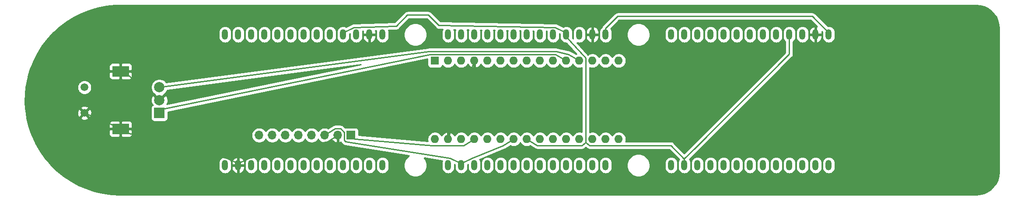
<source format=gbr>
G04 #@! TF.GenerationSoftware,KiCad,Pcbnew,(5.1.5)-3*
G04 #@! TF.CreationDate,2020-01-29T01:23:58-05:00*
G04 #@! TF.ProjectId,IEEE-Clock-Charlie,49454545-2d43-46c6-9f63-6b2d43686172,rev?*
G04 #@! TF.SameCoordinates,Original*
G04 #@! TF.FileFunction,Copper,L2,Bot*
G04 #@! TF.FilePolarity,Positive*
%FSLAX46Y46*%
G04 Gerber Fmt 4.6, Leading zero omitted, Abs format (unit mm)*
G04 Created by KiCad (PCBNEW (5.1.5)-3) date 2020-01-29 01:23:58*
%MOMM*%
%LPD*%
G04 APERTURE LIST*
%ADD10O,1.200000X2.000000*%
%ADD11O,1.700000X1.700000*%
%ADD12R,1.700000X1.700000*%
%ADD13C,1.500000*%
%ADD14R,3.200000X2.000000*%
%ADD15C,2.000000*%
%ADD16R,2.000000X2.000000*%
%ADD17O,1.600000X1.600000*%
%ADD18R,1.600000X1.600000*%
%ADD19C,0.250000*%
%ADD20C,0.254000*%
G04 APERTURE END LIST*
D10*
X219710000Y-114300000D03*
X219710000Y-88900000D03*
X217170000Y-114300000D03*
X217170000Y-88900000D03*
X214630000Y-114300000D03*
X214630000Y-88900000D03*
X212090000Y-114300000D03*
X212090000Y-88900000D03*
X209550000Y-114300000D03*
X209550000Y-88900000D03*
X207010000Y-114300000D03*
X207010000Y-88900000D03*
X204470000Y-114300000D03*
X204470000Y-88900000D03*
X201930000Y-114300000D03*
X201930000Y-88900000D03*
X199390000Y-114300000D03*
X199390000Y-88900000D03*
X196850000Y-114300000D03*
X196850000Y-88900000D03*
X194310000Y-114300000D03*
X194310000Y-88900000D03*
X191770000Y-114300000D03*
X191770000Y-88900000D03*
X189230000Y-114300000D03*
X189230000Y-88900000D03*
X133350000Y-114300000D03*
X133350000Y-88900000D03*
X130810000Y-114300000D03*
X130810000Y-88900000D03*
X128270000Y-114300000D03*
X128270000Y-88900000D03*
X125730000Y-114300000D03*
X125730000Y-88900000D03*
X123190000Y-114300000D03*
X123190000Y-88900000D03*
X120650000Y-114300000D03*
X120650000Y-88900000D03*
X118110000Y-114300000D03*
X118110000Y-88900000D03*
X115570000Y-114300000D03*
X115570000Y-88900000D03*
X113030000Y-114300000D03*
X113030000Y-88900000D03*
X110490000Y-114300000D03*
X110490000Y-88900000D03*
X107950000Y-114300000D03*
X107950000Y-88900000D03*
X105410000Y-114300000D03*
X105410000Y-88900000D03*
X102870000Y-114300000D03*
X102870000Y-88900000D03*
X176530000Y-114300000D03*
X176530000Y-88900000D03*
X173990000Y-114300000D03*
X173990000Y-88900000D03*
X171450000Y-114300000D03*
X171450000Y-88900000D03*
X168910000Y-114300000D03*
X168910000Y-88900000D03*
X166370000Y-114300000D03*
X166370000Y-88900000D03*
X163830000Y-114300000D03*
X163830000Y-88900000D03*
X161290000Y-114300000D03*
X161290000Y-88900000D03*
X158750000Y-114300000D03*
X158750000Y-88900000D03*
X156210000Y-114300000D03*
X156210000Y-88900000D03*
X153670000Y-114300000D03*
X153670000Y-88900000D03*
X151130000Y-114300000D03*
X151130000Y-88900000D03*
X148590000Y-114300000D03*
X148590000Y-88900000D03*
X146050000Y-114300000D03*
X146050000Y-88900000D03*
D11*
X109474000Y-108458000D03*
X112014000Y-108458000D03*
X114554000Y-108458000D03*
X117094000Y-108458000D03*
X119634000Y-108458000D03*
X122174000Y-108458000D03*
X124714000Y-108458000D03*
D12*
X127254000Y-108458000D03*
D13*
X75670000Y-99140000D03*
X75670000Y-104140000D03*
D14*
X82670000Y-96040000D03*
X82670000Y-107240000D03*
D15*
X90170000Y-99140000D03*
X90170000Y-101640000D03*
D16*
X90170000Y-104140000D03*
D17*
X179070000Y-109220000D03*
X179070000Y-93980000D03*
X143510000Y-109220000D03*
X176530000Y-93980000D03*
X146050000Y-109220000D03*
X173990000Y-93980000D03*
X148590000Y-109220000D03*
X171450000Y-93980000D03*
X151130000Y-109220000D03*
X168910000Y-93980000D03*
X153670000Y-109220000D03*
X166370000Y-93980000D03*
X156210000Y-109220000D03*
X163830000Y-93980000D03*
X158750000Y-109220000D03*
X161290000Y-93980000D03*
X161290000Y-109220000D03*
X158750000Y-93980000D03*
X163830000Y-109220000D03*
X156210000Y-93980000D03*
X166370000Y-109220000D03*
X153670000Y-93980000D03*
X168910000Y-109220000D03*
X151130000Y-93980000D03*
X171450000Y-109220000D03*
X148590000Y-93980000D03*
X173990000Y-109220000D03*
X146050000Y-93980000D03*
X176530000Y-109220000D03*
D18*
X143510000Y-93980000D03*
D19*
X82670000Y-107240000D02*
X82670000Y-106365000D01*
X82670000Y-106365000D02*
X82670000Y-106240000D01*
X82670000Y-106240000D02*
X82670000Y-97040000D01*
X82670000Y-97040000D02*
X82670000Y-96915000D01*
X82670000Y-96915000D02*
X82670000Y-96040000D01*
X146050000Y-109220000D02*
X151130000Y-93980000D01*
X75670000Y-104140000D02*
X81018200Y-106365000D01*
X81018200Y-106365000D02*
X81070000Y-106365000D01*
X81070000Y-106365000D02*
X81195000Y-106365000D01*
X81195000Y-106365000D02*
X82670000Y-107240000D01*
X82670000Y-96040000D02*
X84145000Y-96915000D01*
X84145000Y-96915000D02*
X84270000Y-96915000D01*
X84270000Y-96915000D02*
X84321800Y-96915000D01*
X84321800Y-96915000D02*
X90170000Y-101640000D01*
X82670000Y-107240000D02*
X84145000Y-108115000D01*
X84145000Y-108115000D02*
X84270000Y-108115000D01*
X84270000Y-108115000D02*
X84321800Y-108115000D01*
X84321800Y-108115000D02*
X103294600Y-112874900D01*
X103294600Y-112874900D02*
X105410000Y-113900000D01*
X105410000Y-113900000D02*
X105410000Y-114300000D01*
X124714000Y-108458000D02*
X122702200Y-109733100D01*
X122702200Y-109733100D02*
X107525400Y-112874900D01*
X107525400Y-112874900D02*
X105410000Y-113900000D01*
X105410000Y-113900000D02*
X105410000Y-114300000D01*
X171450000Y-93980000D02*
X169417500Y-92754900D01*
X169417500Y-92754900D02*
X166998700Y-92204800D01*
X166998700Y-92204800D02*
X143113900Y-92204800D01*
X143113900Y-92204800D02*
X142306100Y-92204800D01*
X142306100Y-92204800D02*
X90170000Y-99140000D01*
X151130000Y-109220000D02*
X149097500Y-110445100D01*
X149097500Y-110445100D02*
X148082500Y-110445100D01*
X148082500Y-110445100D02*
X143002500Y-110445100D01*
X143002500Y-110445100D02*
X128155800Y-109183000D01*
X128155800Y-109183000D02*
X128104000Y-109183000D01*
X128104000Y-109183000D02*
X127979000Y-109183000D01*
X127979000Y-109183000D02*
X127254000Y-108458000D01*
X216554000Y-85344000D02*
X178836000Y-85344000D01*
X178836000Y-85344000D02*
X176530000Y-87650000D01*
X219710000Y-88500000D02*
X216554000Y-85344000D01*
X176530000Y-87650000D02*
X176530000Y-88900000D01*
X219710000Y-88900000D02*
X219710000Y-88500000D01*
X168910000Y-93980000D02*
X166877500Y-92754900D01*
X166877500Y-92754900D02*
X142886100Y-92754900D01*
X142886100Y-92754900D02*
X142533900Y-92754900D01*
X142533900Y-92754900D02*
X91221800Y-103265000D01*
X91221800Y-103265000D02*
X91170000Y-103265000D01*
X91170000Y-103265000D02*
X91045000Y-103265000D01*
X91045000Y-103265000D02*
X90170000Y-104140000D01*
X158750000Y-109220000D02*
X156717500Y-110445100D01*
X156717500Y-110445100D02*
X150705400Y-112874900D01*
X150705400Y-112874900D02*
X148590000Y-113900000D01*
X148590000Y-113900000D02*
X148590000Y-114300000D01*
X148590000Y-114300000D02*
X148590000Y-113900000D01*
X148590000Y-113900000D02*
X146474600Y-112874900D01*
X146474600Y-112874900D02*
X126227900Y-109733100D01*
X126227900Y-109733100D02*
X125978900Y-109484100D01*
X125978900Y-109484100D02*
X125978900Y-109131900D01*
X125978900Y-109131900D02*
X125978900Y-109006900D01*
X125978900Y-109006900D02*
X125984000Y-108984100D01*
X125984000Y-108984100D02*
X125984000Y-107931900D01*
X125984000Y-107931900D02*
X125240100Y-107188000D01*
X125240100Y-107188000D02*
X124187900Y-107188000D01*
X124187900Y-107188000D02*
X122174000Y-108458000D01*
X191770000Y-113900000D02*
X191770000Y-114300000D01*
X125730000Y-88900000D02*
X125730000Y-88500000D01*
X125730000Y-88500000D02*
X127845400Y-87474900D01*
X166794600Y-87474900D02*
X168910000Y-88500000D01*
X168910000Y-88500000D02*
X168910000Y-88900000D01*
X172716100Y-109901400D02*
X172675100Y-93472500D01*
X172675100Y-93472500D02*
X168910000Y-89300000D01*
X168910000Y-89300000D02*
X168910000Y-88900000D01*
X161290000Y-109220000D02*
X163322500Y-110445100D01*
X163322500Y-110445100D02*
X170942500Y-110445100D01*
X170942500Y-110445100D02*
X171957500Y-110445100D01*
X171957500Y-110445100D02*
X172716100Y-109901400D01*
X191770000Y-114300000D02*
X191770000Y-113900000D01*
X193929000Y-110871000D02*
X191770000Y-113030000D01*
X191770000Y-113030000D02*
X191770000Y-114300000D01*
X193802000Y-110998000D02*
X193929000Y-110871000D01*
X212090000Y-92710000D02*
X193929000Y-110871000D01*
X212090000Y-88900000D02*
X212090000Y-92710000D01*
X173482500Y-110445100D02*
X172716100Y-109901400D01*
X189165100Y-110445100D02*
X173482500Y-110445100D01*
X191770000Y-114300000D02*
X191770000Y-113050000D01*
X191770000Y-113050000D02*
X189165100Y-110445100D01*
X135781190Y-87267190D02*
X135998810Y-87267190D01*
X127845400Y-87474900D02*
X135781190Y-87267190D01*
X135998810Y-87267190D02*
X138176000Y-85090000D01*
X142240000Y-85090000D02*
X144272000Y-87122000D01*
X138176000Y-85090000D02*
X142240000Y-85090000D01*
X144272000Y-87122000D02*
X166794600Y-87474900D01*
D20*
G36*
X249067249Y-83282437D02*
G01*
X249824774Y-83489672D01*
X250533625Y-83827777D01*
X251171404Y-84286067D01*
X251717946Y-84850055D01*
X252155977Y-85501913D01*
X252471651Y-86221038D01*
X252656206Y-86989768D01*
X252705000Y-87654207D01*
X252705001Y-115540597D01*
X252632563Y-116352249D01*
X252425328Y-117109774D01*
X252087221Y-117818627D01*
X251628928Y-118456410D01*
X251064945Y-119002946D01*
X250413085Y-119440978D01*
X249693963Y-119756651D01*
X248925232Y-119941206D01*
X248260792Y-119990000D01*
X82564986Y-119990000D01*
X80883328Y-119913637D01*
X79230369Y-119687210D01*
X77604743Y-119311904D01*
X76019821Y-118790807D01*
X74488656Y-118128213D01*
X73023833Y-117329565D01*
X71637424Y-116401445D01*
X70340849Y-115351498D01*
X69144763Y-114188355D01*
X68845618Y-113839336D01*
X101635000Y-113839336D01*
X101635000Y-114760665D01*
X101652870Y-114942102D01*
X101723489Y-115174901D01*
X101838168Y-115389449D01*
X101992499Y-115577502D01*
X102180552Y-115731833D01*
X102395100Y-115846511D01*
X102627899Y-115917130D01*
X102870000Y-115940975D01*
X103112102Y-115917130D01*
X103344901Y-115846511D01*
X103559449Y-115731833D01*
X103747502Y-115577502D01*
X103901833Y-115389449D01*
X104016511Y-115174901D01*
X104087130Y-114942101D01*
X104105000Y-114760664D01*
X104105000Y-114427000D01*
X104175000Y-114427000D01*
X104175000Y-114827000D01*
X104223507Y-115065496D01*
X104317610Y-115289946D01*
X104453693Y-115491725D01*
X104626526Y-115663078D01*
X104829467Y-115797421D01*
X105054718Y-115889591D01*
X105092391Y-115893462D01*
X105283000Y-115768731D01*
X105283000Y-114427000D01*
X105537000Y-114427000D01*
X105537000Y-115768731D01*
X105727609Y-115893462D01*
X105765282Y-115889591D01*
X105990533Y-115797421D01*
X106193474Y-115663078D01*
X106366307Y-115491725D01*
X106502390Y-115289946D01*
X106596493Y-115065496D01*
X106645000Y-114827000D01*
X106645000Y-114427000D01*
X105537000Y-114427000D01*
X105283000Y-114427000D01*
X104175000Y-114427000D01*
X104105000Y-114427000D01*
X104105000Y-113839335D01*
X104098467Y-113773000D01*
X104175000Y-113773000D01*
X104175000Y-114173000D01*
X105283000Y-114173000D01*
X105283000Y-112831269D01*
X105537000Y-112831269D01*
X105537000Y-114173000D01*
X106645000Y-114173000D01*
X106645000Y-113839336D01*
X106715000Y-113839336D01*
X106715000Y-114760665D01*
X106732870Y-114942102D01*
X106803489Y-115174901D01*
X106918168Y-115389449D01*
X107072499Y-115577502D01*
X107260552Y-115731833D01*
X107475100Y-115846511D01*
X107707899Y-115917130D01*
X107950000Y-115940975D01*
X108192102Y-115917130D01*
X108424901Y-115846511D01*
X108639449Y-115731833D01*
X108827502Y-115577502D01*
X108981833Y-115389449D01*
X109096511Y-115174901D01*
X109167130Y-114942101D01*
X109185000Y-114760664D01*
X109185000Y-113839336D01*
X109255000Y-113839336D01*
X109255000Y-114760665D01*
X109272870Y-114942102D01*
X109343489Y-115174901D01*
X109458168Y-115389449D01*
X109612499Y-115577502D01*
X109800552Y-115731833D01*
X110015100Y-115846511D01*
X110247899Y-115917130D01*
X110490000Y-115940975D01*
X110732102Y-115917130D01*
X110964901Y-115846511D01*
X111179449Y-115731833D01*
X111367502Y-115577502D01*
X111521833Y-115389449D01*
X111636511Y-115174901D01*
X111707130Y-114942101D01*
X111725000Y-114760664D01*
X111725000Y-113839336D01*
X111795000Y-113839336D01*
X111795000Y-114760665D01*
X111812870Y-114942102D01*
X111883489Y-115174901D01*
X111998168Y-115389449D01*
X112152499Y-115577502D01*
X112340552Y-115731833D01*
X112555100Y-115846511D01*
X112787899Y-115917130D01*
X113030000Y-115940975D01*
X113272102Y-115917130D01*
X113504901Y-115846511D01*
X113719449Y-115731833D01*
X113907502Y-115577502D01*
X114061833Y-115389449D01*
X114176511Y-115174901D01*
X114247130Y-114942101D01*
X114265000Y-114760664D01*
X114265000Y-113839336D01*
X114335000Y-113839336D01*
X114335000Y-114760665D01*
X114352870Y-114942102D01*
X114423489Y-115174901D01*
X114538168Y-115389449D01*
X114692499Y-115577502D01*
X114880552Y-115731833D01*
X115095100Y-115846511D01*
X115327899Y-115917130D01*
X115570000Y-115940975D01*
X115812102Y-115917130D01*
X116044901Y-115846511D01*
X116259449Y-115731833D01*
X116447502Y-115577502D01*
X116601833Y-115389449D01*
X116716511Y-115174901D01*
X116787130Y-114942101D01*
X116805000Y-114760664D01*
X116805000Y-113839336D01*
X116875000Y-113839336D01*
X116875000Y-114760665D01*
X116892870Y-114942102D01*
X116963489Y-115174901D01*
X117078168Y-115389449D01*
X117232499Y-115577502D01*
X117420552Y-115731833D01*
X117635100Y-115846511D01*
X117867899Y-115917130D01*
X118110000Y-115940975D01*
X118352102Y-115917130D01*
X118584901Y-115846511D01*
X118799449Y-115731833D01*
X118987502Y-115577502D01*
X119141833Y-115389449D01*
X119256511Y-115174901D01*
X119327130Y-114942101D01*
X119345000Y-114760664D01*
X119345000Y-113839336D01*
X119415000Y-113839336D01*
X119415000Y-114760665D01*
X119432870Y-114942102D01*
X119503489Y-115174901D01*
X119618168Y-115389449D01*
X119772499Y-115577502D01*
X119960552Y-115731833D01*
X120175100Y-115846511D01*
X120407899Y-115917130D01*
X120650000Y-115940975D01*
X120892102Y-115917130D01*
X121124901Y-115846511D01*
X121339449Y-115731833D01*
X121527502Y-115577502D01*
X121681833Y-115389449D01*
X121796511Y-115174901D01*
X121867130Y-114942101D01*
X121885000Y-114760664D01*
X121885000Y-113839336D01*
X121955000Y-113839336D01*
X121955000Y-114760665D01*
X121972870Y-114942102D01*
X122043489Y-115174901D01*
X122158168Y-115389449D01*
X122312499Y-115577502D01*
X122500552Y-115731833D01*
X122715100Y-115846511D01*
X122947899Y-115917130D01*
X123190000Y-115940975D01*
X123432102Y-115917130D01*
X123664901Y-115846511D01*
X123879449Y-115731833D01*
X124067502Y-115577502D01*
X124221833Y-115389449D01*
X124336511Y-115174901D01*
X124407130Y-114942101D01*
X124425000Y-114760664D01*
X124425000Y-113839336D01*
X124495000Y-113839336D01*
X124495000Y-114760665D01*
X124512870Y-114942102D01*
X124583489Y-115174901D01*
X124698168Y-115389449D01*
X124852499Y-115577502D01*
X125040552Y-115731833D01*
X125255100Y-115846511D01*
X125487899Y-115917130D01*
X125730000Y-115940975D01*
X125972102Y-115917130D01*
X126204901Y-115846511D01*
X126419449Y-115731833D01*
X126607502Y-115577502D01*
X126761833Y-115389449D01*
X126876511Y-115174901D01*
X126947130Y-114942101D01*
X126965000Y-114760664D01*
X126965000Y-113839336D01*
X127035000Y-113839336D01*
X127035000Y-114760665D01*
X127052870Y-114942102D01*
X127123489Y-115174901D01*
X127238168Y-115389449D01*
X127392499Y-115577502D01*
X127580552Y-115731833D01*
X127795100Y-115846511D01*
X128027899Y-115917130D01*
X128270000Y-115940975D01*
X128512102Y-115917130D01*
X128744901Y-115846511D01*
X128959449Y-115731833D01*
X129147502Y-115577502D01*
X129301833Y-115389449D01*
X129416511Y-115174901D01*
X129487130Y-114942101D01*
X129505000Y-114760664D01*
X129505000Y-113839336D01*
X129575000Y-113839336D01*
X129575000Y-114760665D01*
X129592870Y-114942102D01*
X129663489Y-115174901D01*
X129778168Y-115389449D01*
X129932499Y-115577502D01*
X130120552Y-115731833D01*
X130335100Y-115846511D01*
X130567899Y-115917130D01*
X130810000Y-115940975D01*
X131052102Y-115917130D01*
X131284901Y-115846511D01*
X131499449Y-115731833D01*
X131687502Y-115577502D01*
X131841833Y-115389449D01*
X131956511Y-115174901D01*
X132027130Y-114942101D01*
X132045000Y-114760664D01*
X132045000Y-113839336D01*
X132115000Y-113839336D01*
X132115000Y-114760665D01*
X132132870Y-114942102D01*
X132203489Y-115174901D01*
X132318168Y-115389449D01*
X132472499Y-115577502D01*
X132660552Y-115731833D01*
X132875100Y-115846511D01*
X133107899Y-115917130D01*
X133350000Y-115940975D01*
X133592102Y-115917130D01*
X133824901Y-115846511D01*
X134039449Y-115731833D01*
X134227502Y-115577502D01*
X134381833Y-115389449D01*
X134496511Y-115174901D01*
X134567130Y-114942101D01*
X134585000Y-114760664D01*
X134585000Y-113839335D01*
X134567130Y-113657898D01*
X134496511Y-113425099D01*
X134381833Y-113210551D01*
X134227502Y-113022498D01*
X134039448Y-112868167D01*
X133824900Y-112753489D01*
X133592101Y-112682870D01*
X133350000Y-112659025D01*
X133107898Y-112682870D01*
X132875099Y-112753489D01*
X132660551Y-112868167D01*
X132472498Y-113022498D01*
X132318167Y-113210552D01*
X132203489Y-113425100D01*
X132132870Y-113657899D01*
X132115000Y-113839336D01*
X132045000Y-113839336D01*
X132045000Y-113839335D01*
X132027130Y-113657898D01*
X131956511Y-113425099D01*
X131841833Y-113210551D01*
X131687502Y-113022498D01*
X131499448Y-112868167D01*
X131284900Y-112753489D01*
X131052101Y-112682870D01*
X130810000Y-112659025D01*
X130567898Y-112682870D01*
X130335099Y-112753489D01*
X130120551Y-112868167D01*
X129932498Y-113022498D01*
X129778167Y-113210552D01*
X129663489Y-113425100D01*
X129592870Y-113657899D01*
X129575000Y-113839336D01*
X129505000Y-113839336D01*
X129505000Y-113839335D01*
X129487130Y-113657898D01*
X129416511Y-113425099D01*
X129301833Y-113210551D01*
X129147502Y-113022498D01*
X128959448Y-112868167D01*
X128744900Y-112753489D01*
X128512101Y-112682870D01*
X128270000Y-112659025D01*
X128027898Y-112682870D01*
X127795099Y-112753489D01*
X127580551Y-112868167D01*
X127392498Y-113022498D01*
X127238167Y-113210552D01*
X127123489Y-113425100D01*
X127052870Y-113657899D01*
X127035000Y-113839336D01*
X126965000Y-113839336D01*
X126965000Y-113839335D01*
X126947130Y-113657898D01*
X126876511Y-113425099D01*
X126761833Y-113210551D01*
X126607502Y-113022498D01*
X126419448Y-112868167D01*
X126204900Y-112753489D01*
X125972101Y-112682870D01*
X125730000Y-112659025D01*
X125487898Y-112682870D01*
X125255099Y-112753489D01*
X125040551Y-112868167D01*
X124852498Y-113022498D01*
X124698167Y-113210552D01*
X124583489Y-113425100D01*
X124512870Y-113657899D01*
X124495000Y-113839336D01*
X124425000Y-113839336D01*
X124425000Y-113839335D01*
X124407130Y-113657898D01*
X124336511Y-113425099D01*
X124221833Y-113210551D01*
X124067502Y-113022498D01*
X123879448Y-112868167D01*
X123664900Y-112753489D01*
X123432101Y-112682870D01*
X123190000Y-112659025D01*
X122947898Y-112682870D01*
X122715099Y-112753489D01*
X122500551Y-112868167D01*
X122312498Y-113022498D01*
X122158167Y-113210552D01*
X122043489Y-113425100D01*
X121972870Y-113657899D01*
X121955000Y-113839336D01*
X121885000Y-113839336D01*
X121885000Y-113839335D01*
X121867130Y-113657898D01*
X121796511Y-113425099D01*
X121681833Y-113210551D01*
X121527502Y-113022498D01*
X121339448Y-112868167D01*
X121124900Y-112753489D01*
X120892101Y-112682870D01*
X120650000Y-112659025D01*
X120407898Y-112682870D01*
X120175099Y-112753489D01*
X119960551Y-112868167D01*
X119772498Y-113022498D01*
X119618167Y-113210552D01*
X119503489Y-113425100D01*
X119432870Y-113657899D01*
X119415000Y-113839336D01*
X119345000Y-113839336D01*
X119345000Y-113839335D01*
X119327130Y-113657898D01*
X119256511Y-113425099D01*
X119141833Y-113210551D01*
X118987502Y-113022498D01*
X118799448Y-112868167D01*
X118584900Y-112753489D01*
X118352101Y-112682870D01*
X118110000Y-112659025D01*
X117867898Y-112682870D01*
X117635099Y-112753489D01*
X117420551Y-112868167D01*
X117232498Y-113022498D01*
X117078167Y-113210552D01*
X116963489Y-113425100D01*
X116892870Y-113657899D01*
X116875000Y-113839336D01*
X116805000Y-113839336D01*
X116805000Y-113839335D01*
X116787130Y-113657898D01*
X116716511Y-113425099D01*
X116601833Y-113210551D01*
X116447502Y-113022498D01*
X116259448Y-112868167D01*
X116044900Y-112753489D01*
X115812101Y-112682870D01*
X115570000Y-112659025D01*
X115327898Y-112682870D01*
X115095099Y-112753489D01*
X114880551Y-112868167D01*
X114692498Y-113022498D01*
X114538167Y-113210552D01*
X114423489Y-113425100D01*
X114352870Y-113657899D01*
X114335000Y-113839336D01*
X114265000Y-113839336D01*
X114265000Y-113839335D01*
X114247130Y-113657898D01*
X114176511Y-113425099D01*
X114061833Y-113210551D01*
X113907502Y-113022498D01*
X113719448Y-112868167D01*
X113504900Y-112753489D01*
X113272101Y-112682870D01*
X113030000Y-112659025D01*
X112787898Y-112682870D01*
X112555099Y-112753489D01*
X112340551Y-112868167D01*
X112152498Y-113022498D01*
X111998167Y-113210552D01*
X111883489Y-113425100D01*
X111812870Y-113657899D01*
X111795000Y-113839336D01*
X111725000Y-113839336D01*
X111725000Y-113839335D01*
X111707130Y-113657898D01*
X111636511Y-113425099D01*
X111521833Y-113210551D01*
X111367502Y-113022498D01*
X111179448Y-112868167D01*
X110964900Y-112753489D01*
X110732101Y-112682870D01*
X110490000Y-112659025D01*
X110247898Y-112682870D01*
X110015099Y-112753489D01*
X109800551Y-112868167D01*
X109612498Y-113022498D01*
X109458167Y-113210552D01*
X109343489Y-113425100D01*
X109272870Y-113657899D01*
X109255000Y-113839336D01*
X109185000Y-113839336D01*
X109185000Y-113839335D01*
X109167130Y-113657898D01*
X109096511Y-113425099D01*
X108981833Y-113210551D01*
X108827502Y-113022498D01*
X108639448Y-112868167D01*
X108424900Y-112753489D01*
X108192101Y-112682870D01*
X107950000Y-112659025D01*
X107707898Y-112682870D01*
X107475099Y-112753489D01*
X107260551Y-112868167D01*
X107072498Y-113022498D01*
X106918167Y-113210552D01*
X106803489Y-113425100D01*
X106732870Y-113657899D01*
X106715000Y-113839336D01*
X106645000Y-113839336D01*
X106645000Y-113773000D01*
X106596493Y-113534504D01*
X106502390Y-113310054D01*
X106366307Y-113108275D01*
X106193474Y-112936922D01*
X105990533Y-112802579D01*
X105765282Y-112710409D01*
X105727609Y-112706538D01*
X105537000Y-112831269D01*
X105283000Y-112831269D01*
X105092391Y-112706538D01*
X105054718Y-112710409D01*
X104829467Y-112802579D01*
X104626526Y-112936922D01*
X104453693Y-113108275D01*
X104317610Y-113310054D01*
X104223507Y-113534504D01*
X104175000Y-113773000D01*
X104098467Y-113773000D01*
X104087130Y-113657898D01*
X104016511Y-113425099D01*
X103901833Y-113210551D01*
X103747502Y-113022498D01*
X103559448Y-112868167D01*
X103344900Y-112753489D01*
X103112101Y-112682870D01*
X102870000Y-112659025D01*
X102627898Y-112682870D01*
X102395099Y-112753489D01*
X102180551Y-112868167D01*
X101992498Y-113022498D01*
X101838167Y-113210552D01*
X101723489Y-113425100D01*
X101652870Y-113657899D01*
X101635000Y-113839336D01*
X68845618Y-113839336D01*
X68059018Y-112921596D01*
X67092555Y-111561650D01*
X66253320Y-110119701D01*
X65548226Y-108607624D01*
X65415874Y-108240000D01*
X80431928Y-108240000D01*
X80444188Y-108364482D01*
X80480498Y-108484180D01*
X80539463Y-108594494D01*
X80618815Y-108691185D01*
X80715506Y-108770537D01*
X80825820Y-108829502D01*
X80945518Y-108865812D01*
X81070000Y-108878072D01*
X82384250Y-108875000D01*
X82543000Y-108716250D01*
X82543000Y-107367000D01*
X82797000Y-107367000D01*
X82797000Y-108716250D01*
X82955750Y-108875000D01*
X84270000Y-108878072D01*
X84394482Y-108865812D01*
X84514180Y-108829502D01*
X84624494Y-108770537D01*
X84721185Y-108691185D01*
X84800537Y-108594494D01*
X84859502Y-108484180D01*
X84895812Y-108364482D01*
X84908072Y-108240000D01*
X84905000Y-107525750D01*
X84746250Y-107367000D01*
X82797000Y-107367000D01*
X82543000Y-107367000D01*
X80593750Y-107367000D01*
X80435000Y-107525750D01*
X80431928Y-108240000D01*
X65415874Y-108240000D01*
X64983081Y-107037873D01*
X64775251Y-106240000D01*
X80431928Y-106240000D01*
X80435000Y-106954250D01*
X80593750Y-107113000D01*
X82543000Y-107113000D01*
X82543000Y-105763750D01*
X82797000Y-105763750D01*
X82797000Y-107113000D01*
X84746250Y-107113000D01*
X84905000Y-106954250D01*
X84908072Y-106240000D01*
X84895812Y-106115518D01*
X84859502Y-105995820D01*
X84800537Y-105885506D01*
X84721185Y-105788815D01*
X84624494Y-105709463D01*
X84514180Y-105650498D01*
X84394482Y-105614188D01*
X84270000Y-105601928D01*
X82955750Y-105605000D01*
X82797000Y-105763750D01*
X82543000Y-105763750D01*
X82384250Y-105605000D01*
X81070000Y-105601928D01*
X80945518Y-105614188D01*
X80825820Y-105650498D01*
X80715506Y-105709463D01*
X80618815Y-105788815D01*
X80539463Y-105885506D01*
X80480498Y-105995820D01*
X80444188Y-106115518D01*
X80431928Y-106240000D01*
X64775251Y-106240000D01*
X64562532Y-105423359D01*
X64508503Y-105096993D01*
X74892612Y-105096993D01*
X74958137Y-105335860D01*
X75205116Y-105451760D01*
X75469960Y-105517250D01*
X75742492Y-105529812D01*
X76012238Y-105488965D01*
X76268832Y-105396277D01*
X76381863Y-105335860D01*
X76447388Y-105096993D01*
X75670000Y-104319605D01*
X74892612Y-105096993D01*
X64508503Y-105096993D01*
X64362075Y-104212492D01*
X74280188Y-104212492D01*
X74321035Y-104482238D01*
X74413723Y-104738832D01*
X74474140Y-104851863D01*
X74713007Y-104917388D01*
X75490395Y-104140000D01*
X75849605Y-104140000D01*
X76626993Y-104917388D01*
X76865860Y-104851863D01*
X76981760Y-104604884D01*
X77047250Y-104340040D01*
X77059812Y-104067508D01*
X77018965Y-103797762D01*
X76926277Y-103541168D01*
X76865860Y-103428137D01*
X76626993Y-103362612D01*
X75849605Y-104140000D01*
X75490395Y-104140000D01*
X74713007Y-103362612D01*
X74474140Y-103428137D01*
X74358240Y-103675116D01*
X74292750Y-103939960D01*
X74280188Y-104212492D01*
X64362075Y-104212492D01*
X64290040Y-103777370D01*
X64246393Y-103183007D01*
X74892612Y-103183007D01*
X75670000Y-103960395D01*
X76447388Y-103183007D01*
X76381863Y-102944140D01*
X76134884Y-102828240D01*
X75870040Y-102762750D01*
X75597508Y-102750188D01*
X75327762Y-102791035D01*
X75071168Y-102883723D01*
X74958137Y-102944140D01*
X74892612Y-103183007D01*
X64246393Y-103183007D01*
X64167849Y-102113450D01*
X64175020Y-101702595D01*
X88528282Y-101702595D01*
X88572039Y-102021675D01*
X88677205Y-102326088D01*
X88770186Y-102500044D01*
X88919223Y-102554024D01*
X88815506Y-102609463D01*
X88718815Y-102688815D01*
X88639463Y-102785506D01*
X88580498Y-102895820D01*
X88544188Y-103015518D01*
X88531928Y-103140000D01*
X88531928Y-105140000D01*
X88544188Y-105264482D01*
X88580498Y-105384180D01*
X88639463Y-105494494D01*
X88718815Y-105591185D01*
X88815506Y-105670537D01*
X88925820Y-105729502D01*
X89045518Y-105765812D01*
X89170000Y-105778072D01*
X91170000Y-105778072D01*
X91294482Y-105765812D01*
X91414180Y-105729502D01*
X91524494Y-105670537D01*
X91621185Y-105591185D01*
X91700537Y-105494494D01*
X91759502Y-105384180D01*
X91795812Y-105264482D01*
X91808072Y-105140000D01*
X91808072Y-103920694D01*
X142071928Y-93625303D01*
X142071928Y-94780000D01*
X142084188Y-94904482D01*
X142120498Y-95024180D01*
X142179463Y-95134494D01*
X142258815Y-95231185D01*
X142355506Y-95310537D01*
X142465820Y-95369502D01*
X142585518Y-95405812D01*
X142710000Y-95418072D01*
X144310000Y-95418072D01*
X144434482Y-95405812D01*
X144554180Y-95369502D01*
X144664494Y-95310537D01*
X144761185Y-95231185D01*
X144840537Y-95134494D01*
X144899502Y-95024180D01*
X144935812Y-94904482D01*
X144936643Y-94896039D01*
X145135241Y-95094637D01*
X145370273Y-95251680D01*
X145631426Y-95359853D01*
X145908665Y-95415000D01*
X146191335Y-95415000D01*
X146468574Y-95359853D01*
X146729727Y-95251680D01*
X146964759Y-95094637D01*
X147164637Y-94894759D01*
X147320000Y-94662241D01*
X147475363Y-94894759D01*
X147675241Y-95094637D01*
X147910273Y-95251680D01*
X148171426Y-95359853D01*
X148448665Y-95415000D01*
X148731335Y-95415000D01*
X149008574Y-95359853D01*
X149269727Y-95251680D01*
X149504759Y-95094637D01*
X149704637Y-94894759D01*
X149861680Y-94659727D01*
X149866067Y-94649135D01*
X149977615Y-94835131D01*
X150166586Y-95043519D01*
X150392580Y-95211037D01*
X150646913Y-95331246D01*
X150780961Y-95371904D01*
X151003000Y-95249915D01*
X151003000Y-94107000D01*
X150983000Y-94107000D01*
X150983000Y-93853000D01*
X151003000Y-93853000D01*
X151003000Y-93833000D01*
X151257000Y-93833000D01*
X151257000Y-93853000D01*
X151277000Y-93853000D01*
X151277000Y-94107000D01*
X151257000Y-94107000D01*
X151257000Y-95249915D01*
X151479039Y-95371904D01*
X151613087Y-95331246D01*
X151867420Y-95211037D01*
X152093414Y-95043519D01*
X152282385Y-94835131D01*
X152393933Y-94649135D01*
X152398320Y-94659727D01*
X152555363Y-94894759D01*
X152755241Y-95094637D01*
X152990273Y-95251680D01*
X153251426Y-95359853D01*
X153528665Y-95415000D01*
X153811335Y-95415000D01*
X154088574Y-95359853D01*
X154349727Y-95251680D01*
X154584759Y-95094637D01*
X154784637Y-94894759D01*
X154940000Y-94662241D01*
X155095363Y-94894759D01*
X155295241Y-95094637D01*
X155530273Y-95251680D01*
X155791426Y-95359853D01*
X156068665Y-95415000D01*
X156351335Y-95415000D01*
X156628574Y-95359853D01*
X156889727Y-95251680D01*
X157124759Y-95094637D01*
X157324637Y-94894759D01*
X157480000Y-94662241D01*
X157635363Y-94894759D01*
X157835241Y-95094637D01*
X158070273Y-95251680D01*
X158331426Y-95359853D01*
X158608665Y-95415000D01*
X158891335Y-95415000D01*
X159168574Y-95359853D01*
X159429727Y-95251680D01*
X159664759Y-95094637D01*
X159864637Y-94894759D01*
X160020000Y-94662241D01*
X160175363Y-94894759D01*
X160375241Y-95094637D01*
X160610273Y-95251680D01*
X160871426Y-95359853D01*
X161148665Y-95415000D01*
X161431335Y-95415000D01*
X161708574Y-95359853D01*
X161969727Y-95251680D01*
X162204759Y-95094637D01*
X162404637Y-94894759D01*
X162560000Y-94662241D01*
X162715363Y-94894759D01*
X162915241Y-95094637D01*
X163150273Y-95251680D01*
X163411426Y-95359853D01*
X163688665Y-95415000D01*
X163971335Y-95415000D01*
X164248574Y-95359853D01*
X164509727Y-95251680D01*
X164744759Y-95094637D01*
X164944637Y-94894759D01*
X165100000Y-94662241D01*
X165255363Y-94894759D01*
X165455241Y-95094637D01*
X165690273Y-95251680D01*
X165951426Y-95359853D01*
X166228665Y-95415000D01*
X166511335Y-95415000D01*
X166788574Y-95359853D01*
X167049727Y-95251680D01*
X167284759Y-95094637D01*
X167484637Y-94894759D01*
X167640000Y-94662241D01*
X167795363Y-94894759D01*
X167995241Y-95094637D01*
X168230273Y-95251680D01*
X168491426Y-95359853D01*
X168768665Y-95415000D01*
X169051335Y-95415000D01*
X169328574Y-95359853D01*
X169589727Y-95251680D01*
X169824759Y-95094637D01*
X170024637Y-94894759D01*
X170180000Y-94662241D01*
X170335363Y-94894759D01*
X170535241Y-95094637D01*
X170770273Y-95251680D01*
X171031426Y-95359853D01*
X171308665Y-95415000D01*
X171591335Y-95415000D01*
X171868574Y-95359853D01*
X171919756Y-95338653D01*
X171951039Y-107874305D01*
X171868574Y-107840147D01*
X171591335Y-107785000D01*
X171308665Y-107785000D01*
X171031426Y-107840147D01*
X170770273Y-107948320D01*
X170535241Y-108105363D01*
X170335363Y-108305241D01*
X170180000Y-108537759D01*
X170024637Y-108305241D01*
X169824759Y-108105363D01*
X169589727Y-107948320D01*
X169328574Y-107840147D01*
X169051335Y-107785000D01*
X168768665Y-107785000D01*
X168491426Y-107840147D01*
X168230273Y-107948320D01*
X167995241Y-108105363D01*
X167795363Y-108305241D01*
X167640000Y-108537759D01*
X167484637Y-108305241D01*
X167284759Y-108105363D01*
X167049727Y-107948320D01*
X166788574Y-107840147D01*
X166511335Y-107785000D01*
X166228665Y-107785000D01*
X165951426Y-107840147D01*
X165690273Y-107948320D01*
X165455241Y-108105363D01*
X165255363Y-108305241D01*
X165100000Y-108537759D01*
X164944637Y-108305241D01*
X164744759Y-108105363D01*
X164509727Y-107948320D01*
X164248574Y-107840147D01*
X163971335Y-107785000D01*
X163688665Y-107785000D01*
X163411426Y-107840147D01*
X163150273Y-107948320D01*
X162915241Y-108105363D01*
X162715363Y-108305241D01*
X162560000Y-108537759D01*
X162404637Y-108305241D01*
X162204759Y-108105363D01*
X161969727Y-107948320D01*
X161708574Y-107840147D01*
X161431335Y-107785000D01*
X161148665Y-107785000D01*
X160871426Y-107840147D01*
X160610273Y-107948320D01*
X160375241Y-108105363D01*
X160175363Y-108305241D01*
X160020000Y-108537759D01*
X159864637Y-108305241D01*
X159664759Y-108105363D01*
X159429727Y-107948320D01*
X159168574Y-107840147D01*
X158891335Y-107785000D01*
X158608665Y-107785000D01*
X158331426Y-107840147D01*
X158070273Y-107948320D01*
X157835241Y-108105363D01*
X157635363Y-108305241D01*
X157480000Y-108537759D01*
X157324637Y-108305241D01*
X157124759Y-108105363D01*
X156889727Y-107948320D01*
X156628574Y-107840147D01*
X156351335Y-107785000D01*
X156068665Y-107785000D01*
X155791426Y-107840147D01*
X155530273Y-107948320D01*
X155295241Y-108105363D01*
X155095363Y-108305241D01*
X154940000Y-108537759D01*
X154784637Y-108305241D01*
X154584759Y-108105363D01*
X154349727Y-107948320D01*
X154088574Y-107840147D01*
X153811335Y-107785000D01*
X153528665Y-107785000D01*
X153251426Y-107840147D01*
X152990273Y-107948320D01*
X152755241Y-108105363D01*
X152555363Y-108305241D01*
X152400000Y-108537759D01*
X152244637Y-108305241D01*
X152044759Y-108105363D01*
X151809727Y-107948320D01*
X151548574Y-107840147D01*
X151271335Y-107785000D01*
X150988665Y-107785000D01*
X150711426Y-107840147D01*
X150450273Y-107948320D01*
X150215241Y-108105363D01*
X150015363Y-108305241D01*
X149860000Y-108537759D01*
X149704637Y-108305241D01*
X149504759Y-108105363D01*
X149269727Y-107948320D01*
X149008574Y-107840147D01*
X148731335Y-107785000D01*
X148448665Y-107785000D01*
X148171426Y-107840147D01*
X147910273Y-107948320D01*
X147675241Y-108105363D01*
X147475363Y-108305241D01*
X147318320Y-108540273D01*
X147313933Y-108550865D01*
X147202385Y-108364869D01*
X147013414Y-108156481D01*
X146787420Y-107988963D01*
X146533087Y-107868754D01*
X146399039Y-107828096D01*
X146177000Y-107950085D01*
X146177000Y-109093000D01*
X146197000Y-109093000D01*
X146197000Y-109347000D01*
X146177000Y-109347000D01*
X146177000Y-109367000D01*
X145923000Y-109367000D01*
X145923000Y-109347000D01*
X145903000Y-109347000D01*
X145903000Y-109093000D01*
X145923000Y-109093000D01*
X145923000Y-107950085D01*
X145700961Y-107828096D01*
X145566913Y-107868754D01*
X145312580Y-107988963D01*
X145086586Y-108156481D01*
X144897615Y-108364869D01*
X144786067Y-108550865D01*
X144781680Y-108540273D01*
X144624637Y-108305241D01*
X144424759Y-108105363D01*
X144189727Y-107948320D01*
X143928574Y-107840147D01*
X143651335Y-107785000D01*
X143368665Y-107785000D01*
X143091426Y-107840147D01*
X142830273Y-107948320D01*
X142595241Y-108105363D01*
X142395363Y-108305241D01*
X142238320Y-108540273D01*
X142130147Y-108801426D01*
X142075000Y-109078665D01*
X142075000Y-109361335D01*
X142124001Y-109607678D01*
X128742072Y-108470098D01*
X128742072Y-107608000D01*
X128729812Y-107483518D01*
X128693502Y-107363820D01*
X128634537Y-107253506D01*
X128555185Y-107156815D01*
X128458494Y-107077463D01*
X128348180Y-107018498D01*
X128228482Y-106982188D01*
X128104000Y-106969928D01*
X126404000Y-106969928D01*
X126279518Y-106982188D01*
X126159820Y-107018498D01*
X126150423Y-107023521D01*
X125803903Y-106677002D01*
X125780101Y-106647999D01*
X125664376Y-106553026D01*
X125532347Y-106482454D01*
X125389086Y-106438997D01*
X125277433Y-106428000D01*
X125277422Y-106428000D01*
X125240100Y-106424324D01*
X125202778Y-106428000D01*
X124235300Y-106428000D01*
X124208074Y-106424590D01*
X124160628Y-106428000D01*
X124150567Y-106428000D01*
X124123404Y-106430675D01*
X124058752Y-106435322D01*
X124048986Y-106438005D01*
X124038914Y-106438997D01*
X123976882Y-106457814D01*
X123914394Y-106474981D01*
X123905348Y-106479513D01*
X123895653Y-106482454D01*
X123838480Y-106513014D01*
X123814085Y-106525236D01*
X123805577Y-106530601D01*
X123763624Y-106553026D01*
X123742412Y-106570434D01*
X122852440Y-107131667D01*
X122607158Y-107030068D01*
X122320260Y-106973000D01*
X122027740Y-106973000D01*
X121740842Y-107030068D01*
X121470589Y-107142010D01*
X121227368Y-107304525D01*
X121020525Y-107511368D01*
X120904000Y-107685760D01*
X120787475Y-107511368D01*
X120580632Y-107304525D01*
X120337411Y-107142010D01*
X120067158Y-107030068D01*
X119780260Y-106973000D01*
X119487740Y-106973000D01*
X119200842Y-107030068D01*
X118930589Y-107142010D01*
X118687368Y-107304525D01*
X118480525Y-107511368D01*
X118364000Y-107685760D01*
X118247475Y-107511368D01*
X118040632Y-107304525D01*
X117797411Y-107142010D01*
X117527158Y-107030068D01*
X117240260Y-106973000D01*
X116947740Y-106973000D01*
X116660842Y-107030068D01*
X116390589Y-107142010D01*
X116147368Y-107304525D01*
X115940525Y-107511368D01*
X115824000Y-107685760D01*
X115707475Y-107511368D01*
X115500632Y-107304525D01*
X115257411Y-107142010D01*
X114987158Y-107030068D01*
X114700260Y-106973000D01*
X114407740Y-106973000D01*
X114120842Y-107030068D01*
X113850589Y-107142010D01*
X113607368Y-107304525D01*
X113400525Y-107511368D01*
X113284000Y-107685760D01*
X113167475Y-107511368D01*
X112960632Y-107304525D01*
X112717411Y-107142010D01*
X112447158Y-107030068D01*
X112160260Y-106973000D01*
X111867740Y-106973000D01*
X111580842Y-107030068D01*
X111310589Y-107142010D01*
X111067368Y-107304525D01*
X110860525Y-107511368D01*
X110744000Y-107685760D01*
X110627475Y-107511368D01*
X110420632Y-107304525D01*
X110177411Y-107142010D01*
X109907158Y-107030068D01*
X109620260Y-106973000D01*
X109327740Y-106973000D01*
X109040842Y-107030068D01*
X108770589Y-107142010D01*
X108527368Y-107304525D01*
X108320525Y-107511368D01*
X108158010Y-107754589D01*
X108046068Y-108024842D01*
X107989000Y-108311740D01*
X107989000Y-108604260D01*
X108046068Y-108891158D01*
X108158010Y-109161411D01*
X108320525Y-109404632D01*
X108527368Y-109611475D01*
X108770589Y-109773990D01*
X109040842Y-109885932D01*
X109327740Y-109943000D01*
X109620260Y-109943000D01*
X109907158Y-109885932D01*
X110177411Y-109773990D01*
X110420632Y-109611475D01*
X110627475Y-109404632D01*
X110744000Y-109230240D01*
X110860525Y-109404632D01*
X111067368Y-109611475D01*
X111310589Y-109773990D01*
X111580842Y-109885932D01*
X111867740Y-109943000D01*
X112160260Y-109943000D01*
X112447158Y-109885932D01*
X112717411Y-109773990D01*
X112960632Y-109611475D01*
X113167475Y-109404632D01*
X113284000Y-109230240D01*
X113400525Y-109404632D01*
X113607368Y-109611475D01*
X113850589Y-109773990D01*
X114120842Y-109885932D01*
X114407740Y-109943000D01*
X114700260Y-109943000D01*
X114987158Y-109885932D01*
X115257411Y-109773990D01*
X115500632Y-109611475D01*
X115707475Y-109404632D01*
X115824000Y-109230240D01*
X115940525Y-109404632D01*
X116147368Y-109611475D01*
X116390589Y-109773990D01*
X116660842Y-109885932D01*
X116947740Y-109943000D01*
X117240260Y-109943000D01*
X117527158Y-109885932D01*
X117797411Y-109773990D01*
X118040632Y-109611475D01*
X118247475Y-109404632D01*
X118364000Y-109230240D01*
X118480525Y-109404632D01*
X118687368Y-109611475D01*
X118930589Y-109773990D01*
X119200842Y-109885932D01*
X119487740Y-109943000D01*
X119780260Y-109943000D01*
X120067158Y-109885932D01*
X120337411Y-109773990D01*
X120580632Y-109611475D01*
X120787475Y-109404632D01*
X120904000Y-109230240D01*
X121020525Y-109404632D01*
X121227368Y-109611475D01*
X121470589Y-109773990D01*
X121740842Y-109885932D01*
X122027740Y-109943000D01*
X122320260Y-109943000D01*
X122607158Y-109885932D01*
X122877411Y-109773990D01*
X123120632Y-109611475D01*
X123327475Y-109404632D01*
X123449195Y-109222466D01*
X123518822Y-109339355D01*
X123713731Y-109555588D01*
X123947080Y-109729641D01*
X124209901Y-109854825D01*
X124357110Y-109899476D01*
X124587000Y-109778155D01*
X124587000Y-108585000D01*
X124567000Y-108585000D01*
X124567000Y-108331000D01*
X124587000Y-108331000D01*
X124587000Y-108311000D01*
X124841000Y-108311000D01*
X124841000Y-108331000D01*
X124861000Y-108331000D01*
X124861000Y-108585000D01*
X124841000Y-108585000D01*
X124841000Y-109778155D01*
X125070890Y-109899476D01*
X125218099Y-109854825D01*
X125295577Y-109817922D01*
X125343926Y-109908376D01*
X125380243Y-109952628D01*
X125438899Y-110024101D01*
X125467903Y-110047904D01*
X125675516Y-110255517D01*
X125711275Y-110295505D01*
X125758224Y-110330814D01*
X125803624Y-110368073D01*
X125817940Y-110375725D01*
X125830921Y-110385488D01*
X125883853Y-110410957D01*
X125935654Y-110438646D01*
X125951196Y-110443361D01*
X125965824Y-110450399D01*
X126022705Y-110465052D01*
X126078913Y-110482102D01*
X126132289Y-110487359D01*
X138508834Y-112407901D01*
X138275271Y-112563962D01*
X137963962Y-112875271D01*
X137719369Y-113241331D01*
X137550890Y-113648075D01*
X137465000Y-114079872D01*
X137465000Y-114520128D01*
X137550890Y-114951925D01*
X137719369Y-115358669D01*
X137963962Y-115724729D01*
X138275271Y-116036038D01*
X138641331Y-116280631D01*
X139048075Y-116449110D01*
X139479872Y-116535000D01*
X139920128Y-116535000D01*
X140351925Y-116449110D01*
X140758669Y-116280631D01*
X141124729Y-116036038D01*
X141436038Y-115724729D01*
X141680631Y-115358669D01*
X141849110Y-114951925D01*
X141935000Y-114520128D01*
X141935000Y-114079872D01*
X141849110Y-113648075D01*
X141680631Y-113241331D01*
X141436038Y-112875271D01*
X141420486Y-112859719D01*
X144915780Y-113402104D01*
X144903489Y-113425100D01*
X144832870Y-113657899D01*
X144815000Y-113839336D01*
X144815000Y-114760665D01*
X144832870Y-114942102D01*
X144903489Y-115174901D01*
X145018168Y-115389449D01*
X145172499Y-115577502D01*
X145360552Y-115731833D01*
X145575100Y-115846511D01*
X145807899Y-115917130D01*
X146050000Y-115940975D01*
X146292102Y-115917130D01*
X146524901Y-115846511D01*
X146739449Y-115731833D01*
X146927502Y-115577502D01*
X147081833Y-115389449D01*
X147196511Y-115174901D01*
X147267130Y-114942101D01*
X147285000Y-114760664D01*
X147285000Y-114112143D01*
X147355000Y-114146064D01*
X147355000Y-114760665D01*
X147372870Y-114942102D01*
X147443489Y-115174901D01*
X147558168Y-115389449D01*
X147712499Y-115577502D01*
X147900552Y-115731833D01*
X148115100Y-115846511D01*
X148347899Y-115917130D01*
X148590000Y-115940975D01*
X148832102Y-115917130D01*
X149064901Y-115846511D01*
X149279449Y-115731833D01*
X149467502Y-115577502D01*
X149621833Y-115389449D01*
X149736511Y-115174901D01*
X149807130Y-114942101D01*
X149825000Y-114760664D01*
X149825000Y-114146065D01*
X149895000Y-114112144D01*
X149895000Y-114760665D01*
X149912870Y-114942102D01*
X149983489Y-115174901D01*
X150098168Y-115389449D01*
X150252499Y-115577502D01*
X150440552Y-115731833D01*
X150655100Y-115846511D01*
X150887899Y-115917130D01*
X151130000Y-115940975D01*
X151372102Y-115917130D01*
X151604901Y-115846511D01*
X151819449Y-115731833D01*
X152007502Y-115577502D01*
X152161833Y-115389449D01*
X152276511Y-115174901D01*
X152347130Y-114942101D01*
X152365000Y-114760664D01*
X152365000Y-113839336D01*
X152435000Y-113839336D01*
X152435000Y-114760665D01*
X152452870Y-114942102D01*
X152523489Y-115174901D01*
X152638168Y-115389449D01*
X152792499Y-115577502D01*
X152980552Y-115731833D01*
X153195100Y-115846511D01*
X153427899Y-115917130D01*
X153670000Y-115940975D01*
X153912102Y-115917130D01*
X154144901Y-115846511D01*
X154359449Y-115731833D01*
X154547502Y-115577502D01*
X154701833Y-115389449D01*
X154816511Y-115174901D01*
X154887130Y-114942101D01*
X154905000Y-114760664D01*
X154905000Y-113839336D01*
X154975000Y-113839336D01*
X154975000Y-114760665D01*
X154992870Y-114942102D01*
X155063489Y-115174901D01*
X155178168Y-115389449D01*
X155332499Y-115577502D01*
X155520552Y-115731833D01*
X155735100Y-115846511D01*
X155967899Y-115917130D01*
X156210000Y-115940975D01*
X156452102Y-115917130D01*
X156684901Y-115846511D01*
X156899449Y-115731833D01*
X157087502Y-115577502D01*
X157241833Y-115389449D01*
X157356511Y-115174901D01*
X157427130Y-114942101D01*
X157445000Y-114760664D01*
X157445000Y-113839336D01*
X157515000Y-113839336D01*
X157515000Y-114760665D01*
X157532870Y-114942102D01*
X157603489Y-115174901D01*
X157718168Y-115389449D01*
X157872499Y-115577502D01*
X158060552Y-115731833D01*
X158275100Y-115846511D01*
X158507899Y-115917130D01*
X158750000Y-115940975D01*
X158992102Y-115917130D01*
X159224901Y-115846511D01*
X159439449Y-115731833D01*
X159627502Y-115577502D01*
X159781833Y-115389449D01*
X159896511Y-115174901D01*
X159967130Y-114942101D01*
X159985000Y-114760664D01*
X159985000Y-113839336D01*
X160055000Y-113839336D01*
X160055000Y-114760665D01*
X160072870Y-114942102D01*
X160143489Y-115174901D01*
X160258168Y-115389449D01*
X160412499Y-115577502D01*
X160600552Y-115731833D01*
X160815100Y-115846511D01*
X161047899Y-115917130D01*
X161290000Y-115940975D01*
X161532102Y-115917130D01*
X161764901Y-115846511D01*
X161979449Y-115731833D01*
X162167502Y-115577502D01*
X162321833Y-115389449D01*
X162436511Y-115174901D01*
X162507130Y-114942101D01*
X162525000Y-114760664D01*
X162525000Y-113839336D01*
X162595000Y-113839336D01*
X162595000Y-114760665D01*
X162612870Y-114942102D01*
X162683489Y-115174901D01*
X162798168Y-115389449D01*
X162952499Y-115577502D01*
X163140552Y-115731833D01*
X163355100Y-115846511D01*
X163587899Y-115917130D01*
X163830000Y-115940975D01*
X164072102Y-115917130D01*
X164304901Y-115846511D01*
X164519449Y-115731833D01*
X164707502Y-115577502D01*
X164861833Y-115389449D01*
X164976511Y-115174901D01*
X165047130Y-114942101D01*
X165065000Y-114760664D01*
X165065000Y-113839336D01*
X165135000Y-113839336D01*
X165135000Y-114760665D01*
X165152870Y-114942102D01*
X165223489Y-115174901D01*
X165338168Y-115389449D01*
X165492499Y-115577502D01*
X165680552Y-115731833D01*
X165895100Y-115846511D01*
X166127899Y-115917130D01*
X166370000Y-115940975D01*
X166612102Y-115917130D01*
X166844901Y-115846511D01*
X167059449Y-115731833D01*
X167247502Y-115577502D01*
X167401833Y-115389449D01*
X167516511Y-115174901D01*
X167587130Y-114942101D01*
X167605000Y-114760664D01*
X167605000Y-113839336D01*
X167675000Y-113839336D01*
X167675000Y-114760665D01*
X167692870Y-114942102D01*
X167763489Y-115174901D01*
X167878168Y-115389449D01*
X168032499Y-115577502D01*
X168220552Y-115731833D01*
X168435100Y-115846511D01*
X168667899Y-115917130D01*
X168910000Y-115940975D01*
X169152102Y-115917130D01*
X169384901Y-115846511D01*
X169599449Y-115731833D01*
X169787502Y-115577502D01*
X169941833Y-115389449D01*
X170056511Y-115174901D01*
X170127130Y-114942101D01*
X170145000Y-114760664D01*
X170145000Y-113839336D01*
X170215000Y-113839336D01*
X170215000Y-114760665D01*
X170232870Y-114942102D01*
X170303489Y-115174901D01*
X170418168Y-115389449D01*
X170572499Y-115577502D01*
X170760552Y-115731833D01*
X170975100Y-115846511D01*
X171207899Y-115917130D01*
X171450000Y-115940975D01*
X171692102Y-115917130D01*
X171924901Y-115846511D01*
X172139449Y-115731833D01*
X172327502Y-115577502D01*
X172481833Y-115389449D01*
X172596511Y-115174901D01*
X172667130Y-114942101D01*
X172685000Y-114760664D01*
X172685000Y-113839336D01*
X172755000Y-113839336D01*
X172755000Y-114760665D01*
X172772870Y-114942102D01*
X172843489Y-115174901D01*
X172958168Y-115389449D01*
X173112499Y-115577502D01*
X173300552Y-115731833D01*
X173515100Y-115846511D01*
X173747899Y-115917130D01*
X173990000Y-115940975D01*
X174232102Y-115917130D01*
X174464901Y-115846511D01*
X174679449Y-115731833D01*
X174867502Y-115577502D01*
X175021833Y-115389449D01*
X175136511Y-115174901D01*
X175207130Y-114942101D01*
X175225000Y-114760664D01*
X175225000Y-113839336D01*
X175295000Y-113839336D01*
X175295000Y-114760665D01*
X175312870Y-114942102D01*
X175383489Y-115174901D01*
X175498168Y-115389449D01*
X175652499Y-115577502D01*
X175840552Y-115731833D01*
X176055100Y-115846511D01*
X176287899Y-115917130D01*
X176530000Y-115940975D01*
X176772102Y-115917130D01*
X177004901Y-115846511D01*
X177219449Y-115731833D01*
X177407502Y-115577502D01*
X177561833Y-115389449D01*
X177676511Y-115174901D01*
X177747130Y-114942101D01*
X177765000Y-114760664D01*
X177765000Y-114079872D01*
X180645000Y-114079872D01*
X180645000Y-114520128D01*
X180730890Y-114951925D01*
X180899369Y-115358669D01*
X181143962Y-115724729D01*
X181455271Y-116036038D01*
X181821331Y-116280631D01*
X182228075Y-116449110D01*
X182659872Y-116535000D01*
X183100128Y-116535000D01*
X183531925Y-116449110D01*
X183938669Y-116280631D01*
X184304729Y-116036038D01*
X184616038Y-115724729D01*
X184860631Y-115358669D01*
X185029110Y-114951925D01*
X185115000Y-114520128D01*
X185115000Y-114079872D01*
X185067155Y-113839336D01*
X187995000Y-113839336D01*
X187995000Y-114760665D01*
X188012870Y-114942102D01*
X188083489Y-115174901D01*
X188198168Y-115389449D01*
X188352499Y-115577502D01*
X188540552Y-115731833D01*
X188755100Y-115846511D01*
X188987899Y-115917130D01*
X189230000Y-115940975D01*
X189472102Y-115917130D01*
X189704901Y-115846511D01*
X189919449Y-115731833D01*
X190107502Y-115577502D01*
X190261833Y-115389449D01*
X190376511Y-115174901D01*
X190447130Y-114942101D01*
X190465000Y-114760664D01*
X190465000Y-113839335D01*
X190447130Y-113657898D01*
X190376511Y-113425099D01*
X190261833Y-113210551D01*
X190107502Y-113022498D01*
X189919448Y-112868167D01*
X189704900Y-112753489D01*
X189472101Y-112682870D01*
X189230000Y-112659025D01*
X188987898Y-112682870D01*
X188755099Y-112753489D01*
X188540551Y-112868167D01*
X188352498Y-113022498D01*
X188198167Y-113210552D01*
X188083489Y-113425100D01*
X188012870Y-113657899D01*
X187995000Y-113839336D01*
X185067155Y-113839336D01*
X185029110Y-113648075D01*
X184860631Y-113241331D01*
X184616038Y-112875271D01*
X184304729Y-112563962D01*
X183938669Y-112319369D01*
X183531925Y-112150890D01*
X183100128Y-112065000D01*
X182659872Y-112065000D01*
X182228075Y-112150890D01*
X181821331Y-112319369D01*
X181455271Y-112563962D01*
X181143962Y-112875271D01*
X180899369Y-113241331D01*
X180730890Y-113648075D01*
X180645000Y-114079872D01*
X177765000Y-114079872D01*
X177765000Y-113839335D01*
X177747130Y-113657898D01*
X177676511Y-113425099D01*
X177561833Y-113210551D01*
X177407502Y-113022498D01*
X177219448Y-112868167D01*
X177004900Y-112753489D01*
X176772101Y-112682870D01*
X176530000Y-112659025D01*
X176287898Y-112682870D01*
X176055099Y-112753489D01*
X175840551Y-112868167D01*
X175652498Y-113022498D01*
X175498167Y-113210552D01*
X175383489Y-113425100D01*
X175312870Y-113657899D01*
X175295000Y-113839336D01*
X175225000Y-113839336D01*
X175225000Y-113839335D01*
X175207130Y-113657898D01*
X175136511Y-113425099D01*
X175021833Y-113210551D01*
X174867502Y-113022498D01*
X174679448Y-112868167D01*
X174464900Y-112753489D01*
X174232101Y-112682870D01*
X173990000Y-112659025D01*
X173747898Y-112682870D01*
X173515099Y-112753489D01*
X173300551Y-112868167D01*
X173112498Y-113022498D01*
X172958167Y-113210552D01*
X172843489Y-113425100D01*
X172772870Y-113657899D01*
X172755000Y-113839336D01*
X172685000Y-113839336D01*
X172685000Y-113839335D01*
X172667130Y-113657898D01*
X172596511Y-113425099D01*
X172481833Y-113210551D01*
X172327502Y-113022498D01*
X172139448Y-112868167D01*
X171924900Y-112753489D01*
X171692101Y-112682870D01*
X171450000Y-112659025D01*
X171207898Y-112682870D01*
X170975099Y-112753489D01*
X170760551Y-112868167D01*
X170572498Y-113022498D01*
X170418167Y-113210552D01*
X170303489Y-113425100D01*
X170232870Y-113657899D01*
X170215000Y-113839336D01*
X170145000Y-113839336D01*
X170145000Y-113839335D01*
X170127130Y-113657898D01*
X170056511Y-113425099D01*
X169941833Y-113210551D01*
X169787502Y-113022498D01*
X169599448Y-112868167D01*
X169384900Y-112753489D01*
X169152101Y-112682870D01*
X168910000Y-112659025D01*
X168667898Y-112682870D01*
X168435099Y-112753489D01*
X168220551Y-112868167D01*
X168032498Y-113022498D01*
X167878167Y-113210552D01*
X167763489Y-113425100D01*
X167692870Y-113657899D01*
X167675000Y-113839336D01*
X167605000Y-113839336D01*
X167605000Y-113839335D01*
X167587130Y-113657898D01*
X167516511Y-113425099D01*
X167401833Y-113210551D01*
X167247502Y-113022498D01*
X167059448Y-112868167D01*
X166844900Y-112753489D01*
X166612101Y-112682870D01*
X166370000Y-112659025D01*
X166127898Y-112682870D01*
X165895099Y-112753489D01*
X165680551Y-112868167D01*
X165492498Y-113022498D01*
X165338167Y-113210552D01*
X165223489Y-113425100D01*
X165152870Y-113657899D01*
X165135000Y-113839336D01*
X165065000Y-113839336D01*
X165065000Y-113839335D01*
X165047130Y-113657898D01*
X164976511Y-113425099D01*
X164861833Y-113210551D01*
X164707502Y-113022498D01*
X164519448Y-112868167D01*
X164304900Y-112753489D01*
X164072101Y-112682870D01*
X163830000Y-112659025D01*
X163587898Y-112682870D01*
X163355099Y-112753489D01*
X163140551Y-112868167D01*
X162952498Y-113022498D01*
X162798167Y-113210552D01*
X162683489Y-113425100D01*
X162612870Y-113657899D01*
X162595000Y-113839336D01*
X162525000Y-113839336D01*
X162525000Y-113839335D01*
X162507130Y-113657898D01*
X162436511Y-113425099D01*
X162321833Y-113210551D01*
X162167502Y-113022498D01*
X161979448Y-112868167D01*
X161764900Y-112753489D01*
X161532101Y-112682870D01*
X161290000Y-112659025D01*
X161047898Y-112682870D01*
X160815099Y-112753489D01*
X160600551Y-112868167D01*
X160412498Y-113022498D01*
X160258167Y-113210552D01*
X160143489Y-113425100D01*
X160072870Y-113657899D01*
X160055000Y-113839336D01*
X159985000Y-113839336D01*
X159985000Y-113839335D01*
X159967130Y-113657898D01*
X159896511Y-113425099D01*
X159781833Y-113210551D01*
X159627502Y-113022498D01*
X159439448Y-112868167D01*
X159224900Y-112753489D01*
X158992101Y-112682870D01*
X158750000Y-112659025D01*
X158507898Y-112682870D01*
X158275099Y-112753489D01*
X158060551Y-112868167D01*
X157872498Y-113022498D01*
X157718167Y-113210552D01*
X157603489Y-113425100D01*
X157532870Y-113657899D01*
X157515000Y-113839336D01*
X157445000Y-113839336D01*
X157445000Y-113839335D01*
X157427130Y-113657898D01*
X157356511Y-113425099D01*
X157241833Y-113210551D01*
X157087502Y-113022498D01*
X156899448Y-112868167D01*
X156684900Y-112753489D01*
X156452101Y-112682870D01*
X156210000Y-112659025D01*
X155967898Y-112682870D01*
X155735099Y-112753489D01*
X155520551Y-112868167D01*
X155332498Y-113022498D01*
X155178167Y-113210552D01*
X155063489Y-113425100D01*
X154992870Y-113657899D01*
X154975000Y-113839336D01*
X154905000Y-113839336D01*
X154905000Y-113839335D01*
X154887130Y-113657898D01*
X154816511Y-113425099D01*
X154701833Y-113210551D01*
X154547502Y-113022498D01*
X154359448Y-112868167D01*
X154144900Y-112753489D01*
X153912101Y-112682870D01*
X153670000Y-112659025D01*
X153427898Y-112682870D01*
X153195099Y-112753489D01*
X152980551Y-112868167D01*
X152792498Y-113022498D01*
X152638167Y-113210552D01*
X152523489Y-113425100D01*
X152452870Y-113657899D01*
X152435000Y-113839336D01*
X152365000Y-113839336D01*
X152365000Y-113839335D01*
X152347130Y-113657898D01*
X152276511Y-113425099D01*
X152161833Y-113210551D01*
X152097402Y-113132041D01*
X156954242Y-111169143D01*
X156976558Y-111163494D01*
X157023463Y-111141167D01*
X157036889Y-111135741D01*
X157057208Y-111125105D01*
X157077860Y-111115274D01*
X157090229Y-111107818D01*
X157136287Y-111083708D01*
X157154220Y-111069247D01*
X158095261Y-110502031D01*
X158331426Y-110599853D01*
X158608665Y-110655000D01*
X158891335Y-110655000D01*
X159168574Y-110599853D01*
X159429727Y-110491680D01*
X159664759Y-110334637D01*
X159864637Y-110134759D01*
X160020000Y-109902241D01*
X160175363Y-110134759D01*
X160375241Y-110334637D01*
X160610273Y-110491680D01*
X160871426Y-110599853D01*
X161148665Y-110655000D01*
X161431335Y-110655000D01*
X161708574Y-110599853D01*
X161944739Y-110502030D01*
X162882966Y-111067552D01*
X162898224Y-111080074D01*
X162946953Y-111106121D01*
X162962139Y-111115274D01*
X162979847Y-111123703D01*
X163030253Y-111150646D01*
X163047336Y-111155828D01*
X163063441Y-111163494D01*
X163118823Y-111177513D01*
X163173514Y-111194103D01*
X163191272Y-111195852D01*
X163208571Y-111200231D01*
X163265631Y-111203176D01*
X163285167Y-111205100D01*
X163302914Y-111205100D01*
X163358078Y-111207947D01*
X163377605Y-111205100D01*
X171932672Y-111205100D01*
X171982549Y-111208365D01*
X172044381Y-111200220D01*
X172106486Y-111194103D01*
X172118514Y-111190454D01*
X172130974Y-111188813D01*
X172190026Y-111168762D01*
X172249747Y-111150646D01*
X172260838Y-111144718D01*
X172272732Y-111140679D01*
X172326738Y-111109493D01*
X172381776Y-111080074D01*
X172420430Y-111048351D01*
X172718357Y-110834823D01*
X173020999Y-111049524D01*
X173058224Y-111080074D01*
X173114873Y-111110354D01*
X173170634Y-111142195D01*
X173180795Y-111145590D01*
X173190253Y-111150646D01*
X173251728Y-111169294D01*
X173312623Y-111189643D01*
X173323256Y-111190991D01*
X173333514Y-111194103D01*
X173397450Y-111200400D01*
X173461140Y-111208477D01*
X173509165Y-111205100D01*
X188850299Y-111205100D01*
X190791168Y-113145970D01*
X190738167Y-113210552D01*
X190623489Y-113425100D01*
X190552870Y-113657899D01*
X190535000Y-113839336D01*
X190535000Y-114760665D01*
X190552870Y-114942102D01*
X190623489Y-115174901D01*
X190738168Y-115389449D01*
X190892499Y-115577502D01*
X191080552Y-115731833D01*
X191295100Y-115846511D01*
X191527899Y-115917130D01*
X191770000Y-115940975D01*
X192012102Y-115917130D01*
X192244901Y-115846511D01*
X192459449Y-115731833D01*
X192647502Y-115577502D01*
X192801833Y-115389449D01*
X192916511Y-115174901D01*
X192987130Y-114942101D01*
X193005000Y-114760664D01*
X193005000Y-113839336D01*
X193075000Y-113839336D01*
X193075000Y-114760665D01*
X193092870Y-114942102D01*
X193163489Y-115174901D01*
X193278168Y-115389449D01*
X193432499Y-115577502D01*
X193620552Y-115731833D01*
X193835100Y-115846511D01*
X194067899Y-115917130D01*
X194310000Y-115940975D01*
X194552102Y-115917130D01*
X194784901Y-115846511D01*
X194999449Y-115731833D01*
X195187502Y-115577502D01*
X195341833Y-115389449D01*
X195456511Y-115174901D01*
X195527130Y-114942101D01*
X195545000Y-114760664D01*
X195545000Y-113839336D01*
X195615000Y-113839336D01*
X195615000Y-114760665D01*
X195632870Y-114942102D01*
X195703489Y-115174901D01*
X195818168Y-115389449D01*
X195972499Y-115577502D01*
X196160552Y-115731833D01*
X196375100Y-115846511D01*
X196607899Y-115917130D01*
X196850000Y-115940975D01*
X197092102Y-115917130D01*
X197324901Y-115846511D01*
X197539449Y-115731833D01*
X197727502Y-115577502D01*
X197881833Y-115389449D01*
X197996511Y-115174901D01*
X198067130Y-114942101D01*
X198085000Y-114760664D01*
X198085000Y-113839336D01*
X198155000Y-113839336D01*
X198155000Y-114760665D01*
X198172870Y-114942102D01*
X198243489Y-115174901D01*
X198358168Y-115389449D01*
X198512499Y-115577502D01*
X198700552Y-115731833D01*
X198915100Y-115846511D01*
X199147899Y-115917130D01*
X199390000Y-115940975D01*
X199632102Y-115917130D01*
X199864901Y-115846511D01*
X200079449Y-115731833D01*
X200267502Y-115577502D01*
X200421833Y-115389449D01*
X200536511Y-115174901D01*
X200607130Y-114942101D01*
X200625000Y-114760664D01*
X200625000Y-113839336D01*
X200695000Y-113839336D01*
X200695000Y-114760665D01*
X200712870Y-114942102D01*
X200783489Y-115174901D01*
X200898168Y-115389449D01*
X201052499Y-115577502D01*
X201240552Y-115731833D01*
X201455100Y-115846511D01*
X201687899Y-115917130D01*
X201930000Y-115940975D01*
X202172102Y-115917130D01*
X202404901Y-115846511D01*
X202619449Y-115731833D01*
X202807502Y-115577502D01*
X202961833Y-115389449D01*
X203076511Y-115174901D01*
X203147130Y-114942101D01*
X203165000Y-114760664D01*
X203165000Y-113839336D01*
X203235000Y-113839336D01*
X203235000Y-114760665D01*
X203252870Y-114942102D01*
X203323489Y-115174901D01*
X203438168Y-115389449D01*
X203592499Y-115577502D01*
X203780552Y-115731833D01*
X203995100Y-115846511D01*
X204227899Y-115917130D01*
X204470000Y-115940975D01*
X204712102Y-115917130D01*
X204944901Y-115846511D01*
X205159449Y-115731833D01*
X205347502Y-115577502D01*
X205501833Y-115389449D01*
X205616511Y-115174901D01*
X205687130Y-114942101D01*
X205705000Y-114760664D01*
X205705000Y-113839336D01*
X205775000Y-113839336D01*
X205775000Y-114760665D01*
X205792870Y-114942102D01*
X205863489Y-115174901D01*
X205978168Y-115389449D01*
X206132499Y-115577502D01*
X206320552Y-115731833D01*
X206535100Y-115846511D01*
X206767899Y-115917130D01*
X207010000Y-115940975D01*
X207252102Y-115917130D01*
X207484901Y-115846511D01*
X207699449Y-115731833D01*
X207887502Y-115577502D01*
X208041833Y-115389449D01*
X208156511Y-115174901D01*
X208227130Y-114942101D01*
X208245000Y-114760664D01*
X208245000Y-113839336D01*
X208315000Y-113839336D01*
X208315000Y-114760665D01*
X208332870Y-114942102D01*
X208403489Y-115174901D01*
X208518168Y-115389449D01*
X208672499Y-115577502D01*
X208860552Y-115731833D01*
X209075100Y-115846511D01*
X209307899Y-115917130D01*
X209550000Y-115940975D01*
X209792102Y-115917130D01*
X210024901Y-115846511D01*
X210239449Y-115731833D01*
X210427502Y-115577502D01*
X210581833Y-115389449D01*
X210696511Y-115174901D01*
X210767130Y-114942101D01*
X210785000Y-114760664D01*
X210785000Y-113839336D01*
X210855000Y-113839336D01*
X210855000Y-114760665D01*
X210872870Y-114942102D01*
X210943489Y-115174901D01*
X211058168Y-115389449D01*
X211212499Y-115577502D01*
X211400552Y-115731833D01*
X211615100Y-115846511D01*
X211847899Y-115917130D01*
X212090000Y-115940975D01*
X212332102Y-115917130D01*
X212564901Y-115846511D01*
X212779449Y-115731833D01*
X212967502Y-115577502D01*
X213121833Y-115389449D01*
X213236511Y-115174901D01*
X213307130Y-114942101D01*
X213325000Y-114760664D01*
X213325000Y-113839336D01*
X213395000Y-113839336D01*
X213395000Y-114760665D01*
X213412870Y-114942102D01*
X213483489Y-115174901D01*
X213598168Y-115389449D01*
X213752499Y-115577502D01*
X213940552Y-115731833D01*
X214155100Y-115846511D01*
X214387899Y-115917130D01*
X214630000Y-115940975D01*
X214872102Y-115917130D01*
X215104901Y-115846511D01*
X215319449Y-115731833D01*
X215507502Y-115577502D01*
X215661833Y-115389449D01*
X215776511Y-115174901D01*
X215847130Y-114942101D01*
X215865000Y-114760664D01*
X215865000Y-113839336D01*
X215935000Y-113839336D01*
X215935000Y-114760665D01*
X215952870Y-114942102D01*
X216023489Y-115174901D01*
X216138168Y-115389449D01*
X216292499Y-115577502D01*
X216480552Y-115731833D01*
X216695100Y-115846511D01*
X216927899Y-115917130D01*
X217170000Y-115940975D01*
X217412102Y-115917130D01*
X217644901Y-115846511D01*
X217859449Y-115731833D01*
X218047502Y-115577502D01*
X218201833Y-115389449D01*
X218316511Y-115174901D01*
X218387130Y-114942101D01*
X218405000Y-114760664D01*
X218405000Y-113839336D01*
X218475000Y-113839336D01*
X218475000Y-114760665D01*
X218492870Y-114942102D01*
X218563489Y-115174901D01*
X218678168Y-115389449D01*
X218832499Y-115577502D01*
X219020552Y-115731833D01*
X219235100Y-115846511D01*
X219467899Y-115917130D01*
X219710000Y-115940975D01*
X219952102Y-115917130D01*
X220184901Y-115846511D01*
X220399449Y-115731833D01*
X220587502Y-115577502D01*
X220741833Y-115389449D01*
X220856511Y-115174901D01*
X220927130Y-114942101D01*
X220945000Y-114760664D01*
X220945000Y-113839335D01*
X220927130Y-113657898D01*
X220856511Y-113425099D01*
X220741833Y-113210551D01*
X220587502Y-113022498D01*
X220399448Y-112868167D01*
X220184900Y-112753489D01*
X219952101Y-112682870D01*
X219710000Y-112659025D01*
X219467898Y-112682870D01*
X219235099Y-112753489D01*
X219020551Y-112868167D01*
X218832498Y-113022498D01*
X218678167Y-113210552D01*
X218563489Y-113425100D01*
X218492870Y-113657899D01*
X218475000Y-113839336D01*
X218405000Y-113839336D01*
X218405000Y-113839335D01*
X218387130Y-113657898D01*
X218316511Y-113425099D01*
X218201833Y-113210551D01*
X218047502Y-113022498D01*
X217859448Y-112868167D01*
X217644900Y-112753489D01*
X217412101Y-112682870D01*
X217170000Y-112659025D01*
X216927898Y-112682870D01*
X216695099Y-112753489D01*
X216480551Y-112868167D01*
X216292498Y-113022498D01*
X216138167Y-113210552D01*
X216023489Y-113425100D01*
X215952870Y-113657899D01*
X215935000Y-113839336D01*
X215865000Y-113839336D01*
X215865000Y-113839335D01*
X215847130Y-113657898D01*
X215776511Y-113425099D01*
X215661833Y-113210551D01*
X215507502Y-113022498D01*
X215319448Y-112868167D01*
X215104900Y-112753489D01*
X214872101Y-112682870D01*
X214630000Y-112659025D01*
X214387898Y-112682870D01*
X214155099Y-112753489D01*
X213940551Y-112868167D01*
X213752498Y-113022498D01*
X213598167Y-113210552D01*
X213483489Y-113425100D01*
X213412870Y-113657899D01*
X213395000Y-113839336D01*
X213325000Y-113839336D01*
X213325000Y-113839335D01*
X213307130Y-113657898D01*
X213236511Y-113425099D01*
X213121833Y-113210551D01*
X212967502Y-113022498D01*
X212779448Y-112868167D01*
X212564900Y-112753489D01*
X212332101Y-112682870D01*
X212090000Y-112659025D01*
X211847898Y-112682870D01*
X211615099Y-112753489D01*
X211400551Y-112868167D01*
X211212498Y-113022498D01*
X211058167Y-113210552D01*
X210943489Y-113425100D01*
X210872870Y-113657899D01*
X210855000Y-113839336D01*
X210785000Y-113839336D01*
X210785000Y-113839335D01*
X210767130Y-113657898D01*
X210696511Y-113425099D01*
X210581833Y-113210551D01*
X210427502Y-113022498D01*
X210239448Y-112868167D01*
X210024900Y-112753489D01*
X209792101Y-112682870D01*
X209550000Y-112659025D01*
X209307898Y-112682870D01*
X209075099Y-112753489D01*
X208860551Y-112868167D01*
X208672498Y-113022498D01*
X208518167Y-113210552D01*
X208403489Y-113425100D01*
X208332870Y-113657899D01*
X208315000Y-113839336D01*
X208245000Y-113839336D01*
X208245000Y-113839335D01*
X208227130Y-113657898D01*
X208156511Y-113425099D01*
X208041833Y-113210551D01*
X207887502Y-113022498D01*
X207699448Y-112868167D01*
X207484900Y-112753489D01*
X207252101Y-112682870D01*
X207010000Y-112659025D01*
X206767898Y-112682870D01*
X206535099Y-112753489D01*
X206320551Y-112868167D01*
X206132498Y-113022498D01*
X205978167Y-113210552D01*
X205863489Y-113425100D01*
X205792870Y-113657899D01*
X205775000Y-113839336D01*
X205705000Y-113839336D01*
X205705000Y-113839335D01*
X205687130Y-113657898D01*
X205616511Y-113425099D01*
X205501833Y-113210551D01*
X205347502Y-113022498D01*
X205159448Y-112868167D01*
X204944900Y-112753489D01*
X204712101Y-112682870D01*
X204470000Y-112659025D01*
X204227898Y-112682870D01*
X203995099Y-112753489D01*
X203780551Y-112868167D01*
X203592498Y-113022498D01*
X203438167Y-113210552D01*
X203323489Y-113425100D01*
X203252870Y-113657899D01*
X203235000Y-113839336D01*
X203165000Y-113839336D01*
X203165000Y-113839335D01*
X203147130Y-113657898D01*
X203076511Y-113425099D01*
X202961833Y-113210551D01*
X202807502Y-113022498D01*
X202619448Y-112868167D01*
X202404900Y-112753489D01*
X202172101Y-112682870D01*
X201930000Y-112659025D01*
X201687898Y-112682870D01*
X201455099Y-112753489D01*
X201240551Y-112868167D01*
X201052498Y-113022498D01*
X200898167Y-113210552D01*
X200783489Y-113425100D01*
X200712870Y-113657899D01*
X200695000Y-113839336D01*
X200625000Y-113839336D01*
X200625000Y-113839335D01*
X200607130Y-113657898D01*
X200536511Y-113425099D01*
X200421833Y-113210551D01*
X200267502Y-113022498D01*
X200079448Y-112868167D01*
X199864900Y-112753489D01*
X199632101Y-112682870D01*
X199390000Y-112659025D01*
X199147898Y-112682870D01*
X198915099Y-112753489D01*
X198700551Y-112868167D01*
X198512498Y-113022498D01*
X198358167Y-113210552D01*
X198243489Y-113425100D01*
X198172870Y-113657899D01*
X198155000Y-113839336D01*
X198085000Y-113839336D01*
X198085000Y-113839335D01*
X198067130Y-113657898D01*
X197996511Y-113425099D01*
X197881833Y-113210551D01*
X197727502Y-113022498D01*
X197539448Y-112868167D01*
X197324900Y-112753489D01*
X197092101Y-112682870D01*
X196850000Y-112659025D01*
X196607898Y-112682870D01*
X196375099Y-112753489D01*
X196160551Y-112868167D01*
X195972498Y-113022498D01*
X195818167Y-113210552D01*
X195703489Y-113425100D01*
X195632870Y-113657899D01*
X195615000Y-113839336D01*
X195545000Y-113839336D01*
X195545000Y-113839335D01*
X195527130Y-113657898D01*
X195456511Y-113425099D01*
X195341833Y-113210551D01*
X195187502Y-113022498D01*
X194999448Y-112868167D01*
X194784900Y-112753489D01*
X194552101Y-112682870D01*
X194310000Y-112659025D01*
X194067898Y-112682870D01*
X193835099Y-112753489D01*
X193620551Y-112868167D01*
X193432498Y-113022498D01*
X193278167Y-113210552D01*
X193163489Y-113425100D01*
X193092870Y-113657899D01*
X193075000Y-113839336D01*
X193005000Y-113839336D01*
X193005000Y-113839335D01*
X192987130Y-113657898D01*
X192916511Y-113425099D01*
X192801833Y-113210551D01*
X192739817Y-113134984D01*
X194492799Y-111382003D01*
X194492804Y-111381997D01*
X212601003Y-93273799D01*
X212630001Y-93250001D01*
X212724974Y-93134276D01*
X212795546Y-93002247D01*
X212839003Y-92858986D01*
X212850000Y-92747333D01*
X212853677Y-92710000D01*
X212850000Y-92672667D01*
X212850000Y-90273933D01*
X212967502Y-90177502D01*
X213121833Y-89989449D01*
X213236511Y-89774901D01*
X213307130Y-89542101D01*
X213325000Y-89360664D01*
X213325000Y-88439336D01*
X213395000Y-88439336D01*
X213395000Y-89360665D01*
X213412870Y-89542102D01*
X213483489Y-89774901D01*
X213598168Y-89989449D01*
X213752499Y-90177502D01*
X213940552Y-90331833D01*
X214155100Y-90446511D01*
X214387899Y-90517130D01*
X214630000Y-90540975D01*
X214872102Y-90517130D01*
X215104901Y-90446511D01*
X215319449Y-90331833D01*
X215507502Y-90177502D01*
X215661833Y-89989449D01*
X215776511Y-89774901D01*
X215847130Y-89542101D01*
X215865000Y-89360664D01*
X215865000Y-89027000D01*
X215935000Y-89027000D01*
X215935000Y-89427000D01*
X215983507Y-89665496D01*
X216077610Y-89889946D01*
X216213693Y-90091725D01*
X216386526Y-90263078D01*
X216589467Y-90397421D01*
X216814718Y-90489591D01*
X216852391Y-90493462D01*
X217043000Y-90368731D01*
X217043000Y-89027000D01*
X217297000Y-89027000D01*
X217297000Y-90368731D01*
X217487609Y-90493462D01*
X217525282Y-90489591D01*
X217750533Y-90397421D01*
X217953474Y-90263078D01*
X218126307Y-90091725D01*
X218262390Y-89889946D01*
X218356493Y-89665496D01*
X218405000Y-89427000D01*
X218405000Y-89027000D01*
X217297000Y-89027000D01*
X217043000Y-89027000D01*
X215935000Y-89027000D01*
X215865000Y-89027000D01*
X215865000Y-88439335D01*
X215858467Y-88373000D01*
X215935000Y-88373000D01*
X215935000Y-88773000D01*
X217043000Y-88773000D01*
X217043000Y-87431269D01*
X216852391Y-87306538D01*
X216814718Y-87310409D01*
X216589467Y-87402579D01*
X216386526Y-87536922D01*
X216213693Y-87708275D01*
X216077610Y-87910054D01*
X215983507Y-88134504D01*
X215935000Y-88373000D01*
X215858467Y-88373000D01*
X215847130Y-88257898D01*
X215776511Y-88025099D01*
X215661833Y-87810551D01*
X215507502Y-87622498D01*
X215319448Y-87468167D01*
X215104900Y-87353489D01*
X214872101Y-87282870D01*
X214630000Y-87259025D01*
X214387898Y-87282870D01*
X214155099Y-87353489D01*
X213940551Y-87468167D01*
X213752498Y-87622498D01*
X213598167Y-87810552D01*
X213483489Y-88025100D01*
X213412870Y-88257899D01*
X213395000Y-88439336D01*
X213325000Y-88439336D01*
X213325000Y-88439335D01*
X213307130Y-88257898D01*
X213236511Y-88025099D01*
X213121833Y-87810551D01*
X212967502Y-87622498D01*
X212779448Y-87468167D01*
X212564900Y-87353489D01*
X212332101Y-87282870D01*
X212090000Y-87259025D01*
X211847898Y-87282870D01*
X211615099Y-87353489D01*
X211400551Y-87468167D01*
X211212498Y-87622498D01*
X211058167Y-87810552D01*
X210943489Y-88025100D01*
X210872870Y-88257899D01*
X210855000Y-88439336D01*
X210855000Y-89360665D01*
X210872870Y-89542102D01*
X210943489Y-89774901D01*
X211058168Y-89989449D01*
X211212499Y-90177502D01*
X211330000Y-90273933D01*
X211330001Y-92395197D01*
X193418003Y-110307196D01*
X193417997Y-110307201D01*
X191760000Y-111965198D01*
X189728904Y-109934103D01*
X189705101Y-109905099D01*
X189589376Y-109810126D01*
X189457347Y-109739554D01*
X189314086Y-109696097D01*
X189202433Y-109685100D01*
X189202422Y-109685100D01*
X189165100Y-109681424D01*
X189127778Y-109685100D01*
X180430581Y-109685100D01*
X180449853Y-109638574D01*
X180505000Y-109361335D01*
X180505000Y-109078665D01*
X180449853Y-108801426D01*
X180341680Y-108540273D01*
X180184637Y-108305241D01*
X179984759Y-108105363D01*
X179749727Y-107948320D01*
X179488574Y-107840147D01*
X179211335Y-107785000D01*
X178928665Y-107785000D01*
X178651426Y-107840147D01*
X178390273Y-107948320D01*
X178155241Y-108105363D01*
X177955363Y-108305241D01*
X177800000Y-108537759D01*
X177644637Y-108305241D01*
X177444759Y-108105363D01*
X177209727Y-107948320D01*
X176948574Y-107840147D01*
X176671335Y-107785000D01*
X176388665Y-107785000D01*
X176111426Y-107840147D01*
X175850273Y-107948320D01*
X175615241Y-108105363D01*
X175415363Y-108305241D01*
X175260000Y-108537759D01*
X175104637Y-108305241D01*
X174904759Y-108105363D01*
X174669727Y-107948320D01*
X174408574Y-107840147D01*
X174131335Y-107785000D01*
X173848665Y-107785000D01*
X173571426Y-107840147D01*
X173471061Y-107881719D01*
X173439676Y-95305280D01*
X173571426Y-95359853D01*
X173848665Y-95415000D01*
X174131335Y-95415000D01*
X174408574Y-95359853D01*
X174669727Y-95251680D01*
X174904759Y-95094637D01*
X175104637Y-94894759D01*
X175260000Y-94662241D01*
X175415363Y-94894759D01*
X175615241Y-95094637D01*
X175850273Y-95251680D01*
X176111426Y-95359853D01*
X176388665Y-95415000D01*
X176671335Y-95415000D01*
X176948574Y-95359853D01*
X177209727Y-95251680D01*
X177444759Y-95094637D01*
X177644637Y-94894759D01*
X177800000Y-94662241D01*
X177955363Y-94894759D01*
X178155241Y-95094637D01*
X178390273Y-95251680D01*
X178651426Y-95359853D01*
X178928665Y-95415000D01*
X179211335Y-95415000D01*
X179488574Y-95359853D01*
X179749727Y-95251680D01*
X179984759Y-95094637D01*
X180184637Y-94894759D01*
X180341680Y-94659727D01*
X180449853Y-94398574D01*
X180505000Y-94121335D01*
X180505000Y-93838665D01*
X180449853Y-93561426D01*
X180341680Y-93300273D01*
X180184637Y-93065241D01*
X179984759Y-92865363D01*
X179749727Y-92708320D01*
X179488574Y-92600147D01*
X179211335Y-92545000D01*
X178928665Y-92545000D01*
X178651426Y-92600147D01*
X178390273Y-92708320D01*
X178155241Y-92865363D01*
X177955363Y-93065241D01*
X177800000Y-93297759D01*
X177644637Y-93065241D01*
X177444759Y-92865363D01*
X177209727Y-92708320D01*
X176948574Y-92600147D01*
X176671335Y-92545000D01*
X176388665Y-92545000D01*
X176111426Y-92600147D01*
X175850273Y-92708320D01*
X175615241Y-92865363D01*
X175415363Y-93065241D01*
X175260000Y-93297759D01*
X175104637Y-93065241D01*
X174904759Y-92865363D01*
X174669727Y-92708320D01*
X174408574Y-92600147D01*
X174131335Y-92545000D01*
X173848665Y-92545000D01*
X173571426Y-92600147D01*
X173310273Y-92708320D01*
X173122454Y-92833817D01*
X170961853Y-90439431D01*
X170975100Y-90446511D01*
X171207899Y-90517130D01*
X171450000Y-90540975D01*
X171692102Y-90517130D01*
X171924901Y-90446511D01*
X172139449Y-90331833D01*
X172327502Y-90177502D01*
X172481833Y-89989449D01*
X172596511Y-89774901D01*
X172667130Y-89542101D01*
X172685000Y-89360664D01*
X172685000Y-89027000D01*
X172755000Y-89027000D01*
X172755000Y-89427000D01*
X172803507Y-89665496D01*
X172897610Y-89889946D01*
X173033693Y-90091725D01*
X173206526Y-90263078D01*
X173409467Y-90397421D01*
X173634718Y-90489591D01*
X173672391Y-90493462D01*
X173863000Y-90368731D01*
X173863000Y-89027000D01*
X174117000Y-89027000D01*
X174117000Y-90368731D01*
X174307609Y-90493462D01*
X174345282Y-90489591D01*
X174570533Y-90397421D01*
X174773474Y-90263078D01*
X174946307Y-90091725D01*
X175082390Y-89889946D01*
X175176493Y-89665496D01*
X175225000Y-89427000D01*
X175225000Y-89027000D01*
X174117000Y-89027000D01*
X173863000Y-89027000D01*
X172755000Y-89027000D01*
X172685000Y-89027000D01*
X172685000Y-88439335D01*
X172678467Y-88373000D01*
X172755000Y-88373000D01*
X172755000Y-88773000D01*
X173863000Y-88773000D01*
X173863000Y-87431269D01*
X174117000Y-87431269D01*
X174117000Y-88773000D01*
X175225000Y-88773000D01*
X175225000Y-88439336D01*
X175295000Y-88439336D01*
X175295000Y-89360665D01*
X175312870Y-89542102D01*
X175383489Y-89774901D01*
X175498168Y-89989449D01*
X175652499Y-90177502D01*
X175840552Y-90331833D01*
X176055100Y-90446511D01*
X176287899Y-90517130D01*
X176530000Y-90540975D01*
X176772102Y-90517130D01*
X177004901Y-90446511D01*
X177219449Y-90331833D01*
X177407502Y-90177502D01*
X177561833Y-89989449D01*
X177676511Y-89774901D01*
X177747130Y-89542101D01*
X177765000Y-89360664D01*
X177765000Y-88679872D01*
X180645000Y-88679872D01*
X180645000Y-89120128D01*
X180730890Y-89551925D01*
X180899369Y-89958669D01*
X181143962Y-90324729D01*
X181455271Y-90636038D01*
X181821331Y-90880631D01*
X182228075Y-91049110D01*
X182659872Y-91135000D01*
X183100128Y-91135000D01*
X183531925Y-91049110D01*
X183938669Y-90880631D01*
X184304729Y-90636038D01*
X184616038Y-90324729D01*
X184860631Y-89958669D01*
X185029110Y-89551925D01*
X185115000Y-89120128D01*
X185115000Y-88679872D01*
X185067155Y-88439336D01*
X187995000Y-88439336D01*
X187995000Y-89360665D01*
X188012870Y-89542102D01*
X188083489Y-89774901D01*
X188198168Y-89989449D01*
X188352499Y-90177502D01*
X188540552Y-90331833D01*
X188755100Y-90446511D01*
X188987899Y-90517130D01*
X189230000Y-90540975D01*
X189472102Y-90517130D01*
X189704901Y-90446511D01*
X189919449Y-90331833D01*
X190107502Y-90177502D01*
X190261833Y-89989449D01*
X190376511Y-89774901D01*
X190447130Y-89542101D01*
X190465000Y-89360664D01*
X190465000Y-88439336D01*
X190535000Y-88439336D01*
X190535000Y-89360665D01*
X190552870Y-89542102D01*
X190623489Y-89774901D01*
X190738168Y-89989449D01*
X190892499Y-90177502D01*
X191080552Y-90331833D01*
X191295100Y-90446511D01*
X191527899Y-90517130D01*
X191770000Y-90540975D01*
X192012102Y-90517130D01*
X192244901Y-90446511D01*
X192459449Y-90331833D01*
X192647502Y-90177502D01*
X192801833Y-89989449D01*
X192916511Y-89774901D01*
X192987130Y-89542101D01*
X193005000Y-89360664D01*
X193005000Y-88439336D01*
X193075000Y-88439336D01*
X193075000Y-89360665D01*
X193092870Y-89542102D01*
X193163489Y-89774901D01*
X193278168Y-89989449D01*
X193432499Y-90177502D01*
X193620552Y-90331833D01*
X193835100Y-90446511D01*
X194067899Y-90517130D01*
X194310000Y-90540975D01*
X194552102Y-90517130D01*
X194784901Y-90446511D01*
X194999449Y-90331833D01*
X195187502Y-90177502D01*
X195341833Y-89989449D01*
X195456511Y-89774901D01*
X195527130Y-89542101D01*
X195545000Y-89360664D01*
X195545000Y-88439336D01*
X195615000Y-88439336D01*
X195615000Y-89360665D01*
X195632870Y-89542102D01*
X195703489Y-89774901D01*
X195818168Y-89989449D01*
X195972499Y-90177502D01*
X196160552Y-90331833D01*
X196375100Y-90446511D01*
X196607899Y-90517130D01*
X196850000Y-90540975D01*
X197092102Y-90517130D01*
X197324901Y-90446511D01*
X197539449Y-90331833D01*
X197727502Y-90177502D01*
X197881833Y-89989449D01*
X197996511Y-89774901D01*
X198067130Y-89542101D01*
X198085000Y-89360664D01*
X198085000Y-88439336D01*
X198155000Y-88439336D01*
X198155000Y-89360665D01*
X198172870Y-89542102D01*
X198243489Y-89774901D01*
X198358168Y-89989449D01*
X198512499Y-90177502D01*
X198700552Y-90331833D01*
X198915100Y-90446511D01*
X199147899Y-90517130D01*
X199390000Y-90540975D01*
X199632102Y-90517130D01*
X199864901Y-90446511D01*
X200079449Y-90331833D01*
X200267502Y-90177502D01*
X200421833Y-89989449D01*
X200536511Y-89774901D01*
X200607130Y-89542101D01*
X200625000Y-89360664D01*
X200625000Y-88439336D01*
X200695000Y-88439336D01*
X200695000Y-89360665D01*
X200712870Y-89542102D01*
X200783489Y-89774901D01*
X200898168Y-89989449D01*
X201052499Y-90177502D01*
X201240552Y-90331833D01*
X201455100Y-90446511D01*
X201687899Y-90517130D01*
X201930000Y-90540975D01*
X202172102Y-90517130D01*
X202404901Y-90446511D01*
X202619449Y-90331833D01*
X202807502Y-90177502D01*
X202961833Y-89989449D01*
X203076511Y-89774901D01*
X203147130Y-89542101D01*
X203165000Y-89360664D01*
X203165000Y-88439336D01*
X203235000Y-88439336D01*
X203235000Y-89360665D01*
X203252870Y-89542102D01*
X203323489Y-89774901D01*
X203438168Y-89989449D01*
X203592499Y-90177502D01*
X203780552Y-90331833D01*
X203995100Y-90446511D01*
X204227899Y-90517130D01*
X204470000Y-90540975D01*
X204712102Y-90517130D01*
X204944901Y-90446511D01*
X205159449Y-90331833D01*
X205347502Y-90177502D01*
X205501833Y-89989449D01*
X205616511Y-89774901D01*
X205687130Y-89542101D01*
X205705000Y-89360664D01*
X205705000Y-88439336D01*
X205775000Y-88439336D01*
X205775000Y-89360665D01*
X205792870Y-89542102D01*
X205863489Y-89774901D01*
X205978168Y-89989449D01*
X206132499Y-90177502D01*
X206320552Y-90331833D01*
X206535100Y-90446511D01*
X206767899Y-90517130D01*
X207010000Y-90540975D01*
X207252102Y-90517130D01*
X207484901Y-90446511D01*
X207699449Y-90331833D01*
X207887502Y-90177502D01*
X208041833Y-89989449D01*
X208156511Y-89774901D01*
X208227130Y-89542101D01*
X208245000Y-89360664D01*
X208245000Y-88439336D01*
X208315000Y-88439336D01*
X208315000Y-89360665D01*
X208332870Y-89542102D01*
X208403489Y-89774901D01*
X208518168Y-89989449D01*
X208672499Y-90177502D01*
X208860552Y-90331833D01*
X209075100Y-90446511D01*
X209307899Y-90517130D01*
X209550000Y-90540975D01*
X209792102Y-90517130D01*
X210024901Y-90446511D01*
X210239449Y-90331833D01*
X210427502Y-90177502D01*
X210581833Y-89989449D01*
X210696511Y-89774901D01*
X210767130Y-89542101D01*
X210785000Y-89360664D01*
X210785000Y-88439335D01*
X210767130Y-88257898D01*
X210696511Y-88025099D01*
X210581833Y-87810551D01*
X210427502Y-87622498D01*
X210239448Y-87468167D01*
X210024900Y-87353489D01*
X209792101Y-87282870D01*
X209550000Y-87259025D01*
X209307898Y-87282870D01*
X209075099Y-87353489D01*
X208860551Y-87468167D01*
X208672498Y-87622498D01*
X208518167Y-87810552D01*
X208403489Y-88025100D01*
X208332870Y-88257899D01*
X208315000Y-88439336D01*
X208245000Y-88439336D01*
X208245000Y-88439335D01*
X208227130Y-88257898D01*
X208156511Y-88025099D01*
X208041833Y-87810551D01*
X207887502Y-87622498D01*
X207699448Y-87468167D01*
X207484900Y-87353489D01*
X207252101Y-87282870D01*
X207010000Y-87259025D01*
X206767898Y-87282870D01*
X206535099Y-87353489D01*
X206320551Y-87468167D01*
X206132498Y-87622498D01*
X205978167Y-87810552D01*
X205863489Y-88025100D01*
X205792870Y-88257899D01*
X205775000Y-88439336D01*
X205705000Y-88439336D01*
X205705000Y-88439335D01*
X205687130Y-88257898D01*
X205616511Y-88025099D01*
X205501833Y-87810551D01*
X205347502Y-87622498D01*
X205159448Y-87468167D01*
X204944900Y-87353489D01*
X204712101Y-87282870D01*
X204470000Y-87259025D01*
X204227898Y-87282870D01*
X203995099Y-87353489D01*
X203780551Y-87468167D01*
X203592498Y-87622498D01*
X203438167Y-87810552D01*
X203323489Y-88025100D01*
X203252870Y-88257899D01*
X203235000Y-88439336D01*
X203165000Y-88439336D01*
X203165000Y-88439335D01*
X203147130Y-88257898D01*
X203076511Y-88025099D01*
X202961833Y-87810551D01*
X202807502Y-87622498D01*
X202619448Y-87468167D01*
X202404900Y-87353489D01*
X202172101Y-87282870D01*
X201930000Y-87259025D01*
X201687898Y-87282870D01*
X201455099Y-87353489D01*
X201240551Y-87468167D01*
X201052498Y-87622498D01*
X200898167Y-87810552D01*
X200783489Y-88025100D01*
X200712870Y-88257899D01*
X200695000Y-88439336D01*
X200625000Y-88439336D01*
X200625000Y-88439335D01*
X200607130Y-88257898D01*
X200536511Y-88025099D01*
X200421833Y-87810551D01*
X200267502Y-87622498D01*
X200079448Y-87468167D01*
X199864900Y-87353489D01*
X199632101Y-87282870D01*
X199390000Y-87259025D01*
X199147898Y-87282870D01*
X198915099Y-87353489D01*
X198700551Y-87468167D01*
X198512498Y-87622498D01*
X198358167Y-87810552D01*
X198243489Y-88025100D01*
X198172870Y-88257899D01*
X198155000Y-88439336D01*
X198085000Y-88439336D01*
X198085000Y-88439335D01*
X198067130Y-88257898D01*
X197996511Y-88025099D01*
X197881833Y-87810551D01*
X197727502Y-87622498D01*
X197539448Y-87468167D01*
X197324900Y-87353489D01*
X197092101Y-87282870D01*
X196850000Y-87259025D01*
X196607898Y-87282870D01*
X196375099Y-87353489D01*
X196160551Y-87468167D01*
X195972498Y-87622498D01*
X195818167Y-87810552D01*
X195703489Y-88025100D01*
X195632870Y-88257899D01*
X195615000Y-88439336D01*
X195545000Y-88439336D01*
X195545000Y-88439335D01*
X195527130Y-88257898D01*
X195456511Y-88025099D01*
X195341833Y-87810551D01*
X195187502Y-87622498D01*
X194999448Y-87468167D01*
X194784900Y-87353489D01*
X194552101Y-87282870D01*
X194310000Y-87259025D01*
X194067898Y-87282870D01*
X193835099Y-87353489D01*
X193620551Y-87468167D01*
X193432498Y-87622498D01*
X193278167Y-87810552D01*
X193163489Y-88025100D01*
X193092870Y-88257899D01*
X193075000Y-88439336D01*
X193005000Y-88439336D01*
X193005000Y-88439335D01*
X192987130Y-88257898D01*
X192916511Y-88025099D01*
X192801833Y-87810551D01*
X192647502Y-87622498D01*
X192459448Y-87468167D01*
X192244900Y-87353489D01*
X192012101Y-87282870D01*
X191770000Y-87259025D01*
X191527898Y-87282870D01*
X191295099Y-87353489D01*
X191080551Y-87468167D01*
X190892498Y-87622498D01*
X190738167Y-87810552D01*
X190623489Y-88025100D01*
X190552870Y-88257899D01*
X190535000Y-88439336D01*
X190465000Y-88439336D01*
X190465000Y-88439335D01*
X190447130Y-88257898D01*
X190376511Y-88025099D01*
X190261833Y-87810551D01*
X190107502Y-87622498D01*
X189919448Y-87468167D01*
X189704900Y-87353489D01*
X189472101Y-87282870D01*
X189230000Y-87259025D01*
X188987898Y-87282870D01*
X188755099Y-87353489D01*
X188540551Y-87468167D01*
X188352498Y-87622498D01*
X188198167Y-87810552D01*
X188083489Y-88025100D01*
X188012870Y-88257899D01*
X187995000Y-88439336D01*
X185067155Y-88439336D01*
X185029110Y-88248075D01*
X184860631Y-87841331D01*
X184616038Y-87475271D01*
X184304729Y-87163962D01*
X183938669Y-86919369D01*
X183531925Y-86750890D01*
X183100128Y-86665000D01*
X182659872Y-86665000D01*
X182228075Y-86750890D01*
X181821331Y-86919369D01*
X181455271Y-87163962D01*
X181143962Y-87475271D01*
X180899369Y-87841331D01*
X180730890Y-88248075D01*
X180645000Y-88679872D01*
X177765000Y-88679872D01*
X177765000Y-88439335D01*
X177747130Y-88257898D01*
X177676511Y-88025099D01*
X177561833Y-87810551D01*
X177508832Y-87745969D01*
X179150803Y-86104000D01*
X216239199Y-86104000D01*
X217459881Y-87324683D01*
X217297000Y-87431269D01*
X217297000Y-88773000D01*
X218405000Y-88773000D01*
X218405000Y-88373000D01*
X218378652Y-88243454D01*
X218483924Y-88348726D01*
X218475000Y-88439336D01*
X218475000Y-89360665D01*
X218492870Y-89542102D01*
X218563489Y-89774901D01*
X218678168Y-89989449D01*
X218832499Y-90177502D01*
X219020552Y-90331833D01*
X219235100Y-90446511D01*
X219467899Y-90517130D01*
X219710000Y-90540975D01*
X219952102Y-90517130D01*
X220184901Y-90446511D01*
X220399449Y-90331833D01*
X220587502Y-90177502D01*
X220741833Y-89989449D01*
X220856511Y-89774901D01*
X220927130Y-89542101D01*
X220945000Y-89360664D01*
X220945000Y-88439335D01*
X220927130Y-88257898D01*
X220856511Y-88025099D01*
X220741833Y-87810551D01*
X220587502Y-87622498D01*
X220399448Y-87468167D01*
X220184900Y-87353489D01*
X219952101Y-87282870D01*
X219710000Y-87259025D01*
X219558726Y-87273924D01*
X217117804Y-84833003D01*
X217094001Y-84803999D01*
X216978276Y-84709026D01*
X216846247Y-84638454D01*
X216702986Y-84594997D01*
X216591333Y-84584000D01*
X216591322Y-84584000D01*
X216554000Y-84580324D01*
X216516678Y-84584000D01*
X178873322Y-84584000D01*
X178835999Y-84580324D01*
X178798676Y-84584000D01*
X178798667Y-84584000D01*
X178687014Y-84594997D01*
X178543753Y-84638454D01*
X178411724Y-84709026D01*
X178411722Y-84709027D01*
X178411723Y-84709027D01*
X178324996Y-84780201D01*
X178324992Y-84780205D01*
X178295999Y-84803999D01*
X178272205Y-84832992D01*
X176019002Y-87086196D01*
X175989999Y-87109999D01*
X175945713Y-87163962D01*
X175895026Y-87225724D01*
X175864481Y-87282870D01*
X175824454Y-87357754D01*
X175780997Y-87501015D01*
X175779280Y-87518451D01*
X175652498Y-87622498D01*
X175498167Y-87810552D01*
X175383489Y-88025100D01*
X175312870Y-88257899D01*
X175295000Y-88439336D01*
X175225000Y-88439336D01*
X175225000Y-88373000D01*
X175176493Y-88134504D01*
X175082390Y-87910054D01*
X174946307Y-87708275D01*
X174773474Y-87536922D01*
X174570533Y-87402579D01*
X174345282Y-87310409D01*
X174307609Y-87306538D01*
X174117000Y-87431269D01*
X173863000Y-87431269D01*
X173672391Y-87306538D01*
X173634718Y-87310409D01*
X173409467Y-87402579D01*
X173206526Y-87536922D01*
X173033693Y-87708275D01*
X172897610Y-87910054D01*
X172803507Y-88134504D01*
X172755000Y-88373000D01*
X172678467Y-88373000D01*
X172667130Y-88257898D01*
X172596511Y-88025099D01*
X172481833Y-87810551D01*
X172327502Y-87622498D01*
X172139448Y-87468167D01*
X171924900Y-87353489D01*
X171692101Y-87282870D01*
X171450000Y-87259025D01*
X171207898Y-87282870D01*
X170975099Y-87353489D01*
X170760551Y-87468167D01*
X170572498Y-87622498D01*
X170418167Y-87810552D01*
X170303489Y-88025100D01*
X170232870Y-88257899D01*
X170215000Y-88439336D01*
X170215000Y-89360665D01*
X170232870Y-89542102D01*
X170273753Y-89676875D01*
X170129591Y-89517114D01*
X170145000Y-89360664D01*
X170145000Y-88439335D01*
X170127130Y-88257898D01*
X170056511Y-88025099D01*
X169941833Y-87810551D01*
X169787502Y-87622498D01*
X169599448Y-87468167D01*
X169384900Y-87353489D01*
X169152101Y-87282870D01*
X168910000Y-87259025D01*
X168667898Y-87282870D01*
X168435099Y-87353489D01*
X168364599Y-87391172D01*
X167144942Y-86800140D01*
X167097865Y-86774020D01*
X167042097Y-86756144D01*
X166987155Y-86735898D01*
X166970935Y-86733335D01*
X166955302Y-86728324D01*
X166897141Y-86721674D01*
X166839282Y-86712531D01*
X166785485Y-86714665D01*
X144591719Y-86366917D01*
X142803804Y-84579003D01*
X142780001Y-84549999D01*
X142664276Y-84455026D01*
X142532247Y-84384454D01*
X142388986Y-84340997D01*
X142277333Y-84330000D01*
X142277322Y-84330000D01*
X142240000Y-84326324D01*
X142202678Y-84330000D01*
X138213333Y-84330000D01*
X138176000Y-84326323D01*
X138138667Y-84330000D01*
X138027014Y-84340997D01*
X137883753Y-84384454D01*
X137751724Y-84455026D01*
X137635999Y-84549999D01*
X137612201Y-84578997D01*
X135681664Y-86509535D01*
X127850532Y-86714506D01*
X127800717Y-86712531D01*
X127738910Y-86722298D01*
X127676868Y-86730052D01*
X127665097Y-86733962D01*
X127652844Y-86735898D01*
X127594156Y-86757525D01*
X127534793Y-86777243D01*
X127491471Y-86801878D01*
X126275401Y-87391173D01*
X126204900Y-87353489D01*
X125972101Y-87282870D01*
X125730000Y-87259025D01*
X125487898Y-87282870D01*
X125255099Y-87353489D01*
X125040551Y-87468167D01*
X124852498Y-87622498D01*
X124698167Y-87810552D01*
X124583489Y-88025100D01*
X124512870Y-88257899D01*
X124495000Y-88439336D01*
X124495000Y-89360665D01*
X124512870Y-89542102D01*
X124583489Y-89774901D01*
X124698168Y-89989449D01*
X124852499Y-90177502D01*
X125040552Y-90331833D01*
X125255100Y-90446511D01*
X125487899Y-90517130D01*
X125730000Y-90540975D01*
X125972102Y-90517130D01*
X126204901Y-90446511D01*
X126419449Y-90331833D01*
X126607502Y-90177502D01*
X126761833Y-89989449D01*
X126876511Y-89774901D01*
X126947130Y-89542101D01*
X126965000Y-89360664D01*
X126965000Y-88746065D01*
X127035000Y-88712144D01*
X127035000Y-89360665D01*
X127052870Y-89542102D01*
X127123489Y-89774901D01*
X127238168Y-89989449D01*
X127392499Y-90177502D01*
X127580552Y-90331833D01*
X127795100Y-90446511D01*
X128027899Y-90517130D01*
X128270000Y-90540975D01*
X128512102Y-90517130D01*
X128744901Y-90446511D01*
X128959449Y-90331833D01*
X129147502Y-90177502D01*
X129301833Y-89989449D01*
X129416511Y-89774901D01*
X129487130Y-89542101D01*
X129505000Y-89360664D01*
X129505000Y-89027000D01*
X129575000Y-89027000D01*
X129575000Y-89427000D01*
X129623507Y-89665496D01*
X129717610Y-89889946D01*
X129853693Y-90091725D01*
X130026526Y-90263078D01*
X130229467Y-90397421D01*
X130454718Y-90489591D01*
X130492391Y-90493462D01*
X130683000Y-90368731D01*
X130683000Y-89027000D01*
X130937000Y-89027000D01*
X130937000Y-90368731D01*
X131127609Y-90493462D01*
X131165282Y-90489591D01*
X131390533Y-90397421D01*
X131593474Y-90263078D01*
X131766307Y-90091725D01*
X131902390Y-89889946D01*
X131996493Y-89665496D01*
X132045000Y-89427000D01*
X132045000Y-89027000D01*
X130937000Y-89027000D01*
X130683000Y-89027000D01*
X129575000Y-89027000D01*
X129505000Y-89027000D01*
X129505000Y-88439335D01*
X129487130Y-88257898D01*
X129467354Y-88192707D01*
X129612442Y-88188909D01*
X129575000Y-88373000D01*
X129575000Y-88773000D01*
X130683000Y-88773000D01*
X130683000Y-88753000D01*
X130937000Y-88753000D01*
X130937000Y-88773000D01*
X132045000Y-88773000D01*
X132045000Y-88373000D01*
X131996493Y-88134504D01*
X131993178Y-88126596D01*
X132174137Y-88121860D01*
X132132870Y-88257899D01*
X132115000Y-88439336D01*
X132115000Y-89360665D01*
X132132870Y-89542102D01*
X132203489Y-89774901D01*
X132318168Y-89989449D01*
X132472499Y-90177502D01*
X132660552Y-90331833D01*
X132875100Y-90446511D01*
X133107899Y-90517130D01*
X133350000Y-90540975D01*
X133592102Y-90517130D01*
X133824901Y-90446511D01*
X134039449Y-90331833D01*
X134227502Y-90177502D01*
X134381833Y-89989449D01*
X134496511Y-89774901D01*
X134567130Y-89542101D01*
X134585000Y-89360664D01*
X134585000Y-88679872D01*
X137465000Y-88679872D01*
X137465000Y-89120128D01*
X137550890Y-89551925D01*
X137719369Y-89958669D01*
X137963962Y-90324729D01*
X138275271Y-90636038D01*
X138641331Y-90880631D01*
X139048075Y-91049110D01*
X139479872Y-91135000D01*
X139920128Y-91135000D01*
X140351925Y-91049110D01*
X140758669Y-90880631D01*
X141124729Y-90636038D01*
X141436038Y-90324729D01*
X141680631Y-89958669D01*
X141849110Y-89551925D01*
X141935000Y-89120128D01*
X141935000Y-88679872D01*
X141849110Y-88248075D01*
X141680631Y-87841331D01*
X141436038Y-87475271D01*
X141124729Y-87163962D01*
X140758669Y-86919369D01*
X140351925Y-86750890D01*
X139920128Y-86665000D01*
X139479872Y-86665000D01*
X139048075Y-86750890D01*
X138641331Y-86919369D01*
X138275271Y-87163962D01*
X137963962Y-87475271D01*
X137719369Y-87841331D01*
X137550890Y-88248075D01*
X137465000Y-88679872D01*
X134585000Y-88679872D01*
X134585000Y-88439335D01*
X134567130Y-88257898D01*
X134507338Y-88060791D01*
X135791096Y-88027190D01*
X135961488Y-88027190D01*
X135998810Y-88030866D01*
X136036132Y-88027190D01*
X136036143Y-88027190D01*
X136147796Y-88016193D01*
X136291057Y-87972736D01*
X136423086Y-87902164D01*
X136538811Y-87807191D01*
X136562614Y-87778187D01*
X138490802Y-85850000D01*
X141925199Y-85850000D01*
X143703985Y-87628787D01*
X143723606Y-87653474D01*
X143756770Y-87681572D01*
X143760997Y-87685799D01*
X143785307Y-87705750D01*
X143837829Y-87750249D01*
X143843076Y-87753160D01*
X143847723Y-87756974D01*
X143908544Y-87789484D01*
X143968736Y-87822880D01*
X143974450Y-87824712D01*
X143979753Y-87827546D01*
X144045723Y-87847557D01*
X144111298Y-87868576D01*
X144117266Y-87869258D01*
X144123014Y-87871002D01*
X144191573Y-87877755D01*
X144222765Y-87881321D01*
X144228733Y-87881415D01*
X144272000Y-87885676D01*
X144303390Y-87882584D01*
X144974048Y-87893093D01*
X144903489Y-88025100D01*
X144832870Y-88257899D01*
X144815000Y-88439336D01*
X144815000Y-89360665D01*
X144832870Y-89542102D01*
X144903489Y-89774901D01*
X145018168Y-89989449D01*
X145172499Y-90177502D01*
X145360552Y-90331833D01*
X145575100Y-90446511D01*
X145807899Y-90517130D01*
X146050000Y-90540975D01*
X146292102Y-90517130D01*
X146524901Y-90446511D01*
X146739449Y-90331833D01*
X146927502Y-90177502D01*
X147081833Y-89989449D01*
X147196511Y-89774901D01*
X147267130Y-89542101D01*
X147285000Y-89360664D01*
X147285000Y-88439335D01*
X147267130Y-88257898D01*
X147196511Y-88025099D01*
X147144127Y-87927095D01*
X147492952Y-87932561D01*
X147443489Y-88025100D01*
X147372870Y-88257899D01*
X147355000Y-88439336D01*
X147355000Y-89360665D01*
X147372870Y-89542102D01*
X147443489Y-89774901D01*
X147558168Y-89989449D01*
X147712499Y-90177502D01*
X147900552Y-90331833D01*
X148115100Y-90446511D01*
X148347899Y-90517130D01*
X148590000Y-90540975D01*
X148832102Y-90517130D01*
X149064901Y-90446511D01*
X149279449Y-90331833D01*
X149467502Y-90177502D01*
X149621833Y-89989449D01*
X149736511Y-89774901D01*
X149807130Y-89542101D01*
X149825000Y-89360664D01*
X149825000Y-88439335D01*
X149807130Y-88257898D01*
X149736511Y-88025099D01*
X149705579Y-87967230D01*
X150011856Y-87972029D01*
X149983489Y-88025100D01*
X149912870Y-88257899D01*
X149895000Y-88439336D01*
X149895000Y-89360665D01*
X149912870Y-89542102D01*
X149983489Y-89774901D01*
X150098168Y-89989449D01*
X150252499Y-90177502D01*
X150440552Y-90331833D01*
X150655100Y-90446511D01*
X150887899Y-90517130D01*
X151130000Y-90540975D01*
X151372102Y-90517130D01*
X151604901Y-90446511D01*
X151819449Y-90331833D01*
X152007502Y-90177502D01*
X152161833Y-89989449D01*
X152276511Y-89774901D01*
X152347130Y-89542101D01*
X152365000Y-89360664D01*
X152365000Y-88439335D01*
X152347130Y-88257898D01*
X152276511Y-88025099D01*
X152267032Y-88007364D01*
X152530760Y-88011497D01*
X152523489Y-88025100D01*
X152452870Y-88257899D01*
X152435000Y-88439336D01*
X152435000Y-89360665D01*
X152452870Y-89542102D01*
X152523489Y-89774901D01*
X152638168Y-89989449D01*
X152792499Y-90177502D01*
X152980552Y-90331833D01*
X153195100Y-90446511D01*
X153427899Y-90517130D01*
X153670000Y-90540975D01*
X153912102Y-90517130D01*
X154144901Y-90446511D01*
X154359449Y-90331833D01*
X154547502Y-90177502D01*
X154701833Y-89989449D01*
X154816511Y-89774901D01*
X154887130Y-89542101D01*
X154905000Y-89360664D01*
X154905000Y-88439335D01*
X154887130Y-88257898D01*
X154823281Y-88047417D01*
X155055615Y-88051058D01*
X154992870Y-88257899D01*
X154975000Y-88439336D01*
X154975000Y-89360665D01*
X154992870Y-89542102D01*
X155063489Y-89774901D01*
X155178168Y-89989449D01*
X155332499Y-90177502D01*
X155520552Y-90331833D01*
X155735100Y-90446511D01*
X155967899Y-90517130D01*
X156210000Y-90540975D01*
X156452102Y-90517130D01*
X156684901Y-90446511D01*
X156899449Y-90331833D01*
X157087502Y-90177502D01*
X157241833Y-89989449D01*
X157356511Y-89774901D01*
X157427130Y-89542101D01*
X157445000Y-89360664D01*
X157445000Y-88439335D01*
X157427130Y-88257898D01*
X157375412Y-88087406D01*
X157583599Y-88090668D01*
X157532870Y-88257899D01*
X157515000Y-88439336D01*
X157515000Y-89360665D01*
X157532870Y-89542102D01*
X157603489Y-89774901D01*
X157718168Y-89989449D01*
X157872499Y-90177502D01*
X158060552Y-90331833D01*
X158275100Y-90446511D01*
X158507899Y-90517130D01*
X158750000Y-90540975D01*
X158992102Y-90517130D01*
X159224901Y-90446511D01*
X159439449Y-90331833D01*
X159627502Y-90177502D01*
X159781833Y-89989449D01*
X159896511Y-89774901D01*
X159967130Y-89542101D01*
X159985000Y-89360664D01*
X159985000Y-88439335D01*
X159967130Y-88257898D01*
X159927542Y-88127395D01*
X160111583Y-88130278D01*
X160072870Y-88257899D01*
X160055000Y-88439336D01*
X160055000Y-89360665D01*
X160072870Y-89542102D01*
X160143489Y-89774901D01*
X160258168Y-89989449D01*
X160412499Y-90177502D01*
X160600552Y-90331833D01*
X160815100Y-90446511D01*
X161047899Y-90517130D01*
X161290000Y-90540975D01*
X161532102Y-90517130D01*
X161764901Y-90446511D01*
X161979449Y-90331833D01*
X162167502Y-90177502D01*
X162321833Y-89989449D01*
X162436511Y-89774901D01*
X162507130Y-89542101D01*
X162525000Y-89360664D01*
X162525000Y-88439335D01*
X162507130Y-88257898D01*
X162479673Y-88167383D01*
X162639568Y-88169889D01*
X162612870Y-88257899D01*
X162595000Y-88439336D01*
X162595000Y-89360665D01*
X162612870Y-89542102D01*
X162683489Y-89774901D01*
X162798168Y-89989449D01*
X162952499Y-90177502D01*
X163140552Y-90331833D01*
X163355100Y-90446511D01*
X163587899Y-90517130D01*
X163830000Y-90540975D01*
X164072102Y-90517130D01*
X164304901Y-90446511D01*
X164519449Y-90331833D01*
X164707502Y-90177502D01*
X164861833Y-89989449D01*
X164976511Y-89774901D01*
X165047130Y-89542101D01*
X165065000Y-89360664D01*
X165065000Y-88439335D01*
X165047130Y-88257898D01*
X165031803Y-88207372D01*
X165167552Y-88209499D01*
X165152870Y-88257899D01*
X165135000Y-88439336D01*
X165135000Y-89360665D01*
X165152870Y-89542102D01*
X165223489Y-89774901D01*
X165338168Y-89989449D01*
X165492499Y-90177502D01*
X165680552Y-90331833D01*
X165895100Y-90446511D01*
X166127899Y-90517130D01*
X166370000Y-90540975D01*
X166612102Y-90517130D01*
X166844901Y-90446511D01*
X167059449Y-90331833D01*
X167247502Y-90177502D01*
X167401833Y-89989449D01*
X167516511Y-89774901D01*
X167587130Y-89542101D01*
X167605000Y-89360664D01*
X167605000Y-88712143D01*
X167675000Y-88746064D01*
X167675000Y-89360665D01*
X167692870Y-89542102D01*
X167763489Y-89774901D01*
X167878168Y-89989449D01*
X168032499Y-90177502D01*
X168220552Y-90331833D01*
X168435100Y-90446511D01*
X168667899Y-90517130D01*
X168910000Y-90540975D01*
X168998285Y-90532280D01*
X170909733Y-92650554D01*
X170795261Y-92697969D01*
X169865969Y-92137834D01*
X169858934Y-92131732D01*
X169801920Y-92099228D01*
X169777860Y-92084726D01*
X169769511Y-92080752D01*
X169728878Y-92057587D01*
X169702069Y-92048649D01*
X169676558Y-92036506D01*
X169631225Y-92025031D01*
X169622443Y-92022103D01*
X169595025Y-92015867D01*
X169531428Y-91999769D01*
X169522130Y-91999289D01*
X167193526Y-91469702D01*
X167147686Y-91455797D01*
X167083485Y-91449474D01*
X167019525Y-91441408D01*
X166971757Y-91444800D01*
X142367897Y-91444800D01*
X142355021Y-91442692D01*
X142293178Y-91444800D01*
X142268767Y-91444800D01*
X142255848Y-91446072D01*
X142242893Y-91446514D01*
X142218727Y-91449729D01*
X142157114Y-91455797D01*
X142144623Y-91459586D01*
X91505415Y-98195668D01*
X91439987Y-98097748D01*
X91212252Y-97870013D01*
X90944463Y-97691082D01*
X90646912Y-97567832D01*
X90331033Y-97505000D01*
X90008967Y-97505000D01*
X89693088Y-97567832D01*
X89395537Y-97691082D01*
X89127748Y-97870013D01*
X88900013Y-98097748D01*
X88721082Y-98365537D01*
X88597832Y-98663088D01*
X88535000Y-98978967D01*
X88535000Y-99301033D01*
X88597832Y-99616912D01*
X88721082Y-99914463D01*
X88900013Y-100182252D01*
X89127748Y-100409987D01*
X89224935Y-100474925D01*
X89214192Y-100504587D01*
X90170000Y-101460395D01*
X91125808Y-100504587D01*
X91115065Y-100474925D01*
X91212252Y-100409987D01*
X91439987Y-100182252D01*
X91618918Y-99914463D01*
X91706813Y-99702265D01*
X129135679Y-94723438D01*
X91614176Y-102408853D01*
X91710704Y-102210429D01*
X91792384Y-101898892D01*
X91811718Y-101577405D01*
X91767961Y-101258325D01*
X91662795Y-100953912D01*
X91569814Y-100779956D01*
X91305413Y-100684192D01*
X90349605Y-101640000D01*
X90363748Y-101654143D01*
X90184143Y-101833748D01*
X90170000Y-101819605D01*
X90155858Y-101833748D01*
X89976253Y-101654143D01*
X89990395Y-101640000D01*
X89034587Y-100684192D01*
X88770186Y-100779956D01*
X88629296Y-101069571D01*
X88547616Y-101381108D01*
X88528282Y-101702595D01*
X64175020Y-101702595D01*
X64196967Y-100445334D01*
X64353589Y-99003589D01*
X74285000Y-99003589D01*
X74285000Y-99276411D01*
X74338225Y-99543989D01*
X74442629Y-99796043D01*
X74594201Y-100022886D01*
X74787114Y-100215799D01*
X75013957Y-100367371D01*
X75266011Y-100471775D01*
X75533589Y-100525000D01*
X75806411Y-100525000D01*
X76073989Y-100471775D01*
X76326043Y-100367371D01*
X76552886Y-100215799D01*
X76745799Y-100022886D01*
X76897371Y-99796043D01*
X77001775Y-99543989D01*
X77055000Y-99276411D01*
X77055000Y-99003589D01*
X77001775Y-98736011D01*
X76897371Y-98483957D01*
X76745799Y-98257114D01*
X76552886Y-98064201D01*
X76326043Y-97912629D01*
X76073989Y-97808225D01*
X75806411Y-97755000D01*
X75533589Y-97755000D01*
X75266011Y-97808225D01*
X75013957Y-97912629D01*
X74787114Y-98064201D01*
X74594201Y-98257114D01*
X74442629Y-98483957D01*
X74338225Y-98736011D01*
X74285000Y-99003589D01*
X64353589Y-99003589D01*
X64377152Y-98786692D01*
X64706921Y-97151221D01*
X64740077Y-97040000D01*
X80431928Y-97040000D01*
X80444188Y-97164482D01*
X80480498Y-97284180D01*
X80539463Y-97394494D01*
X80618815Y-97491185D01*
X80715506Y-97570537D01*
X80825820Y-97629502D01*
X80945518Y-97665812D01*
X81070000Y-97678072D01*
X82384250Y-97675000D01*
X82543000Y-97516250D01*
X82543000Y-96167000D01*
X82797000Y-96167000D01*
X82797000Y-97516250D01*
X82955750Y-97675000D01*
X84270000Y-97678072D01*
X84394482Y-97665812D01*
X84514180Y-97629502D01*
X84624494Y-97570537D01*
X84721185Y-97491185D01*
X84800537Y-97394494D01*
X84859502Y-97284180D01*
X84895812Y-97164482D01*
X84908072Y-97040000D01*
X84905000Y-96325750D01*
X84746250Y-96167000D01*
X82797000Y-96167000D01*
X82543000Y-96167000D01*
X80593750Y-96167000D01*
X80435000Y-96325750D01*
X80431928Y-97040000D01*
X64740077Y-97040000D01*
X65183561Y-95552367D01*
X65388492Y-95040000D01*
X80431928Y-95040000D01*
X80435000Y-95754250D01*
X80593750Y-95913000D01*
X82543000Y-95913000D01*
X82543000Y-94563750D01*
X82797000Y-94563750D01*
X82797000Y-95913000D01*
X84746250Y-95913000D01*
X84905000Y-95754250D01*
X84908072Y-95040000D01*
X84895812Y-94915518D01*
X84859502Y-94795820D01*
X84800537Y-94685506D01*
X84721185Y-94588815D01*
X84624494Y-94509463D01*
X84514180Y-94450498D01*
X84394482Y-94414188D01*
X84270000Y-94401928D01*
X82955750Y-94405000D01*
X82797000Y-94563750D01*
X82543000Y-94563750D01*
X82384250Y-94405000D01*
X81070000Y-94401928D01*
X80945518Y-94414188D01*
X80825820Y-94450498D01*
X80715506Y-94509463D01*
X80618815Y-94588815D01*
X80539463Y-94685506D01*
X80480498Y-94795820D01*
X80444188Y-94915518D01*
X80431928Y-95040000D01*
X65388492Y-95040000D01*
X65803149Y-94003285D01*
X66560579Y-92516745D01*
X67449623Y-91104969D01*
X68462966Y-89779570D01*
X69592258Y-88551474D01*
X69715929Y-88439336D01*
X101635000Y-88439336D01*
X101635000Y-89360665D01*
X101652870Y-89542102D01*
X101723489Y-89774901D01*
X101838168Y-89989449D01*
X101992499Y-90177502D01*
X102180552Y-90331833D01*
X102395100Y-90446511D01*
X102627899Y-90517130D01*
X102870000Y-90540975D01*
X103112102Y-90517130D01*
X103344901Y-90446511D01*
X103559449Y-90331833D01*
X103747502Y-90177502D01*
X103901833Y-89989449D01*
X104016511Y-89774901D01*
X104087130Y-89542101D01*
X104105000Y-89360664D01*
X104105000Y-88439336D01*
X104175000Y-88439336D01*
X104175000Y-89360665D01*
X104192870Y-89542102D01*
X104263489Y-89774901D01*
X104378168Y-89989449D01*
X104532499Y-90177502D01*
X104720552Y-90331833D01*
X104935100Y-90446511D01*
X105167899Y-90517130D01*
X105410000Y-90540975D01*
X105652102Y-90517130D01*
X105884901Y-90446511D01*
X106099449Y-90331833D01*
X106287502Y-90177502D01*
X106441833Y-89989449D01*
X106556511Y-89774901D01*
X106627130Y-89542101D01*
X106645000Y-89360664D01*
X106645000Y-88439336D01*
X106715000Y-88439336D01*
X106715000Y-89360665D01*
X106732870Y-89542102D01*
X106803489Y-89774901D01*
X106918168Y-89989449D01*
X107072499Y-90177502D01*
X107260552Y-90331833D01*
X107475100Y-90446511D01*
X107707899Y-90517130D01*
X107950000Y-90540975D01*
X108192102Y-90517130D01*
X108424901Y-90446511D01*
X108639449Y-90331833D01*
X108827502Y-90177502D01*
X108981833Y-89989449D01*
X109096511Y-89774901D01*
X109167130Y-89542101D01*
X109185000Y-89360664D01*
X109185000Y-88439336D01*
X109255000Y-88439336D01*
X109255000Y-89360665D01*
X109272870Y-89542102D01*
X109343489Y-89774901D01*
X109458168Y-89989449D01*
X109612499Y-90177502D01*
X109800552Y-90331833D01*
X110015100Y-90446511D01*
X110247899Y-90517130D01*
X110490000Y-90540975D01*
X110732102Y-90517130D01*
X110964901Y-90446511D01*
X111179449Y-90331833D01*
X111367502Y-90177502D01*
X111521833Y-89989449D01*
X111636511Y-89774901D01*
X111707130Y-89542101D01*
X111725000Y-89360664D01*
X111725000Y-88439336D01*
X111795000Y-88439336D01*
X111795000Y-89360665D01*
X111812870Y-89542102D01*
X111883489Y-89774901D01*
X111998168Y-89989449D01*
X112152499Y-90177502D01*
X112340552Y-90331833D01*
X112555100Y-90446511D01*
X112787899Y-90517130D01*
X113030000Y-90540975D01*
X113272102Y-90517130D01*
X113504901Y-90446511D01*
X113719449Y-90331833D01*
X113907502Y-90177502D01*
X114061833Y-89989449D01*
X114176511Y-89774901D01*
X114247130Y-89542101D01*
X114265000Y-89360664D01*
X114265000Y-88439336D01*
X114335000Y-88439336D01*
X114335000Y-89360665D01*
X114352870Y-89542102D01*
X114423489Y-89774901D01*
X114538168Y-89989449D01*
X114692499Y-90177502D01*
X114880552Y-90331833D01*
X115095100Y-90446511D01*
X115327899Y-90517130D01*
X115570000Y-90540975D01*
X115812102Y-90517130D01*
X116044901Y-90446511D01*
X116259449Y-90331833D01*
X116447502Y-90177502D01*
X116601833Y-89989449D01*
X116716511Y-89774901D01*
X116787130Y-89542101D01*
X116805000Y-89360664D01*
X116805000Y-88439336D01*
X116875000Y-88439336D01*
X116875000Y-89360665D01*
X116892870Y-89542102D01*
X116963489Y-89774901D01*
X117078168Y-89989449D01*
X117232499Y-90177502D01*
X117420552Y-90331833D01*
X117635100Y-90446511D01*
X117867899Y-90517130D01*
X118110000Y-90540975D01*
X118352102Y-90517130D01*
X118584901Y-90446511D01*
X118799449Y-90331833D01*
X118987502Y-90177502D01*
X119141833Y-89989449D01*
X119256511Y-89774901D01*
X119327130Y-89542101D01*
X119345000Y-89360664D01*
X119345000Y-88439336D01*
X119415000Y-88439336D01*
X119415000Y-89360665D01*
X119432870Y-89542102D01*
X119503489Y-89774901D01*
X119618168Y-89989449D01*
X119772499Y-90177502D01*
X119960552Y-90331833D01*
X120175100Y-90446511D01*
X120407899Y-90517130D01*
X120650000Y-90540975D01*
X120892102Y-90517130D01*
X121124901Y-90446511D01*
X121339449Y-90331833D01*
X121527502Y-90177502D01*
X121681833Y-89989449D01*
X121796511Y-89774901D01*
X121867130Y-89542101D01*
X121885000Y-89360664D01*
X121885000Y-88439336D01*
X121955000Y-88439336D01*
X121955000Y-89360665D01*
X121972870Y-89542102D01*
X122043489Y-89774901D01*
X122158168Y-89989449D01*
X122312499Y-90177502D01*
X122500552Y-90331833D01*
X122715100Y-90446511D01*
X122947899Y-90517130D01*
X123190000Y-90540975D01*
X123432102Y-90517130D01*
X123664901Y-90446511D01*
X123879449Y-90331833D01*
X124067502Y-90177502D01*
X124221833Y-89989449D01*
X124336511Y-89774901D01*
X124407130Y-89542101D01*
X124425000Y-89360664D01*
X124425000Y-88439335D01*
X124407130Y-88257898D01*
X124336511Y-88025099D01*
X124221833Y-87810551D01*
X124067502Y-87622498D01*
X123879448Y-87468167D01*
X123664900Y-87353489D01*
X123432101Y-87282870D01*
X123190000Y-87259025D01*
X122947898Y-87282870D01*
X122715099Y-87353489D01*
X122500551Y-87468167D01*
X122312498Y-87622498D01*
X122158167Y-87810552D01*
X122043489Y-88025100D01*
X121972870Y-88257899D01*
X121955000Y-88439336D01*
X121885000Y-88439336D01*
X121885000Y-88439335D01*
X121867130Y-88257898D01*
X121796511Y-88025099D01*
X121681833Y-87810551D01*
X121527502Y-87622498D01*
X121339448Y-87468167D01*
X121124900Y-87353489D01*
X120892101Y-87282870D01*
X120650000Y-87259025D01*
X120407898Y-87282870D01*
X120175099Y-87353489D01*
X119960551Y-87468167D01*
X119772498Y-87622498D01*
X119618167Y-87810552D01*
X119503489Y-88025100D01*
X119432870Y-88257899D01*
X119415000Y-88439336D01*
X119345000Y-88439336D01*
X119345000Y-88439335D01*
X119327130Y-88257898D01*
X119256511Y-88025099D01*
X119141833Y-87810551D01*
X118987502Y-87622498D01*
X118799448Y-87468167D01*
X118584900Y-87353489D01*
X118352101Y-87282870D01*
X118110000Y-87259025D01*
X117867898Y-87282870D01*
X117635099Y-87353489D01*
X117420551Y-87468167D01*
X117232498Y-87622498D01*
X117078167Y-87810552D01*
X116963489Y-88025100D01*
X116892870Y-88257899D01*
X116875000Y-88439336D01*
X116805000Y-88439336D01*
X116805000Y-88439335D01*
X116787130Y-88257898D01*
X116716511Y-88025099D01*
X116601833Y-87810551D01*
X116447502Y-87622498D01*
X116259448Y-87468167D01*
X116044900Y-87353489D01*
X115812101Y-87282870D01*
X115570000Y-87259025D01*
X115327898Y-87282870D01*
X115095099Y-87353489D01*
X114880551Y-87468167D01*
X114692498Y-87622498D01*
X114538167Y-87810552D01*
X114423489Y-88025100D01*
X114352870Y-88257899D01*
X114335000Y-88439336D01*
X114265000Y-88439336D01*
X114265000Y-88439335D01*
X114247130Y-88257898D01*
X114176511Y-88025099D01*
X114061833Y-87810551D01*
X113907502Y-87622498D01*
X113719448Y-87468167D01*
X113504900Y-87353489D01*
X113272101Y-87282870D01*
X113030000Y-87259025D01*
X112787898Y-87282870D01*
X112555099Y-87353489D01*
X112340551Y-87468167D01*
X112152498Y-87622498D01*
X111998167Y-87810552D01*
X111883489Y-88025100D01*
X111812870Y-88257899D01*
X111795000Y-88439336D01*
X111725000Y-88439336D01*
X111725000Y-88439335D01*
X111707130Y-88257898D01*
X111636511Y-88025099D01*
X111521833Y-87810551D01*
X111367502Y-87622498D01*
X111179448Y-87468167D01*
X110964900Y-87353489D01*
X110732101Y-87282870D01*
X110490000Y-87259025D01*
X110247898Y-87282870D01*
X110015099Y-87353489D01*
X109800551Y-87468167D01*
X109612498Y-87622498D01*
X109458167Y-87810552D01*
X109343489Y-88025100D01*
X109272870Y-88257899D01*
X109255000Y-88439336D01*
X109185000Y-88439336D01*
X109185000Y-88439335D01*
X109167130Y-88257898D01*
X109096511Y-88025099D01*
X108981833Y-87810551D01*
X108827502Y-87622498D01*
X108639448Y-87468167D01*
X108424900Y-87353489D01*
X108192101Y-87282870D01*
X107950000Y-87259025D01*
X107707898Y-87282870D01*
X107475099Y-87353489D01*
X107260551Y-87468167D01*
X107072498Y-87622498D01*
X106918167Y-87810552D01*
X106803489Y-88025100D01*
X106732870Y-88257899D01*
X106715000Y-88439336D01*
X106645000Y-88439336D01*
X106645000Y-88439335D01*
X106627130Y-88257898D01*
X106556511Y-88025099D01*
X106441833Y-87810551D01*
X106287502Y-87622498D01*
X106099448Y-87468167D01*
X105884900Y-87353489D01*
X105652101Y-87282870D01*
X105410000Y-87259025D01*
X105167898Y-87282870D01*
X104935099Y-87353489D01*
X104720551Y-87468167D01*
X104532498Y-87622498D01*
X104378167Y-87810552D01*
X104263489Y-88025100D01*
X104192870Y-88257899D01*
X104175000Y-88439336D01*
X104105000Y-88439336D01*
X104105000Y-88439335D01*
X104087130Y-88257898D01*
X104016511Y-88025099D01*
X103901833Y-87810551D01*
X103747502Y-87622498D01*
X103559448Y-87468167D01*
X103344900Y-87353489D01*
X103112101Y-87282870D01*
X102870000Y-87259025D01*
X102627898Y-87282870D01*
X102395099Y-87353489D01*
X102180551Y-87468167D01*
X101992498Y-87622498D01*
X101838167Y-87810552D01*
X101723489Y-88025100D01*
X101652870Y-88257899D01*
X101635000Y-88439336D01*
X69715929Y-88439336D01*
X70828211Y-87430782D01*
X72160647Y-86426721D01*
X73578590Y-85547558D01*
X75070392Y-84800519D01*
X76623751Y-84191765D01*
X78225900Y-83726298D01*
X79863636Y-83407954D01*
X81529212Y-83238770D01*
X82559227Y-83210000D01*
X248255608Y-83210000D01*
X249067249Y-83282437D01*
G37*
X249067249Y-83282437D02*
X249824774Y-83489672D01*
X250533625Y-83827777D01*
X251171404Y-84286067D01*
X251717946Y-84850055D01*
X252155977Y-85501913D01*
X252471651Y-86221038D01*
X252656206Y-86989768D01*
X252705000Y-87654207D01*
X252705001Y-115540597D01*
X252632563Y-116352249D01*
X252425328Y-117109774D01*
X252087221Y-117818627D01*
X251628928Y-118456410D01*
X251064945Y-119002946D01*
X250413085Y-119440978D01*
X249693963Y-119756651D01*
X248925232Y-119941206D01*
X248260792Y-119990000D01*
X82564986Y-119990000D01*
X80883328Y-119913637D01*
X79230369Y-119687210D01*
X77604743Y-119311904D01*
X76019821Y-118790807D01*
X74488656Y-118128213D01*
X73023833Y-117329565D01*
X71637424Y-116401445D01*
X70340849Y-115351498D01*
X69144763Y-114188355D01*
X68845618Y-113839336D01*
X101635000Y-113839336D01*
X101635000Y-114760665D01*
X101652870Y-114942102D01*
X101723489Y-115174901D01*
X101838168Y-115389449D01*
X101992499Y-115577502D01*
X102180552Y-115731833D01*
X102395100Y-115846511D01*
X102627899Y-115917130D01*
X102870000Y-115940975D01*
X103112102Y-115917130D01*
X103344901Y-115846511D01*
X103559449Y-115731833D01*
X103747502Y-115577502D01*
X103901833Y-115389449D01*
X104016511Y-115174901D01*
X104087130Y-114942101D01*
X104105000Y-114760664D01*
X104105000Y-114427000D01*
X104175000Y-114427000D01*
X104175000Y-114827000D01*
X104223507Y-115065496D01*
X104317610Y-115289946D01*
X104453693Y-115491725D01*
X104626526Y-115663078D01*
X104829467Y-115797421D01*
X105054718Y-115889591D01*
X105092391Y-115893462D01*
X105283000Y-115768731D01*
X105283000Y-114427000D01*
X105537000Y-114427000D01*
X105537000Y-115768731D01*
X105727609Y-115893462D01*
X105765282Y-115889591D01*
X105990533Y-115797421D01*
X106193474Y-115663078D01*
X106366307Y-115491725D01*
X106502390Y-115289946D01*
X106596493Y-115065496D01*
X106645000Y-114827000D01*
X106645000Y-114427000D01*
X105537000Y-114427000D01*
X105283000Y-114427000D01*
X104175000Y-114427000D01*
X104105000Y-114427000D01*
X104105000Y-113839335D01*
X104098467Y-113773000D01*
X104175000Y-113773000D01*
X104175000Y-114173000D01*
X105283000Y-114173000D01*
X105283000Y-112831269D01*
X105537000Y-112831269D01*
X105537000Y-114173000D01*
X106645000Y-114173000D01*
X106645000Y-113839336D01*
X106715000Y-113839336D01*
X106715000Y-114760665D01*
X106732870Y-114942102D01*
X106803489Y-115174901D01*
X106918168Y-115389449D01*
X107072499Y-115577502D01*
X107260552Y-115731833D01*
X107475100Y-115846511D01*
X107707899Y-115917130D01*
X107950000Y-115940975D01*
X108192102Y-115917130D01*
X108424901Y-115846511D01*
X108639449Y-115731833D01*
X108827502Y-115577502D01*
X108981833Y-115389449D01*
X109096511Y-115174901D01*
X109167130Y-114942101D01*
X109185000Y-114760664D01*
X109185000Y-113839336D01*
X109255000Y-113839336D01*
X109255000Y-114760665D01*
X109272870Y-114942102D01*
X109343489Y-115174901D01*
X109458168Y-115389449D01*
X109612499Y-115577502D01*
X109800552Y-115731833D01*
X110015100Y-115846511D01*
X110247899Y-115917130D01*
X110490000Y-115940975D01*
X110732102Y-115917130D01*
X110964901Y-115846511D01*
X111179449Y-115731833D01*
X111367502Y-115577502D01*
X111521833Y-115389449D01*
X111636511Y-115174901D01*
X111707130Y-114942101D01*
X111725000Y-114760664D01*
X111725000Y-113839336D01*
X111795000Y-113839336D01*
X111795000Y-114760665D01*
X111812870Y-114942102D01*
X111883489Y-115174901D01*
X111998168Y-115389449D01*
X112152499Y-115577502D01*
X112340552Y-115731833D01*
X112555100Y-115846511D01*
X112787899Y-115917130D01*
X113030000Y-115940975D01*
X113272102Y-115917130D01*
X113504901Y-115846511D01*
X113719449Y-115731833D01*
X113907502Y-115577502D01*
X114061833Y-115389449D01*
X114176511Y-115174901D01*
X114247130Y-114942101D01*
X114265000Y-114760664D01*
X114265000Y-113839336D01*
X114335000Y-113839336D01*
X114335000Y-114760665D01*
X114352870Y-114942102D01*
X114423489Y-115174901D01*
X114538168Y-115389449D01*
X114692499Y-115577502D01*
X114880552Y-115731833D01*
X115095100Y-115846511D01*
X115327899Y-115917130D01*
X115570000Y-115940975D01*
X115812102Y-115917130D01*
X116044901Y-115846511D01*
X116259449Y-115731833D01*
X116447502Y-115577502D01*
X116601833Y-115389449D01*
X116716511Y-115174901D01*
X116787130Y-114942101D01*
X116805000Y-114760664D01*
X116805000Y-113839336D01*
X116875000Y-113839336D01*
X116875000Y-114760665D01*
X116892870Y-114942102D01*
X116963489Y-115174901D01*
X117078168Y-115389449D01*
X117232499Y-115577502D01*
X117420552Y-115731833D01*
X117635100Y-115846511D01*
X117867899Y-115917130D01*
X118110000Y-115940975D01*
X118352102Y-115917130D01*
X118584901Y-115846511D01*
X118799449Y-115731833D01*
X118987502Y-115577502D01*
X119141833Y-115389449D01*
X119256511Y-115174901D01*
X119327130Y-114942101D01*
X119345000Y-114760664D01*
X119345000Y-113839336D01*
X119415000Y-113839336D01*
X119415000Y-114760665D01*
X119432870Y-114942102D01*
X119503489Y-115174901D01*
X119618168Y-115389449D01*
X119772499Y-115577502D01*
X119960552Y-115731833D01*
X120175100Y-115846511D01*
X120407899Y-115917130D01*
X120650000Y-115940975D01*
X120892102Y-115917130D01*
X121124901Y-115846511D01*
X121339449Y-115731833D01*
X121527502Y-115577502D01*
X121681833Y-115389449D01*
X121796511Y-115174901D01*
X121867130Y-114942101D01*
X121885000Y-114760664D01*
X121885000Y-113839336D01*
X121955000Y-113839336D01*
X121955000Y-114760665D01*
X121972870Y-114942102D01*
X122043489Y-115174901D01*
X122158168Y-115389449D01*
X122312499Y-115577502D01*
X122500552Y-115731833D01*
X122715100Y-115846511D01*
X122947899Y-115917130D01*
X123190000Y-115940975D01*
X123432102Y-115917130D01*
X123664901Y-115846511D01*
X123879449Y-115731833D01*
X124067502Y-115577502D01*
X124221833Y-115389449D01*
X124336511Y-115174901D01*
X124407130Y-114942101D01*
X124425000Y-114760664D01*
X124425000Y-113839336D01*
X124495000Y-113839336D01*
X124495000Y-114760665D01*
X124512870Y-114942102D01*
X124583489Y-115174901D01*
X124698168Y-115389449D01*
X124852499Y-115577502D01*
X125040552Y-115731833D01*
X125255100Y-115846511D01*
X125487899Y-115917130D01*
X125730000Y-115940975D01*
X125972102Y-115917130D01*
X126204901Y-115846511D01*
X126419449Y-115731833D01*
X126607502Y-115577502D01*
X126761833Y-115389449D01*
X126876511Y-115174901D01*
X126947130Y-114942101D01*
X126965000Y-114760664D01*
X126965000Y-113839336D01*
X127035000Y-113839336D01*
X127035000Y-114760665D01*
X127052870Y-114942102D01*
X127123489Y-115174901D01*
X127238168Y-115389449D01*
X127392499Y-115577502D01*
X127580552Y-115731833D01*
X127795100Y-115846511D01*
X128027899Y-115917130D01*
X128270000Y-115940975D01*
X128512102Y-115917130D01*
X128744901Y-115846511D01*
X128959449Y-115731833D01*
X129147502Y-115577502D01*
X129301833Y-115389449D01*
X129416511Y-115174901D01*
X129487130Y-114942101D01*
X129505000Y-114760664D01*
X129505000Y-113839336D01*
X129575000Y-113839336D01*
X129575000Y-114760665D01*
X129592870Y-114942102D01*
X129663489Y-115174901D01*
X129778168Y-115389449D01*
X129932499Y-115577502D01*
X130120552Y-115731833D01*
X130335100Y-115846511D01*
X130567899Y-115917130D01*
X130810000Y-115940975D01*
X131052102Y-115917130D01*
X131284901Y-115846511D01*
X131499449Y-115731833D01*
X131687502Y-115577502D01*
X131841833Y-115389449D01*
X131956511Y-115174901D01*
X132027130Y-114942101D01*
X132045000Y-114760664D01*
X132045000Y-113839336D01*
X132115000Y-113839336D01*
X132115000Y-114760665D01*
X132132870Y-114942102D01*
X132203489Y-115174901D01*
X132318168Y-115389449D01*
X132472499Y-115577502D01*
X132660552Y-115731833D01*
X132875100Y-115846511D01*
X133107899Y-115917130D01*
X133350000Y-115940975D01*
X133592102Y-115917130D01*
X133824901Y-115846511D01*
X134039449Y-115731833D01*
X134227502Y-115577502D01*
X134381833Y-115389449D01*
X134496511Y-115174901D01*
X134567130Y-114942101D01*
X134585000Y-114760664D01*
X134585000Y-113839335D01*
X134567130Y-113657898D01*
X134496511Y-113425099D01*
X134381833Y-113210551D01*
X134227502Y-113022498D01*
X134039448Y-112868167D01*
X133824900Y-112753489D01*
X133592101Y-112682870D01*
X133350000Y-112659025D01*
X133107898Y-112682870D01*
X132875099Y-112753489D01*
X132660551Y-112868167D01*
X132472498Y-113022498D01*
X132318167Y-113210552D01*
X132203489Y-113425100D01*
X132132870Y-113657899D01*
X132115000Y-113839336D01*
X132045000Y-113839336D01*
X132045000Y-113839335D01*
X132027130Y-113657898D01*
X131956511Y-113425099D01*
X131841833Y-113210551D01*
X131687502Y-113022498D01*
X131499448Y-112868167D01*
X131284900Y-112753489D01*
X131052101Y-112682870D01*
X130810000Y-112659025D01*
X130567898Y-112682870D01*
X130335099Y-112753489D01*
X130120551Y-112868167D01*
X129932498Y-113022498D01*
X129778167Y-113210552D01*
X129663489Y-113425100D01*
X129592870Y-113657899D01*
X129575000Y-113839336D01*
X129505000Y-113839336D01*
X129505000Y-113839335D01*
X129487130Y-113657898D01*
X129416511Y-113425099D01*
X129301833Y-113210551D01*
X129147502Y-113022498D01*
X128959448Y-112868167D01*
X128744900Y-112753489D01*
X128512101Y-112682870D01*
X128270000Y-112659025D01*
X128027898Y-112682870D01*
X127795099Y-112753489D01*
X127580551Y-112868167D01*
X127392498Y-113022498D01*
X127238167Y-113210552D01*
X127123489Y-113425100D01*
X127052870Y-113657899D01*
X127035000Y-113839336D01*
X126965000Y-113839336D01*
X126965000Y-113839335D01*
X126947130Y-113657898D01*
X126876511Y-113425099D01*
X126761833Y-113210551D01*
X126607502Y-113022498D01*
X126419448Y-112868167D01*
X126204900Y-112753489D01*
X125972101Y-112682870D01*
X125730000Y-112659025D01*
X125487898Y-112682870D01*
X125255099Y-112753489D01*
X125040551Y-112868167D01*
X124852498Y-113022498D01*
X124698167Y-113210552D01*
X124583489Y-113425100D01*
X124512870Y-113657899D01*
X124495000Y-113839336D01*
X124425000Y-113839336D01*
X124425000Y-113839335D01*
X124407130Y-113657898D01*
X124336511Y-113425099D01*
X124221833Y-113210551D01*
X124067502Y-113022498D01*
X123879448Y-112868167D01*
X123664900Y-112753489D01*
X123432101Y-112682870D01*
X123190000Y-112659025D01*
X122947898Y-112682870D01*
X122715099Y-112753489D01*
X122500551Y-112868167D01*
X122312498Y-113022498D01*
X122158167Y-113210552D01*
X122043489Y-113425100D01*
X121972870Y-113657899D01*
X121955000Y-113839336D01*
X121885000Y-113839336D01*
X121885000Y-113839335D01*
X121867130Y-113657898D01*
X121796511Y-113425099D01*
X121681833Y-113210551D01*
X121527502Y-113022498D01*
X121339448Y-112868167D01*
X121124900Y-112753489D01*
X120892101Y-112682870D01*
X120650000Y-112659025D01*
X120407898Y-112682870D01*
X120175099Y-112753489D01*
X119960551Y-112868167D01*
X119772498Y-113022498D01*
X119618167Y-113210552D01*
X119503489Y-113425100D01*
X119432870Y-113657899D01*
X119415000Y-113839336D01*
X119345000Y-113839336D01*
X119345000Y-113839335D01*
X119327130Y-113657898D01*
X119256511Y-113425099D01*
X119141833Y-113210551D01*
X118987502Y-113022498D01*
X118799448Y-112868167D01*
X118584900Y-112753489D01*
X118352101Y-112682870D01*
X118110000Y-112659025D01*
X117867898Y-112682870D01*
X117635099Y-112753489D01*
X117420551Y-112868167D01*
X117232498Y-113022498D01*
X117078167Y-113210552D01*
X116963489Y-113425100D01*
X116892870Y-113657899D01*
X116875000Y-113839336D01*
X116805000Y-113839336D01*
X116805000Y-113839335D01*
X116787130Y-113657898D01*
X116716511Y-113425099D01*
X116601833Y-113210551D01*
X116447502Y-113022498D01*
X116259448Y-112868167D01*
X116044900Y-112753489D01*
X115812101Y-112682870D01*
X115570000Y-112659025D01*
X115327898Y-112682870D01*
X115095099Y-112753489D01*
X114880551Y-112868167D01*
X114692498Y-113022498D01*
X114538167Y-113210552D01*
X114423489Y-113425100D01*
X114352870Y-113657899D01*
X114335000Y-113839336D01*
X114265000Y-113839336D01*
X114265000Y-113839335D01*
X114247130Y-113657898D01*
X114176511Y-113425099D01*
X114061833Y-113210551D01*
X113907502Y-113022498D01*
X113719448Y-112868167D01*
X113504900Y-112753489D01*
X113272101Y-112682870D01*
X113030000Y-112659025D01*
X112787898Y-112682870D01*
X112555099Y-112753489D01*
X112340551Y-112868167D01*
X112152498Y-113022498D01*
X111998167Y-113210552D01*
X111883489Y-113425100D01*
X111812870Y-113657899D01*
X111795000Y-113839336D01*
X111725000Y-113839336D01*
X111725000Y-113839335D01*
X111707130Y-113657898D01*
X111636511Y-113425099D01*
X111521833Y-113210551D01*
X111367502Y-113022498D01*
X111179448Y-112868167D01*
X110964900Y-112753489D01*
X110732101Y-112682870D01*
X110490000Y-112659025D01*
X110247898Y-112682870D01*
X110015099Y-112753489D01*
X109800551Y-112868167D01*
X109612498Y-113022498D01*
X109458167Y-113210552D01*
X109343489Y-113425100D01*
X109272870Y-113657899D01*
X109255000Y-113839336D01*
X109185000Y-113839336D01*
X109185000Y-113839335D01*
X109167130Y-113657898D01*
X109096511Y-113425099D01*
X108981833Y-113210551D01*
X108827502Y-113022498D01*
X108639448Y-112868167D01*
X108424900Y-112753489D01*
X108192101Y-112682870D01*
X107950000Y-112659025D01*
X107707898Y-112682870D01*
X107475099Y-112753489D01*
X107260551Y-112868167D01*
X107072498Y-113022498D01*
X106918167Y-113210552D01*
X106803489Y-113425100D01*
X106732870Y-113657899D01*
X106715000Y-113839336D01*
X106645000Y-113839336D01*
X106645000Y-113773000D01*
X106596493Y-113534504D01*
X106502390Y-113310054D01*
X106366307Y-113108275D01*
X106193474Y-112936922D01*
X105990533Y-112802579D01*
X105765282Y-112710409D01*
X105727609Y-112706538D01*
X105537000Y-112831269D01*
X105283000Y-112831269D01*
X105092391Y-112706538D01*
X105054718Y-112710409D01*
X104829467Y-112802579D01*
X104626526Y-112936922D01*
X104453693Y-113108275D01*
X104317610Y-113310054D01*
X104223507Y-113534504D01*
X104175000Y-113773000D01*
X104098467Y-113773000D01*
X104087130Y-113657898D01*
X104016511Y-113425099D01*
X103901833Y-113210551D01*
X103747502Y-113022498D01*
X103559448Y-112868167D01*
X103344900Y-112753489D01*
X103112101Y-112682870D01*
X102870000Y-112659025D01*
X102627898Y-112682870D01*
X102395099Y-112753489D01*
X102180551Y-112868167D01*
X101992498Y-113022498D01*
X101838167Y-113210552D01*
X101723489Y-113425100D01*
X101652870Y-113657899D01*
X101635000Y-113839336D01*
X68845618Y-113839336D01*
X68059018Y-112921596D01*
X67092555Y-111561650D01*
X66253320Y-110119701D01*
X65548226Y-108607624D01*
X65415874Y-108240000D01*
X80431928Y-108240000D01*
X80444188Y-108364482D01*
X80480498Y-108484180D01*
X80539463Y-108594494D01*
X80618815Y-108691185D01*
X80715506Y-108770537D01*
X80825820Y-108829502D01*
X80945518Y-108865812D01*
X81070000Y-108878072D01*
X82384250Y-108875000D01*
X82543000Y-108716250D01*
X82543000Y-107367000D01*
X82797000Y-107367000D01*
X82797000Y-108716250D01*
X82955750Y-108875000D01*
X84270000Y-108878072D01*
X84394482Y-108865812D01*
X84514180Y-108829502D01*
X84624494Y-108770537D01*
X84721185Y-108691185D01*
X84800537Y-108594494D01*
X84859502Y-108484180D01*
X84895812Y-108364482D01*
X84908072Y-108240000D01*
X84905000Y-107525750D01*
X84746250Y-107367000D01*
X82797000Y-107367000D01*
X82543000Y-107367000D01*
X80593750Y-107367000D01*
X80435000Y-107525750D01*
X80431928Y-108240000D01*
X65415874Y-108240000D01*
X64983081Y-107037873D01*
X64775251Y-106240000D01*
X80431928Y-106240000D01*
X80435000Y-106954250D01*
X80593750Y-107113000D01*
X82543000Y-107113000D01*
X82543000Y-105763750D01*
X82797000Y-105763750D01*
X82797000Y-107113000D01*
X84746250Y-107113000D01*
X84905000Y-106954250D01*
X84908072Y-106240000D01*
X84895812Y-106115518D01*
X84859502Y-105995820D01*
X84800537Y-105885506D01*
X84721185Y-105788815D01*
X84624494Y-105709463D01*
X84514180Y-105650498D01*
X84394482Y-105614188D01*
X84270000Y-105601928D01*
X82955750Y-105605000D01*
X82797000Y-105763750D01*
X82543000Y-105763750D01*
X82384250Y-105605000D01*
X81070000Y-105601928D01*
X80945518Y-105614188D01*
X80825820Y-105650498D01*
X80715506Y-105709463D01*
X80618815Y-105788815D01*
X80539463Y-105885506D01*
X80480498Y-105995820D01*
X80444188Y-106115518D01*
X80431928Y-106240000D01*
X64775251Y-106240000D01*
X64562532Y-105423359D01*
X64508503Y-105096993D01*
X74892612Y-105096993D01*
X74958137Y-105335860D01*
X75205116Y-105451760D01*
X75469960Y-105517250D01*
X75742492Y-105529812D01*
X76012238Y-105488965D01*
X76268832Y-105396277D01*
X76381863Y-105335860D01*
X76447388Y-105096993D01*
X75670000Y-104319605D01*
X74892612Y-105096993D01*
X64508503Y-105096993D01*
X64362075Y-104212492D01*
X74280188Y-104212492D01*
X74321035Y-104482238D01*
X74413723Y-104738832D01*
X74474140Y-104851863D01*
X74713007Y-104917388D01*
X75490395Y-104140000D01*
X75849605Y-104140000D01*
X76626993Y-104917388D01*
X76865860Y-104851863D01*
X76981760Y-104604884D01*
X77047250Y-104340040D01*
X77059812Y-104067508D01*
X77018965Y-103797762D01*
X76926277Y-103541168D01*
X76865860Y-103428137D01*
X76626993Y-103362612D01*
X75849605Y-104140000D01*
X75490395Y-104140000D01*
X74713007Y-103362612D01*
X74474140Y-103428137D01*
X74358240Y-103675116D01*
X74292750Y-103939960D01*
X74280188Y-104212492D01*
X64362075Y-104212492D01*
X64290040Y-103777370D01*
X64246393Y-103183007D01*
X74892612Y-103183007D01*
X75670000Y-103960395D01*
X76447388Y-103183007D01*
X76381863Y-102944140D01*
X76134884Y-102828240D01*
X75870040Y-102762750D01*
X75597508Y-102750188D01*
X75327762Y-102791035D01*
X75071168Y-102883723D01*
X74958137Y-102944140D01*
X74892612Y-103183007D01*
X64246393Y-103183007D01*
X64167849Y-102113450D01*
X64175020Y-101702595D01*
X88528282Y-101702595D01*
X88572039Y-102021675D01*
X88677205Y-102326088D01*
X88770186Y-102500044D01*
X88919223Y-102554024D01*
X88815506Y-102609463D01*
X88718815Y-102688815D01*
X88639463Y-102785506D01*
X88580498Y-102895820D01*
X88544188Y-103015518D01*
X88531928Y-103140000D01*
X88531928Y-105140000D01*
X88544188Y-105264482D01*
X88580498Y-105384180D01*
X88639463Y-105494494D01*
X88718815Y-105591185D01*
X88815506Y-105670537D01*
X88925820Y-105729502D01*
X89045518Y-105765812D01*
X89170000Y-105778072D01*
X91170000Y-105778072D01*
X91294482Y-105765812D01*
X91414180Y-105729502D01*
X91524494Y-105670537D01*
X91621185Y-105591185D01*
X91700537Y-105494494D01*
X91759502Y-105384180D01*
X91795812Y-105264482D01*
X91808072Y-105140000D01*
X91808072Y-103920694D01*
X142071928Y-93625303D01*
X142071928Y-94780000D01*
X142084188Y-94904482D01*
X142120498Y-95024180D01*
X142179463Y-95134494D01*
X142258815Y-95231185D01*
X142355506Y-95310537D01*
X142465820Y-95369502D01*
X142585518Y-95405812D01*
X142710000Y-95418072D01*
X144310000Y-95418072D01*
X144434482Y-95405812D01*
X144554180Y-95369502D01*
X144664494Y-95310537D01*
X144761185Y-95231185D01*
X144840537Y-95134494D01*
X144899502Y-95024180D01*
X144935812Y-94904482D01*
X144936643Y-94896039D01*
X145135241Y-95094637D01*
X145370273Y-95251680D01*
X145631426Y-95359853D01*
X145908665Y-95415000D01*
X146191335Y-95415000D01*
X146468574Y-95359853D01*
X146729727Y-95251680D01*
X146964759Y-95094637D01*
X147164637Y-94894759D01*
X147320000Y-94662241D01*
X147475363Y-94894759D01*
X147675241Y-95094637D01*
X147910273Y-95251680D01*
X148171426Y-95359853D01*
X148448665Y-95415000D01*
X148731335Y-95415000D01*
X149008574Y-95359853D01*
X149269727Y-95251680D01*
X149504759Y-95094637D01*
X149704637Y-94894759D01*
X149861680Y-94659727D01*
X149866067Y-94649135D01*
X149977615Y-94835131D01*
X150166586Y-95043519D01*
X150392580Y-95211037D01*
X150646913Y-95331246D01*
X150780961Y-95371904D01*
X151003000Y-95249915D01*
X151003000Y-94107000D01*
X150983000Y-94107000D01*
X150983000Y-93853000D01*
X151003000Y-93853000D01*
X151003000Y-93833000D01*
X151257000Y-93833000D01*
X151257000Y-93853000D01*
X151277000Y-93853000D01*
X151277000Y-94107000D01*
X151257000Y-94107000D01*
X151257000Y-95249915D01*
X151479039Y-95371904D01*
X151613087Y-95331246D01*
X151867420Y-95211037D01*
X152093414Y-95043519D01*
X152282385Y-94835131D01*
X152393933Y-94649135D01*
X152398320Y-94659727D01*
X152555363Y-94894759D01*
X152755241Y-95094637D01*
X152990273Y-95251680D01*
X153251426Y-95359853D01*
X153528665Y-95415000D01*
X153811335Y-95415000D01*
X154088574Y-95359853D01*
X154349727Y-95251680D01*
X154584759Y-95094637D01*
X154784637Y-94894759D01*
X154940000Y-94662241D01*
X155095363Y-94894759D01*
X155295241Y-95094637D01*
X155530273Y-95251680D01*
X155791426Y-95359853D01*
X156068665Y-95415000D01*
X156351335Y-95415000D01*
X156628574Y-95359853D01*
X156889727Y-95251680D01*
X157124759Y-95094637D01*
X157324637Y-94894759D01*
X157480000Y-94662241D01*
X157635363Y-94894759D01*
X157835241Y-95094637D01*
X158070273Y-95251680D01*
X158331426Y-95359853D01*
X158608665Y-95415000D01*
X158891335Y-95415000D01*
X159168574Y-95359853D01*
X159429727Y-95251680D01*
X159664759Y-95094637D01*
X159864637Y-94894759D01*
X160020000Y-94662241D01*
X160175363Y-94894759D01*
X160375241Y-95094637D01*
X160610273Y-95251680D01*
X160871426Y-95359853D01*
X161148665Y-95415000D01*
X161431335Y-95415000D01*
X161708574Y-95359853D01*
X161969727Y-95251680D01*
X162204759Y-95094637D01*
X162404637Y-94894759D01*
X162560000Y-94662241D01*
X162715363Y-94894759D01*
X162915241Y-95094637D01*
X163150273Y-95251680D01*
X163411426Y-95359853D01*
X163688665Y-95415000D01*
X163971335Y-95415000D01*
X164248574Y-95359853D01*
X164509727Y-95251680D01*
X164744759Y-95094637D01*
X164944637Y-94894759D01*
X165100000Y-94662241D01*
X165255363Y-94894759D01*
X165455241Y-95094637D01*
X165690273Y-95251680D01*
X165951426Y-95359853D01*
X166228665Y-95415000D01*
X166511335Y-95415000D01*
X166788574Y-95359853D01*
X167049727Y-95251680D01*
X167284759Y-95094637D01*
X167484637Y-94894759D01*
X167640000Y-94662241D01*
X167795363Y-94894759D01*
X167995241Y-95094637D01*
X168230273Y-95251680D01*
X168491426Y-95359853D01*
X168768665Y-95415000D01*
X169051335Y-95415000D01*
X169328574Y-95359853D01*
X169589727Y-95251680D01*
X169824759Y-95094637D01*
X170024637Y-94894759D01*
X170180000Y-94662241D01*
X170335363Y-94894759D01*
X170535241Y-95094637D01*
X170770273Y-95251680D01*
X171031426Y-95359853D01*
X171308665Y-95415000D01*
X171591335Y-95415000D01*
X171868574Y-95359853D01*
X171919756Y-95338653D01*
X171951039Y-107874305D01*
X171868574Y-107840147D01*
X171591335Y-107785000D01*
X171308665Y-107785000D01*
X171031426Y-107840147D01*
X170770273Y-107948320D01*
X170535241Y-108105363D01*
X170335363Y-108305241D01*
X170180000Y-108537759D01*
X170024637Y-108305241D01*
X169824759Y-108105363D01*
X169589727Y-107948320D01*
X169328574Y-107840147D01*
X169051335Y-107785000D01*
X168768665Y-107785000D01*
X168491426Y-107840147D01*
X168230273Y-107948320D01*
X167995241Y-108105363D01*
X167795363Y-108305241D01*
X167640000Y-108537759D01*
X167484637Y-108305241D01*
X167284759Y-108105363D01*
X167049727Y-107948320D01*
X166788574Y-107840147D01*
X166511335Y-107785000D01*
X166228665Y-107785000D01*
X165951426Y-107840147D01*
X165690273Y-107948320D01*
X165455241Y-108105363D01*
X165255363Y-108305241D01*
X165100000Y-108537759D01*
X164944637Y-108305241D01*
X164744759Y-108105363D01*
X164509727Y-107948320D01*
X164248574Y-107840147D01*
X163971335Y-107785000D01*
X163688665Y-107785000D01*
X163411426Y-107840147D01*
X163150273Y-107948320D01*
X162915241Y-108105363D01*
X162715363Y-108305241D01*
X162560000Y-108537759D01*
X162404637Y-108305241D01*
X162204759Y-108105363D01*
X161969727Y-107948320D01*
X161708574Y-107840147D01*
X161431335Y-107785000D01*
X161148665Y-107785000D01*
X160871426Y-107840147D01*
X160610273Y-107948320D01*
X160375241Y-108105363D01*
X160175363Y-108305241D01*
X160020000Y-108537759D01*
X159864637Y-108305241D01*
X159664759Y-108105363D01*
X159429727Y-107948320D01*
X159168574Y-107840147D01*
X158891335Y-107785000D01*
X158608665Y-107785000D01*
X158331426Y-107840147D01*
X158070273Y-107948320D01*
X157835241Y-108105363D01*
X157635363Y-108305241D01*
X157480000Y-108537759D01*
X157324637Y-108305241D01*
X157124759Y-108105363D01*
X156889727Y-107948320D01*
X156628574Y-107840147D01*
X156351335Y-107785000D01*
X156068665Y-107785000D01*
X155791426Y-107840147D01*
X155530273Y-107948320D01*
X155295241Y-108105363D01*
X155095363Y-108305241D01*
X154940000Y-108537759D01*
X154784637Y-108305241D01*
X154584759Y-108105363D01*
X154349727Y-107948320D01*
X154088574Y-107840147D01*
X153811335Y-107785000D01*
X153528665Y-107785000D01*
X153251426Y-107840147D01*
X152990273Y-107948320D01*
X152755241Y-108105363D01*
X152555363Y-108305241D01*
X152400000Y-108537759D01*
X152244637Y-108305241D01*
X152044759Y-108105363D01*
X151809727Y-107948320D01*
X151548574Y-107840147D01*
X151271335Y-107785000D01*
X150988665Y-107785000D01*
X150711426Y-107840147D01*
X150450273Y-107948320D01*
X150215241Y-108105363D01*
X150015363Y-108305241D01*
X149860000Y-108537759D01*
X149704637Y-108305241D01*
X149504759Y-108105363D01*
X149269727Y-107948320D01*
X149008574Y-107840147D01*
X148731335Y-107785000D01*
X148448665Y-107785000D01*
X148171426Y-107840147D01*
X147910273Y-107948320D01*
X147675241Y-108105363D01*
X147475363Y-108305241D01*
X147318320Y-108540273D01*
X147313933Y-108550865D01*
X147202385Y-108364869D01*
X147013414Y-108156481D01*
X146787420Y-107988963D01*
X146533087Y-107868754D01*
X146399039Y-107828096D01*
X146177000Y-107950085D01*
X146177000Y-109093000D01*
X146197000Y-109093000D01*
X146197000Y-109347000D01*
X146177000Y-109347000D01*
X146177000Y-109367000D01*
X145923000Y-109367000D01*
X145923000Y-109347000D01*
X145903000Y-109347000D01*
X145903000Y-109093000D01*
X145923000Y-109093000D01*
X145923000Y-107950085D01*
X145700961Y-107828096D01*
X145566913Y-107868754D01*
X145312580Y-107988963D01*
X145086586Y-108156481D01*
X144897615Y-108364869D01*
X144786067Y-108550865D01*
X144781680Y-108540273D01*
X144624637Y-108305241D01*
X144424759Y-108105363D01*
X144189727Y-107948320D01*
X143928574Y-107840147D01*
X143651335Y-107785000D01*
X143368665Y-107785000D01*
X143091426Y-107840147D01*
X142830273Y-107948320D01*
X142595241Y-108105363D01*
X142395363Y-108305241D01*
X142238320Y-108540273D01*
X142130147Y-108801426D01*
X142075000Y-109078665D01*
X142075000Y-109361335D01*
X142124001Y-109607678D01*
X128742072Y-108470098D01*
X128742072Y-107608000D01*
X128729812Y-107483518D01*
X128693502Y-107363820D01*
X128634537Y-107253506D01*
X128555185Y-107156815D01*
X128458494Y-107077463D01*
X128348180Y-107018498D01*
X128228482Y-106982188D01*
X128104000Y-106969928D01*
X126404000Y-106969928D01*
X126279518Y-106982188D01*
X126159820Y-107018498D01*
X126150423Y-107023521D01*
X125803903Y-106677002D01*
X125780101Y-106647999D01*
X125664376Y-106553026D01*
X125532347Y-106482454D01*
X125389086Y-106438997D01*
X125277433Y-106428000D01*
X125277422Y-106428000D01*
X125240100Y-106424324D01*
X125202778Y-106428000D01*
X124235300Y-106428000D01*
X124208074Y-106424590D01*
X124160628Y-106428000D01*
X124150567Y-106428000D01*
X124123404Y-106430675D01*
X124058752Y-106435322D01*
X124048986Y-106438005D01*
X124038914Y-106438997D01*
X123976882Y-106457814D01*
X123914394Y-106474981D01*
X123905348Y-106479513D01*
X123895653Y-106482454D01*
X123838480Y-106513014D01*
X123814085Y-106525236D01*
X123805577Y-106530601D01*
X123763624Y-106553026D01*
X123742412Y-106570434D01*
X122852440Y-107131667D01*
X122607158Y-107030068D01*
X122320260Y-106973000D01*
X122027740Y-106973000D01*
X121740842Y-107030068D01*
X121470589Y-107142010D01*
X121227368Y-107304525D01*
X121020525Y-107511368D01*
X120904000Y-107685760D01*
X120787475Y-107511368D01*
X120580632Y-107304525D01*
X120337411Y-107142010D01*
X120067158Y-107030068D01*
X119780260Y-106973000D01*
X119487740Y-106973000D01*
X119200842Y-107030068D01*
X118930589Y-107142010D01*
X118687368Y-107304525D01*
X118480525Y-107511368D01*
X118364000Y-107685760D01*
X118247475Y-107511368D01*
X118040632Y-107304525D01*
X117797411Y-107142010D01*
X117527158Y-107030068D01*
X117240260Y-106973000D01*
X116947740Y-106973000D01*
X116660842Y-107030068D01*
X116390589Y-107142010D01*
X116147368Y-107304525D01*
X115940525Y-107511368D01*
X115824000Y-107685760D01*
X115707475Y-107511368D01*
X115500632Y-107304525D01*
X115257411Y-107142010D01*
X114987158Y-107030068D01*
X114700260Y-106973000D01*
X114407740Y-106973000D01*
X114120842Y-107030068D01*
X113850589Y-107142010D01*
X113607368Y-107304525D01*
X113400525Y-107511368D01*
X113284000Y-107685760D01*
X113167475Y-107511368D01*
X112960632Y-107304525D01*
X112717411Y-107142010D01*
X112447158Y-107030068D01*
X112160260Y-106973000D01*
X111867740Y-106973000D01*
X111580842Y-107030068D01*
X111310589Y-107142010D01*
X111067368Y-107304525D01*
X110860525Y-107511368D01*
X110744000Y-107685760D01*
X110627475Y-107511368D01*
X110420632Y-107304525D01*
X110177411Y-107142010D01*
X109907158Y-107030068D01*
X109620260Y-106973000D01*
X109327740Y-106973000D01*
X109040842Y-107030068D01*
X108770589Y-107142010D01*
X108527368Y-107304525D01*
X108320525Y-107511368D01*
X108158010Y-107754589D01*
X108046068Y-108024842D01*
X107989000Y-108311740D01*
X107989000Y-108604260D01*
X108046068Y-108891158D01*
X108158010Y-109161411D01*
X108320525Y-109404632D01*
X108527368Y-109611475D01*
X108770589Y-109773990D01*
X109040842Y-109885932D01*
X109327740Y-109943000D01*
X109620260Y-109943000D01*
X109907158Y-109885932D01*
X110177411Y-109773990D01*
X110420632Y-109611475D01*
X110627475Y-109404632D01*
X110744000Y-109230240D01*
X110860525Y-109404632D01*
X111067368Y-109611475D01*
X111310589Y-109773990D01*
X111580842Y-109885932D01*
X111867740Y-109943000D01*
X112160260Y-109943000D01*
X112447158Y-109885932D01*
X112717411Y-109773990D01*
X112960632Y-109611475D01*
X113167475Y-109404632D01*
X113284000Y-109230240D01*
X113400525Y-109404632D01*
X113607368Y-109611475D01*
X113850589Y-109773990D01*
X114120842Y-109885932D01*
X114407740Y-109943000D01*
X114700260Y-109943000D01*
X114987158Y-109885932D01*
X115257411Y-109773990D01*
X115500632Y-109611475D01*
X115707475Y-109404632D01*
X115824000Y-109230240D01*
X115940525Y-109404632D01*
X116147368Y-109611475D01*
X116390589Y-109773990D01*
X116660842Y-109885932D01*
X116947740Y-109943000D01*
X117240260Y-109943000D01*
X117527158Y-109885932D01*
X117797411Y-109773990D01*
X118040632Y-109611475D01*
X118247475Y-109404632D01*
X118364000Y-109230240D01*
X118480525Y-109404632D01*
X118687368Y-109611475D01*
X118930589Y-109773990D01*
X119200842Y-109885932D01*
X119487740Y-109943000D01*
X119780260Y-109943000D01*
X120067158Y-109885932D01*
X120337411Y-109773990D01*
X120580632Y-109611475D01*
X120787475Y-109404632D01*
X120904000Y-109230240D01*
X121020525Y-109404632D01*
X121227368Y-109611475D01*
X121470589Y-109773990D01*
X121740842Y-109885932D01*
X122027740Y-109943000D01*
X122320260Y-109943000D01*
X122607158Y-109885932D01*
X122877411Y-109773990D01*
X123120632Y-109611475D01*
X123327475Y-109404632D01*
X123449195Y-109222466D01*
X123518822Y-109339355D01*
X123713731Y-109555588D01*
X123947080Y-109729641D01*
X124209901Y-109854825D01*
X124357110Y-109899476D01*
X124587000Y-109778155D01*
X124587000Y-108585000D01*
X124567000Y-108585000D01*
X124567000Y-108331000D01*
X124587000Y-108331000D01*
X124587000Y-108311000D01*
X124841000Y-108311000D01*
X124841000Y-108331000D01*
X124861000Y-108331000D01*
X124861000Y-108585000D01*
X124841000Y-108585000D01*
X124841000Y-109778155D01*
X125070890Y-109899476D01*
X125218099Y-109854825D01*
X125295577Y-109817922D01*
X125343926Y-109908376D01*
X125380243Y-109952628D01*
X125438899Y-110024101D01*
X125467903Y-110047904D01*
X125675516Y-110255517D01*
X125711275Y-110295505D01*
X125758224Y-110330814D01*
X125803624Y-110368073D01*
X125817940Y-110375725D01*
X125830921Y-110385488D01*
X125883853Y-110410957D01*
X125935654Y-110438646D01*
X125951196Y-110443361D01*
X125965824Y-110450399D01*
X126022705Y-110465052D01*
X126078913Y-110482102D01*
X126132289Y-110487359D01*
X138508834Y-112407901D01*
X138275271Y-112563962D01*
X137963962Y-112875271D01*
X137719369Y-113241331D01*
X137550890Y-113648075D01*
X137465000Y-114079872D01*
X137465000Y-114520128D01*
X137550890Y-114951925D01*
X137719369Y-115358669D01*
X137963962Y-115724729D01*
X138275271Y-116036038D01*
X138641331Y-116280631D01*
X139048075Y-116449110D01*
X139479872Y-116535000D01*
X139920128Y-116535000D01*
X140351925Y-116449110D01*
X140758669Y-116280631D01*
X141124729Y-116036038D01*
X141436038Y-115724729D01*
X141680631Y-115358669D01*
X141849110Y-114951925D01*
X141935000Y-114520128D01*
X141935000Y-114079872D01*
X141849110Y-113648075D01*
X141680631Y-113241331D01*
X141436038Y-112875271D01*
X141420486Y-112859719D01*
X144915780Y-113402104D01*
X144903489Y-113425100D01*
X144832870Y-113657899D01*
X144815000Y-113839336D01*
X144815000Y-114760665D01*
X144832870Y-114942102D01*
X144903489Y-115174901D01*
X145018168Y-115389449D01*
X145172499Y-115577502D01*
X145360552Y-115731833D01*
X145575100Y-115846511D01*
X145807899Y-115917130D01*
X146050000Y-115940975D01*
X146292102Y-115917130D01*
X146524901Y-115846511D01*
X146739449Y-115731833D01*
X146927502Y-115577502D01*
X147081833Y-115389449D01*
X147196511Y-115174901D01*
X147267130Y-114942101D01*
X147285000Y-114760664D01*
X147285000Y-114112143D01*
X147355000Y-114146064D01*
X147355000Y-114760665D01*
X147372870Y-114942102D01*
X147443489Y-115174901D01*
X147558168Y-115389449D01*
X147712499Y-115577502D01*
X147900552Y-115731833D01*
X148115100Y-115846511D01*
X148347899Y-115917130D01*
X148590000Y-115940975D01*
X148832102Y-115917130D01*
X149064901Y-115846511D01*
X149279449Y-115731833D01*
X149467502Y-115577502D01*
X149621833Y-115389449D01*
X149736511Y-115174901D01*
X149807130Y-114942101D01*
X149825000Y-114760664D01*
X149825000Y-114146065D01*
X149895000Y-114112144D01*
X149895000Y-114760665D01*
X149912870Y-114942102D01*
X149983489Y-115174901D01*
X150098168Y-115389449D01*
X150252499Y-115577502D01*
X150440552Y-115731833D01*
X150655100Y-115846511D01*
X150887899Y-115917130D01*
X151130000Y-115940975D01*
X151372102Y-115917130D01*
X151604901Y-115846511D01*
X151819449Y-115731833D01*
X152007502Y-115577502D01*
X152161833Y-115389449D01*
X152276511Y-115174901D01*
X152347130Y-114942101D01*
X152365000Y-114760664D01*
X152365000Y-113839336D01*
X152435000Y-113839336D01*
X152435000Y-114760665D01*
X152452870Y-114942102D01*
X152523489Y-115174901D01*
X152638168Y-115389449D01*
X152792499Y-115577502D01*
X152980552Y-115731833D01*
X153195100Y-115846511D01*
X153427899Y-115917130D01*
X153670000Y-115940975D01*
X153912102Y-115917130D01*
X154144901Y-115846511D01*
X154359449Y-115731833D01*
X154547502Y-115577502D01*
X154701833Y-115389449D01*
X154816511Y-115174901D01*
X154887130Y-114942101D01*
X154905000Y-114760664D01*
X154905000Y-113839336D01*
X154975000Y-113839336D01*
X154975000Y-114760665D01*
X154992870Y-114942102D01*
X155063489Y-115174901D01*
X155178168Y-115389449D01*
X155332499Y-115577502D01*
X155520552Y-115731833D01*
X155735100Y-115846511D01*
X155967899Y-115917130D01*
X156210000Y-115940975D01*
X156452102Y-115917130D01*
X156684901Y-115846511D01*
X156899449Y-115731833D01*
X157087502Y-115577502D01*
X157241833Y-115389449D01*
X157356511Y-115174901D01*
X157427130Y-114942101D01*
X157445000Y-114760664D01*
X157445000Y-113839336D01*
X157515000Y-113839336D01*
X157515000Y-114760665D01*
X157532870Y-114942102D01*
X157603489Y-115174901D01*
X157718168Y-115389449D01*
X157872499Y-115577502D01*
X158060552Y-115731833D01*
X158275100Y-115846511D01*
X158507899Y-115917130D01*
X158750000Y-115940975D01*
X158992102Y-115917130D01*
X159224901Y-115846511D01*
X159439449Y-115731833D01*
X159627502Y-115577502D01*
X159781833Y-115389449D01*
X159896511Y-115174901D01*
X159967130Y-114942101D01*
X159985000Y-114760664D01*
X159985000Y-113839336D01*
X160055000Y-113839336D01*
X160055000Y-114760665D01*
X160072870Y-114942102D01*
X160143489Y-115174901D01*
X160258168Y-115389449D01*
X160412499Y-115577502D01*
X160600552Y-115731833D01*
X160815100Y-115846511D01*
X161047899Y-115917130D01*
X161290000Y-115940975D01*
X161532102Y-115917130D01*
X161764901Y-115846511D01*
X161979449Y-115731833D01*
X162167502Y-115577502D01*
X162321833Y-115389449D01*
X162436511Y-115174901D01*
X162507130Y-114942101D01*
X162525000Y-114760664D01*
X162525000Y-113839336D01*
X162595000Y-113839336D01*
X162595000Y-114760665D01*
X162612870Y-114942102D01*
X162683489Y-115174901D01*
X162798168Y-115389449D01*
X162952499Y-115577502D01*
X163140552Y-115731833D01*
X163355100Y-115846511D01*
X163587899Y-115917130D01*
X163830000Y-115940975D01*
X164072102Y-115917130D01*
X164304901Y-115846511D01*
X164519449Y-115731833D01*
X164707502Y-115577502D01*
X164861833Y-115389449D01*
X164976511Y-115174901D01*
X165047130Y-114942101D01*
X165065000Y-114760664D01*
X165065000Y-113839336D01*
X165135000Y-113839336D01*
X165135000Y-114760665D01*
X165152870Y-114942102D01*
X165223489Y-115174901D01*
X165338168Y-115389449D01*
X165492499Y-115577502D01*
X165680552Y-115731833D01*
X165895100Y-115846511D01*
X166127899Y-115917130D01*
X166370000Y-115940975D01*
X166612102Y-115917130D01*
X166844901Y-115846511D01*
X167059449Y-115731833D01*
X167247502Y-115577502D01*
X167401833Y-115389449D01*
X167516511Y-115174901D01*
X167587130Y-114942101D01*
X167605000Y-114760664D01*
X167605000Y-113839336D01*
X167675000Y-113839336D01*
X167675000Y-114760665D01*
X167692870Y-114942102D01*
X167763489Y-115174901D01*
X167878168Y-115389449D01*
X168032499Y-115577502D01*
X168220552Y-115731833D01*
X168435100Y-115846511D01*
X168667899Y-115917130D01*
X168910000Y-115940975D01*
X169152102Y-115917130D01*
X169384901Y-115846511D01*
X169599449Y-115731833D01*
X169787502Y-115577502D01*
X169941833Y-115389449D01*
X170056511Y-115174901D01*
X170127130Y-114942101D01*
X170145000Y-114760664D01*
X170145000Y-113839336D01*
X170215000Y-113839336D01*
X170215000Y-114760665D01*
X170232870Y-114942102D01*
X170303489Y-115174901D01*
X170418168Y-115389449D01*
X170572499Y-115577502D01*
X170760552Y-115731833D01*
X170975100Y-115846511D01*
X171207899Y-115917130D01*
X171450000Y-115940975D01*
X171692102Y-115917130D01*
X171924901Y-115846511D01*
X172139449Y-115731833D01*
X172327502Y-115577502D01*
X172481833Y-115389449D01*
X172596511Y-115174901D01*
X172667130Y-114942101D01*
X172685000Y-114760664D01*
X172685000Y-113839336D01*
X172755000Y-113839336D01*
X172755000Y-114760665D01*
X172772870Y-114942102D01*
X172843489Y-115174901D01*
X172958168Y-115389449D01*
X173112499Y-115577502D01*
X173300552Y-115731833D01*
X173515100Y-115846511D01*
X173747899Y-115917130D01*
X173990000Y-115940975D01*
X174232102Y-115917130D01*
X174464901Y-115846511D01*
X174679449Y-115731833D01*
X174867502Y-115577502D01*
X175021833Y-115389449D01*
X175136511Y-115174901D01*
X175207130Y-114942101D01*
X175225000Y-114760664D01*
X175225000Y-113839336D01*
X175295000Y-113839336D01*
X175295000Y-114760665D01*
X175312870Y-114942102D01*
X175383489Y-115174901D01*
X175498168Y-115389449D01*
X175652499Y-115577502D01*
X175840552Y-115731833D01*
X176055100Y-115846511D01*
X176287899Y-115917130D01*
X176530000Y-115940975D01*
X176772102Y-115917130D01*
X177004901Y-115846511D01*
X177219449Y-115731833D01*
X177407502Y-115577502D01*
X177561833Y-115389449D01*
X177676511Y-115174901D01*
X177747130Y-114942101D01*
X177765000Y-114760664D01*
X177765000Y-114079872D01*
X180645000Y-114079872D01*
X180645000Y-114520128D01*
X180730890Y-114951925D01*
X180899369Y-115358669D01*
X181143962Y-115724729D01*
X181455271Y-116036038D01*
X181821331Y-116280631D01*
X182228075Y-116449110D01*
X182659872Y-116535000D01*
X183100128Y-116535000D01*
X183531925Y-116449110D01*
X183938669Y-116280631D01*
X184304729Y-116036038D01*
X184616038Y-115724729D01*
X184860631Y-115358669D01*
X185029110Y-114951925D01*
X185115000Y-114520128D01*
X185115000Y-114079872D01*
X185067155Y-113839336D01*
X187995000Y-113839336D01*
X187995000Y-114760665D01*
X188012870Y-114942102D01*
X188083489Y-115174901D01*
X188198168Y-115389449D01*
X188352499Y-115577502D01*
X188540552Y-115731833D01*
X188755100Y-115846511D01*
X188987899Y-115917130D01*
X189230000Y-115940975D01*
X189472102Y-115917130D01*
X189704901Y-115846511D01*
X189919449Y-115731833D01*
X190107502Y-115577502D01*
X190261833Y-115389449D01*
X190376511Y-115174901D01*
X190447130Y-114942101D01*
X190465000Y-114760664D01*
X190465000Y-113839335D01*
X190447130Y-113657898D01*
X190376511Y-113425099D01*
X190261833Y-113210551D01*
X190107502Y-113022498D01*
X189919448Y-112868167D01*
X189704900Y-112753489D01*
X189472101Y-112682870D01*
X189230000Y-112659025D01*
X188987898Y-112682870D01*
X188755099Y-112753489D01*
X188540551Y-112868167D01*
X188352498Y-113022498D01*
X188198167Y-113210552D01*
X188083489Y-113425100D01*
X188012870Y-113657899D01*
X187995000Y-113839336D01*
X185067155Y-113839336D01*
X185029110Y-113648075D01*
X184860631Y-113241331D01*
X184616038Y-112875271D01*
X184304729Y-112563962D01*
X183938669Y-112319369D01*
X183531925Y-112150890D01*
X183100128Y-112065000D01*
X182659872Y-112065000D01*
X182228075Y-112150890D01*
X181821331Y-112319369D01*
X181455271Y-112563962D01*
X181143962Y-112875271D01*
X180899369Y-113241331D01*
X180730890Y-113648075D01*
X180645000Y-114079872D01*
X177765000Y-114079872D01*
X177765000Y-113839335D01*
X177747130Y-113657898D01*
X177676511Y-113425099D01*
X177561833Y-113210551D01*
X177407502Y-113022498D01*
X177219448Y-112868167D01*
X177004900Y-112753489D01*
X176772101Y-112682870D01*
X176530000Y-112659025D01*
X176287898Y-112682870D01*
X176055099Y-112753489D01*
X175840551Y-112868167D01*
X175652498Y-113022498D01*
X175498167Y-113210552D01*
X175383489Y-113425100D01*
X175312870Y-113657899D01*
X175295000Y-113839336D01*
X175225000Y-113839336D01*
X175225000Y-113839335D01*
X175207130Y-113657898D01*
X175136511Y-113425099D01*
X175021833Y-113210551D01*
X174867502Y-113022498D01*
X174679448Y-112868167D01*
X174464900Y-112753489D01*
X174232101Y-112682870D01*
X173990000Y-112659025D01*
X173747898Y-112682870D01*
X173515099Y-112753489D01*
X173300551Y-112868167D01*
X173112498Y-113022498D01*
X172958167Y-113210552D01*
X172843489Y-113425100D01*
X172772870Y-113657899D01*
X172755000Y-113839336D01*
X172685000Y-113839336D01*
X172685000Y-113839335D01*
X172667130Y-113657898D01*
X172596511Y-113425099D01*
X172481833Y-113210551D01*
X172327502Y-113022498D01*
X172139448Y-112868167D01*
X171924900Y-112753489D01*
X171692101Y-112682870D01*
X171450000Y-112659025D01*
X171207898Y-112682870D01*
X170975099Y-112753489D01*
X170760551Y-112868167D01*
X170572498Y-113022498D01*
X170418167Y-113210552D01*
X170303489Y-113425100D01*
X170232870Y-113657899D01*
X170215000Y-113839336D01*
X170145000Y-113839336D01*
X170145000Y-113839335D01*
X170127130Y-113657898D01*
X170056511Y-113425099D01*
X169941833Y-113210551D01*
X169787502Y-113022498D01*
X169599448Y-112868167D01*
X169384900Y-112753489D01*
X169152101Y-112682870D01*
X168910000Y-112659025D01*
X168667898Y-112682870D01*
X168435099Y-112753489D01*
X168220551Y-112868167D01*
X168032498Y-113022498D01*
X167878167Y-113210552D01*
X167763489Y-113425100D01*
X167692870Y-113657899D01*
X167675000Y-113839336D01*
X167605000Y-113839336D01*
X167605000Y-113839335D01*
X167587130Y-113657898D01*
X167516511Y-113425099D01*
X167401833Y-113210551D01*
X167247502Y-113022498D01*
X167059448Y-112868167D01*
X166844900Y-112753489D01*
X166612101Y-112682870D01*
X166370000Y-112659025D01*
X166127898Y-112682870D01*
X165895099Y-112753489D01*
X165680551Y-112868167D01*
X165492498Y-113022498D01*
X165338167Y-113210552D01*
X165223489Y-113425100D01*
X165152870Y-113657899D01*
X165135000Y-113839336D01*
X165065000Y-113839336D01*
X165065000Y-113839335D01*
X165047130Y-113657898D01*
X164976511Y-113425099D01*
X164861833Y-113210551D01*
X164707502Y-113022498D01*
X164519448Y-112868167D01*
X164304900Y-112753489D01*
X164072101Y-112682870D01*
X163830000Y-112659025D01*
X163587898Y-112682870D01*
X163355099Y-112753489D01*
X163140551Y-112868167D01*
X162952498Y-113022498D01*
X162798167Y-113210552D01*
X162683489Y-113425100D01*
X162612870Y-113657899D01*
X162595000Y-113839336D01*
X162525000Y-113839336D01*
X162525000Y-113839335D01*
X162507130Y-113657898D01*
X162436511Y-113425099D01*
X162321833Y-113210551D01*
X162167502Y-113022498D01*
X161979448Y-112868167D01*
X161764900Y-112753489D01*
X161532101Y-112682870D01*
X161290000Y-112659025D01*
X161047898Y-112682870D01*
X160815099Y-112753489D01*
X160600551Y-112868167D01*
X160412498Y-113022498D01*
X160258167Y-113210552D01*
X160143489Y-113425100D01*
X160072870Y-113657899D01*
X160055000Y-113839336D01*
X159985000Y-113839336D01*
X159985000Y-113839335D01*
X159967130Y-113657898D01*
X159896511Y-113425099D01*
X159781833Y-113210551D01*
X159627502Y-113022498D01*
X159439448Y-112868167D01*
X159224900Y-112753489D01*
X158992101Y-112682870D01*
X158750000Y-112659025D01*
X158507898Y-112682870D01*
X158275099Y-112753489D01*
X158060551Y-112868167D01*
X157872498Y-113022498D01*
X157718167Y-113210552D01*
X157603489Y-113425100D01*
X157532870Y-113657899D01*
X157515000Y-113839336D01*
X157445000Y-113839336D01*
X157445000Y-113839335D01*
X157427130Y-113657898D01*
X157356511Y-113425099D01*
X157241833Y-113210551D01*
X157087502Y-113022498D01*
X156899448Y-112868167D01*
X156684900Y-112753489D01*
X156452101Y-112682870D01*
X156210000Y-112659025D01*
X155967898Y-112682870D01*
X155735099Y-112753489D01*
X155520551Y-112868167D01*
X155332498Y-113022498D01*
X155178167Y-113210552D01*
X155063489Y-113425100D01*
X154992870Y-113657899D01*
X154975000Y-113839336D01*
X154905000Y-113839336D01*
X154905000Y-113839335D01*
X154887130Y-113657898D01*
X154816511Y-113425099D01*
X154701833Y-113210551D01*
X154547502Y-113022498D01*
X154359448Y-112868167D01*
X154144900Y-112753489D01*
X153912101Y-112682870D01*
X153670000Y-112659025D01*
X153427898Y-112682870D01*
X153195099Y-112753489D01*
X152980551Y-112868167D01*
X152792498Y-113022498D01*
X152638167Y-113210552D01*
X152523489Y-113425100D01*
X152452870Y-113657899D01*
X152435000Y-113839336D01*
X152365000Y-113839336D01*
X152365000Y-113839335D01*
X152347130Y-113657898D01*
X152276511Y-113425099D01*
X152161833Y-113210551D01*
X152097402Y-113132041D01*
X156954242Y-111169143D01*
X156976558Y-111163494D01*
X157023463Y-111141167D01*
X157036889Y-111135741D01*
X157057208Y-111125105D01*
X157077860Y-111115274D01*
X157090229Y-111107818D01*
X157136287Y-111083708D01*
X157154220Y-111069247D01*
X158095261Y-110502031D01*
X158331426Y-110599853D01*
X158608665Y-110655000D01*
X158891335Y-110655000D01*
X159168574Y-110599853D01*
X159429727Y-110491680D01*
X159664759Y-110334637D01*
X159864637Y-110134759D01*
X160020000Y-109902241D01*
X160175363Y-110134759D01*
X160375241Y-110334637D01*
X160610273Y-110491680D01*
X160871426Y-110599853D01*
X161148665Y-110655000D01*
X161431335Y-110655000D01*
X161708574Y-110599853D01*
X161944739Y-110502030D01*
X162882966Y-111067552D01*
X162898224Y-111080074D01*
X162946953Y-111106121D01*
X162962139Y-111115274D01*
X162979847Y-111123703D01*
X163030253Y-111150646D01*
X163047336Y-111155828D01*
X163063441Y-111163494D01*
X163118823Y-111177513D01*
X163173514Y-111194103D01*
X163191272Y-111195852D01*
X163208571Y-111200231D01*
X163265631Y-111203176D01*
X163285167Y-111205100D01*
X163302914Y-111205100D01*
X163358078Y-111207947D01*
X163377605Y-111205100D01*
X171932672Y-111205100D01*
X171982549Y-111208365D01*
X172044381Y-111200220D01*
X172106486Y-111194103D01*
X172118514Y-111190454D01*
X172130974Y-111188813D01*
X172190026Y-111168762D01*
X172249747Y-111150646D01*
X172260838Y-111144718D01*
X172272732Y-111140679D01*
X172326738Y-111109493D01*
X172381776Y-111080074D01*
X172420430Y-111048351D01*
X172718357Y-110834823D01*
X173020999Y-111049524D01*
X173058224Y-111080074D01*
X173114873Y-111110354D01*
X173170634Y-111142195D01*
X173180795Y-111145590D01*
X173190253Y-111150646D01*
X173251728Y-111169294D01*
X173312623Y-111189643D01*
X173323256Y-111190991D01*
X173333514Y-111194103D01*
X173397450Y-111200400D01*
X173461140Y-111208477D01*
X173509165Y-111205100D01*
X188850299Y-111205100D01*
X190791168Y-113145970D01*
X190738167Y-113210552D01*
X190623489Y-113425100D01*
X190552870Y-113657899D01*
X190535000Y-113839336D01*
X190535000Y-114760665D01*
X190552870Y-114942102D01*
X190623489Y-115174901D01*
X190738168Y-115389449D01*
X190892499Y-115577502D01*
X191080552Y-115731833D01*
X191295100Y-115846511D01*
X191527899Y-115917130D01*
X191770000Y-115940975D01*
X192012102Y-115917130D01*
X192244901Y-115846511D01*
X192459449Y-115731833D01*
X192647502Y-115577502D01*
X192801833Y-115389449D01*
X192916511Y-115174901D01*
X192987130Y-114942101D01*
X193005000Y-114760664D01*
X193005000Y-113839336D01*
X193075000Y-113839336D01*
X193075000Y-114760665D01*
X193092870Y-114942102D01*
X193163489Y-115174901D01*
X193278168Y-115389449D01*
X193432499Y-115577502D01*
X193620552Y-115731833D01*
X193835100Y-115846511D01*
X194067899Y-115917130D01*
X194310000Y-115940975D01*
X194552102Y-115917130D01*
X194784901Y-115846511D01*
X194999449Y-115731833D01*
X195187502Y-115577502D01*
X195341833Y-115389449D01*
X195456511Y-115174901D01*
X195527130Y-114942101D01*
X195545000Y-114760664D01*
X195545000Y-113839336D01*
X195615000Y-113839336D01*
X195615000Y-114760665D01*
X195632870Y-114942102D01*
X195703489Y-115174901D01*
X195818168Y-115389449D01*
X195972499Y-115577502D01*
X196160552Y-115731833D01*
X196375100Y-115846511D01*
X196607899Y-115917130D01*
X196850000Y-115940975D01*
X197092102Y-115917130D01*
X197324901Y-115846511D01*
X197539449Y-115731833D01*
X197727502Y-115577502D01*
X197881833Y-115389449D01*
X197996511Y-115174901D01*
X198067130Y-114942101D01*
X198085000Y-114760664D01*
X198085000Y-113839336D01*
X198155000Y-113839336D01*
X198155000Y-114760665D01*
X198172870Y-114942102D01*
X198243489Y-115174901D01*
X198358168Y-115389449D01*
X198512499Y-115577502D01*
X198700552Y-115731833D01*
X198915100Y-115846511D01*
X199147899Y-115917130D01*
X199390000Y-115940975D01*
X199632102Y-115917130D01*
X199864901Y-115846511D01*
X200079449Y-115731833D01*
X200267502Y-115577502D01*
X200421833Y-115389449D01*
X200536511Y-115174901D01*
X200607130Y-114942101D01*
X200625000Y-114760664D01*
X200625000Y-113839336D01*
X200695000Y-113839336D01*
X200695000Y-114760665D01*
X200712870Y-114942102D01*
X200783489Y-115174901D01*
X200898168Y-115389449D01*
X201052499Y-115577502D01*
X201240552Y-115731833D01*
X201455100Y-115846511D01*
X201687899Y-115917130D01*
X201930000Y-115940975D01*
X202172102Y-115917130D01*
X202404901Y-115846511D01*
X202619449Y-115731833D01*
X202807502Y-115577502D01*
X202961833Y-115389449D01*
X203076511Y-115174901D01*
X203147130Y-114942101D01*
X203165000Y-114760664D01*
X203165000Y-113839336D01*
X203235000Y-113839336D01*
X203235000Y-114760665D01*
X203252870Y-114942102D01*
X203323489Y-115174901D01*
X203438168Y-115389449D01*
X203592499Y-115577502D01*
X203780552Y-115731833D01*
X203995100Y-115846511D01*
X204227899Y-115917130D01*
X204470000Y-115940975D01*
X204712102Y-115917130D01*
X204944901Y-115846511D01*
X205159449Y-115731833D01*
X205347502Y-115577502D01*
X205501833Y-115389449D01*
X205616511Y-115174901D01*
X205687130Y-114942101D01*
X205705000Y-114760664D01*
X205705000Y-113839336D01*
X205775000Y-113839336D01*
X205775000Y-114760665D01*
X205792870Y-114942102D01*
X205863489Y-115174901D01*
X205978168Y-115389449D01*
X206132499Y-115577502D01*
X206320552Y-115731833D01*
X206535100Y-115846511D01*
X206767899Y-115917130D01*
X207010000Y-115940975D01*
X207252102Y-115917130D01*
X207484901Y-115846511D01*
X207699449Y-115731833D01*
X207887502Y-115577502D01*
X208041833Y-115389449D01*
X208156511Y-115174901D01*
X208227130Y-114942101D01*
X208245000Y-114760664D01*
X208245000Y-113839336D01*
X208315000Y-113839336D01*
X208315000Y-114760665D01*
X208332870Y-114942102D01*
X208403489Y-115174901D01*
X208518168Y-115389449D01*
X208672499Y-115577502D01*
X208860552Y-115731833D01*
X209075100Y-115846511D01*
X209307899Y-115917130D01*
X209550000Y-115940975D01*
X209792102Y-115917130D01*
X210024901Y-115846511D01*
X210239449Y-115731833D01*
X210427502Y-115577502D01*
X210581833Y-115389449D01*
X210696511Y-115174901D01*
X210767130Y-114942101D01*
X210785000Y-114760664D01*
X210785000Y-113839336D01*
X210855000Y-113839336D01*
X210855000Y-114760665D01*
X210872870Y-114942102D01*
X210943489Y-115174901D01*
X211058168Y-115389449D01*
X211212499Y-115577502D01*
X211400552Y-115731833D01*
X211615100Y-115846511D01*
X211847899Y-115917130D01*
X212090000Y-115940975D01*
X212332102Y-115917130D01*
X212564901Y-115846511D01*
X212779449Y-115731833D01*
X212967502Y-115577502D01*
X213121833Y-115389449D01*
X213236511Y-115174901D01*
X213307130Y-114942101D01*
X213325000Y-114760664D01*
X213325000Y-113839336D01*
X213395000Y-113839336D01*
X213395000Y-114760665D01*
X213412870Y-114942102D01*
X213483489Y-115174901D01*
X213598168Y-115389449D01*
X213752499Y-115577502D01*
X213940552Y-115731833D01*
X214155100Y-115846511D01*
X214387899Y-115917130D01*
X214630000Y-115940975D01*
X214872102Y-115917130D01*
X215104901Y-115846511D01*
X215319449Y-115731833D01*
X215507502Y-115577502D01*
X215661833Y-115389449D01*
X215776511Y-115174901D01*
X215847130Y-114942101D01*
X215865000Y-114760664D01*
X215865000Y-113839336D01*
X215935000Y-113839336D01*
X215935000Y-114760665D01*
X215952870Y-114942102D01*
X216023489Y-115174901D01*
X216138168Y-115389449D01*
X216292499Y-115577502D01*
X216480552Y-115731833D01*
X216695100Y-115846511D01*
X216927899Y-115917130D01*
X217170000Y-115940975D01*
X217412102Y-115917130D01*
X217644901Y-115846511D01*
X217859449Y-115731833D01*
X218047502Y-115577502D01*
X218201833Y-115389449D01*
X218316511Y-115174901D01*
X218387130Y-114942101D01*
X218405000Y-114760664D01*
X218405000Y-113839336D01*
X218475000Y-113839336D01*
X218475000Y-114760665D01*
X218492870Y-114942102D01*
X218563489Y-115174901D01*
X218678168Y-115389449D01*
X218832499Y-115577502D01*
X219020552Y-115731833D01*
X219235100Y-115846511D01*
X219467899Y-115917130D01*
X219710000Y-115940975D01*
X219952102Y-115917130D01*
X220184901Y-115846511D01*
X220399449Y-115731833D01*
X220587502Y-115577502D01*
X220741833Y-115389449D01*
X220856511Y-115174901D01*
X220927130Y-114942101D01*
X220945000Y-114760664D01*
X220945000Y-113839335D01*
X220927130Y-113657898D01*
X220856511Y-113425099D01*
X220741833Y-113210551D01*
X220587502Y-113022498D01*
X220399448Y-112868167D01*
X220184900Y-112753489D01*
X219952101Y-112682870D01*
X219710000Y-112659025D01*
X219467898Y-112682870D01*
X219235099Y-112753489D01*
X219020551Y-112868167D01*
X218832498Y-113022498D01*
X218678167Y-113210552D01*
X218563489Y-113425100D01*
X218492870Y-113657899D01*
X218475000Y-113839336D01*
X218405000Y-113839336D01*
X218405000Y-113839335D01*
X218387130Y-113657898D01*
X218316511Y-113425099D01*
X218201833Y-113210551D01*
X218047502Y-113022498D01*
X217859448Y-112868167D01*
X217644900Y-112753489D01*
X217412101Y-112682870D01*
X217170000Y-112659025D01*
X216927898Y-112682870D01*
X216695099Y-112753489D01*
X216480551Y-112868167D01*
X216292498Y-113022498D01*
X216138167Y-113210552D01*
X216023489Y-113425100D01*
X215952870Y-113657899D01*
X215935000Y-113839336D01*
X215865000Y-113839336D01*
X215865000Y-113839335D01*
X215847130Y-113657898D01*
X215776511Y-113425099D01*
X215661833Y-113210551D01*
X215507502Y-113022498D01*
X215319448Y-112868167D01*
X215104900Y-112753489D01*
X214872101Y-112682870D01*
X214630000Y-112659025D01*
X214387898Y-112682870D01*
X214155099Y-112753489D01*
X213940551Y-112868167D01*
X213752498Y-113022498D01*
X213598167Y-113210552D01*
X213483489Y-113425100D01*
X213412870Y-113657899D01*
X213395000Y-113839336D01*
X213325000Y-113839336D01*
X213325000Y-113839335D01*
X213307130Y-113657898D01*
X213236511Y-113425099D01*
X213121833Y-113210551D01*
X212967502Y-113022498D01*
X212779448Y-112868167D01*
X212564900Y-112753489D01*
X212332101Y-112682870D01*
X212090000Y-112659025D01*
X211847898Y-112682870D01*
X211615099Y-112753489D01*
X211400551Y-112868167D01*
X211212498Y-113022498D01*
X211058167Y-113210552D01*
X210943489Y-113425100D01*
X210872870Y-113657899D01*
X210855000Y-113839336D01*
X210785000Y-113839336D01*
X210785000Y-113839335D01*
X210767130Y-113657898D01*
X210696511Y-113425099D01*
X210581833Y-113210551D01*
X210427502Y-113022498D01*
X210239448Y-112868167D01*
X210024900Y-112753489D01*
X209792101Y-112682870D01*
X209550000Y-112659025D01*
X209307898Y-112682870D01*
X209075099Y-112753489D01*
X208860551Y-112868167D01*
X208672498Y-113022498D01*
X208518167Y-113210552D01*
X208403489Y-113425100D01*
X208332870Y-113657899D01*
X208315000Y-113839336D01*
X208245000Y-113839336D01*
X208245000Y-113839335D01*
X208227130Y-113657898D01*
X208156511Y-113425099D01*
X208041833Y-113210551D01*
X207887502Y-113022498D01*
X207699448Y-112868167D01*
X207484900Y-112753489D01*
X207252101Y-112682870D01*
X207010000Y-112659025D01*
X206767898Y-112682870D01*
X206535099Y-112753489D01*
X206320551Y-112868167D01*
X206132498Y-113022498D01*
X205978167Y-113210552D01*
X205863489Y-113425100D01*
X205792870Y-113657899D01*
X205775000Y-113839336D01*
X205705000Y-113839336D01*
X205705000Y-113839335D01*
X205687130Y-113657898D01*
X205616511Y-113425099D01*
X205501833Y-113210551D01*
X205347502Y-113022498D01*
X205159448Y-112868167D01*
X204944900Y-112753489D01*
X204712101Y-112682870D01*
X204470000Y-112659025D01*
X204227898Y-112682870D01*
X203995099Y-112753489D01*
X203780551Y-112868167D01*
X203592498Y-113022498D01*
X203438167Y-113210552D01*
X203323489Y-113425100D01*
X203252870Y-113657899D01*
X203235000Y-113839336D01*
X203165000Y-113839336D01*
X203165000Y-113839335D01*
X203147130Y-113657898D01*
X203076511Y-113425099D01*
X202961833Y-113210551D01*
X202807502Y-113022498D01*
X202619448Y-112868167D01*
X202404900Y-112753489D01*
X202172101Y-112682870D01*
X201930000Y-112659025D01*
X201687898Y-112682870D01*
X201455099Y-112753489D01*
X201240551Y-112868167D01*
X201052498Y-113022498D01*
X200898167Y-113210552D01*
X200783489Y-113425100D01*
X200712870Y-113657899D01*
X200695000Y-113839336D01*
X200625000Y-113839336D01*
X200625000Y-113839335D01*
X200607130Y-113657898D01*
X200536511Y-113425099D01*
X200421833Y-113210551D01*
X200267502Y-113022498D01*
X200079448Y-112868167D01*
X199864900Y-112753489D01*
X199632101Y-112682870D01*
X199390000Y-112659025D01*
X199147898Y-112682870D01*
X198915099Y-112753489D01*
X198700551Y-112868167D01*
X198512498Y-113022498D01*
X198358167Y-113210552D01*
X198243489Y-113425100D01*
X198172870Y-113657899D01*
X198155000Y-113839336D01*
X198085000Y-113839336D01*
X198085000Y-113839335D01*
X198067130Y-113657898D01*
X197996511Y-113425099D01*
X197881833Y-113210551D01*
X197727502Y-113022498D01*
X197539448Y-112868167D01*
X197324900Y-112753489D01*
X197092101Y-112682870D01*
X196850000Y-112659025D01*
X196607898Y-112682870D01*
X196375099Y-112753489D01*
X196160551Y-112868167D01*
X195972498Y-113022498D01*
X195818167Y-113210552D01*
X195703489Y-113425100D01*
X195632870Y-113657899D01*
X195615000Y-113839336D01*
X195545000Y-113839336D01*
X195545000Y-113839335D01*
X195527130Y-113657898D01*
X195456511Y-113425099D01*
X195341833Y-113210551D01*
X195187502Y-113022498D01*
X194999448Y-112868167D01*
X194784900Y-112753489D01*
X194552101Y-112682870D01*
X194310000Y-112659025D01*
X194067898Y-112682870D01*
X193835099Y-112753489D01*
X193620551Y-112868167D01*
X193432498Y-113022498D01*
X193278167Y-113210552D01*
X193163489Y-113425100D01*
X193092870Y-113657899D01*
X193075000Y-113839336D01*
X193005000Y-113839336D01*
X193005000Y-113839335D01*
X192987130Y-113657898D01*
X192916511Y-113425099D01*
X192801833Y-113210551D01*
X192739817Y-113134984D01*
X194492799Y-111382003D01*
X194492804Y-111381997D01*
X212601003Y-93273799D01*
X212630001Y-93250001D01*
X212724974Y-93134276D01*
X212795546Y-93002247D01*
X212839003Y-92858986D01*
X212850000Y-92747333D01*
X212853677Y-92710000D01*
X212850000Y-92672667D01*
X212850000Y-90273933D01*
X212967502Y-90177502D01*
X213121833Y-89989449D01*
X213236511Y-89774901D01*
X213307130Y-89542101D01*
X213325000Y-89360664D01*
X213325000Y-88439336D01*
X213395000Y-88439336D01*
X213395000Y-89360665D01*
X213412870Y-89542102D01*
X213483489Y-89774901D01*
X213598168Y-89989449D01*
X213752499Y-90177502D01*
X213940552Y-90331833D01*
X214155100Y-90446511D01*
X214387899Y-90517130D01*
X214630000Y-90540975D01*
X214872102Y-90517130D01*
X215104901Y-90446511D01*
X215319449Y-90331833D01*
X215507502Y-90177502D01*
X215661833Y-89989449D01*
X215776511Y-89774901D01*
X215847130Y-89542101D01*
X215865000Y-89360664D01*
X215865000Y-89027000D01*
X215935000Y-89027000D01*
X215935000Y-89427000D01*
X215983507Y-89665496D01*
X216077610Y-89889946D01*
X216213693Y-90091725D01*
X216386526Y-90263078D01*
X216589467Y-90397421D01*
X216814718Y-90489591D01*
X216852391Y-90493462D01*
X217043000Y-90368731D01*
X217043000Y-89027000D01*
X217297000Y-89027000D01*
X217297000Y-90368731D01*
X217487609Y-90493462D01*
X217525282Y-90489591D01*
X217750533Y-90397421D01*
X217953474Y-90263078D01*
X218126307Y-90091725D01*
X218262390Y-89889946D01*
X218356493Y-89665496D01*
X218405000Y-89427000D01*
X218405000Y-89027000D01*
X217297000Y-89027000D01*
X217043000Y-89027000D01*
X215935000Y-89027000D01*
X215865000Y-89027000D01*
X215865000Y-88439335D01*
X215858467Y-88373000D01*
X215935000Y-88373000D01*
X215935000Y-88773000D01*
X217043000Y-88773000D01*
X217043000Y-87431269D01*
X216852391Y-87306538D01*
X216814718Y-87310409D01*
X216589467Y-87402579D01*
X216386526Y-87536922D01*
X216213693Y-87708275D01*
X216077610Y-87910054D01*
X215983507Y-88134504D01*
X215935000Y-88373000D01*
X215858467Y-88373000D01*
X215847130Y-88257898D01*
X215776511Y-88025099D01*
X215661833Y-87810551D01*
X215507502Y-87622498D01*
X215319448Y-87468167D01*
X215104900Y-87353489D01*
X214872101Y-87282870D01*
X214630000Y-87259025D01*
X214387898Y-87282870D01*
X214155099Y-87353489D01*
X213940551Y-87468167D01*
X213752498Y-87622498D01*
X213598167Y-87810552D01*
X213483489Y-88025100D01*
X213412870Y-88257899D01*
X213395000Y-88439336D01*
X213325000Y-88439336D01*
X213325000Y-88439335D01*
X213307130Y-88257898D01*
X213236511Y-88025099D01*
X213121833Y-87810551D01*
X212967502Y-87622498D01*
X212779448Y-87468167D01*
X212564900Y-87353489D01*
X212332101Y-87282870D01*
X212090000Y-87259025D01*
X211847898Y-87282870D01*
X211615099Y-87353489D01*
X211400551Y-87468167D01*
X211212498Y-87622498D01*
X211058167Y-87810552D01*
X210943489Y-88025100D01*
X210872870Y-88257899D01*
X210855000Y-88439336D01*
X210855000Y-89360665D01*
X210872870Y-89542102D01*
X210943489Y-89774901D01*
X211058168Y-89989449D01*
X211212499Y-90177502D01*
X211330000Y-90273933D01*
X211330001Y-92395197D01*
X193418003Y-110307196D01*
X193417997Y-110307201D01*
X191760000Y-111965198D01*
X189728904Y-109934103D01*
X189705101Y-109905099D01*
X189589376Y-109810126D01*
X189457347Y-109739554D01*
X189314086Y-109696097D01*
X189202433Y-109685100D01*
X189202422Y-109685100D01*
X189165100Y-109681424D01*
X189127778Y-109685100D01*
X180430581Y-109685100D01*
X180449853Y-109638574D01*
X180505000Y-109361335D01*
X180505000Y-109078665D01*
X180449853Y-108801426D01*
X180341680Y-108540273D01*
X180184637Y-108305241D01*
X179984759Y-108105363D01*
X179749727Y-107948320D01*
X179488574Y-107840147D01*
X179211335Y-107785000D01*
X178928665Y-107785000D01*
X178651426Y-107840147D01*
X178390273Y-107948320D01*
X178155241Y-108105363D01*
X177955363Y-108305241D01*
X177800000Y-108537759D01*
X177644637Y-108305241D01*
X177444759Y-108105363D01*
X177209727Y-107948320D01*
X176948574Y-107840147D01*
X176671335Y-107785000D01*
X176388665Y-107785000D01*
X176111426Y-107840147D01*
X175850273Y-107948320D01*
X175615241Y-108105363D01*
X175415363Y-108305241D01*
X175260000Y-108537759D01*
X175104637Y-108305241D01*
X174904759Y-108105363D01*
X174669727Y-107948320D01*
X174408574Y-107840147D01*
X174131335Y-107785000D01*
X173848665Y-107785000D01*
X173571426Y-107840147D01*
X173471061Y-107881719D01*
X173439676Y-95305280D01*
X173571426Y-95359853D01*
X173848665Y-95415000D01*
X174131335Y-95415000D01*
X174408574Y-95359853D01*
X174669727Y-95251680D01*
X174904759Y-95094637D01*
X175104637Y-94894759D01*
X175260000Y-94662241D01*
X175415363Y-94894759D01*
X175615241Y-95094637D01*
X175850273Y-95251680D01*
X176111426Y-95359853D01*
X176388665Y-95415000D01*
X176671335Y-95415000D01*
X176948574Y-95359853D01*
X177209727Y-95251680D01*
X177444759Y-95094637D01*
X177644637Y-94894759D01*
X177800000Y-94662241D01*
X177955363Y-94894759D01*
X178155241Y-95094637D01*
X178390273Y-95251680D01*
X178651426Y-95359853D01*
X178928665Y-95415000D01*
X179211335Y-95415000D01*
X179488574Y-95359853D01*
X179749727Y-95251680D01*
X179984759Y-95094637D01*
X180184637Y-94894759D01*
X180341680Y-94659727D01*
X180449853Y-94398574D01*
X180505000Y-94121335D01*
X180505000Y-93838665D01*
X180449853Y-93561426D01*
X180341680Y-93300273D01*
X180184637Y-93065241D01*
X179984759Y-92865363D01*
X179749727Y-92708320D01*
X179488574Y-92600147D01*
X179211335Y-92545000D01*
X178928665Y-92545000D01*
X178651426Y-92600147D01*
X178390273Y-92708320D01*
X178155241Y-92865363D01*
X177955363Y-93065241D01*
X177800000Y-93297759D01*
X177644637Y-93065241D01*
X177444759Y-92865363D01*
X177209727Y-92708320D01*
X176948574Y-92600147D01*
X176671335Y-92545000D01*
X176388665Y-92545000D01*
X176111426Y-92600147D01*
X175850273Y-92708320D01*
X175615241Y-92865363D01*
X175415363Y-93065241D01*
X175260000Y-93297759D01*
X175104637Y-93065241D01*
X174904759Y-92865363D01*
X174669727Y-92708320D01*
X174408574Y-92600147D01*
X174131335Y-92545000D01*
X173848665Y-92545000D01*
X173571426Y-92600147D01*
X173310273Y-92708320D01*
X173122454Y-92833817D01*
X170961853Y-90439431D01*
X170975100Y-90446511D01*
X171207899Y-90517130D01*
X171450000Y-90540975D01*
X171692102Y-90517130D01*
X171924901Y-90446511D01*
X172139449Y-90331833D01*
X172327502Y-90177502D01*
X172481833Y-89989449D01*
X172596511Y-89774901D01*
X172667130Y-89542101D01*
X172685000Y-89360664D01*
X172685000Y-89027000D01*
X172755000Y-89027000D01*
X172755000Y-89427000D01*
X172803507Y-89665496D01*
X172897610Y-89889946D01*
X173033693Y-90091725D01*
X173206526Y-90263078D01*
X173409467Y-90397421D01*
X173634718Y-90489591D01*
X173672391Y-90493462D01*
X173863000Y-90368731D01*
X173863000Y-89027000D01*
X174117000Y-89027000D01*
X174117000Y-90368731D01*
X174307609Y-90493462D01*
X174345282Y-90489591D01*
X174570533Y-90397421D01*
X174773474Y-90263078D01*
X174946307Y-90091725D01*
X175082390Y-89889946D01*
X175176493Y-89665496D01*
X175225000Y-89427000D01*
X175225000Y-89027000D01*
X174117000Y-89027000D01*
X173863000Y-89027000D01*
X172755000Y-89027000D01*
X172685000Y-89027000D01*
X172685000Y-88439335D01*
X172678467Y-88373000D01*
X172755000Y-88373000D01*
X172755000Y-88773000D01*
X173863000Y-88773000D01*
X173863000Y-87431269D01*
X174117000Y-87431269D01*
X174117000Y-88773000D01*
X175225000Y-88773000D01*
X175225000Y-88439336D01*
X175295000Y-88439336D01*
X175295000Y-89360665D01*
X175312870Y-89542102D01*
X175383489Y-89774901D01*
X175498168Y-89989449D01*
X175652499Y-90177502D01*
X175840552Y-90331833D01*
X176055100Y-90446511D01*
X176287899Y-90517130D01*
X176530000Y-90540975D01*
X176772102Y-90517130D01*
X177004901Y-90446511D01*
X177219449Y-90331833D01*
X177407502Y-90177502D01*
X177561833Y-89989449D01*
X177676511Y-89774901D01*
X177747130Y-89542101D01*
X177765000Y-89360664D01*
X177765000Y-88679872D01*
X180645000Y-88679872D01*
X180645000Y-89120128D01*
X180730890Y-89551925D01*
X180899369Y-89958669D01*
X181143962Y-90324729D01*
X181455271Y-90636038D01*
X181821331Y-90880631D01*
X182228075Y-91049110D01*
X182659872Y-91135000D01*
X183100128Y-91135000D01*
X183531925Y-91049110D01*
X183938669Y-90880631D01*
X184304729Y-90636038D01*
X184616038Y-90324729D01*
X184860631Y-89958669D01*
X185029110Y-89551925D01*
X185115000Y-89120128D01*
X185115000Y-88679872D01*
X185067155Y-88439336D01*
X187995000Y-88439336D01*
X187995000Y-89360665D01*
X188012870Y-89542102D01*
X188083489Y-89774901D01*
X188198168Y-89989449D01*
X188352499Y-90177502D01*
X188540552Y-90331833D01*
X188755100Y-90446511D01*
X188987899Y-90517130D01*
X189230000Y-90540975D01*
X189472102Y-90517130D01*
X189704901Y-90446511D01*
X189919449Y-90331833D01*
X190107502Y-90177502D01*
X190261833Y-89989449D01*
X190376511Y-89774901D01*
X190447130Y-89542101D01*
X190465000Y-89360664D01*
X190465000Y-88439336D01*
X190535000Y-88439336D01*
X190535000Y-89360665D01*
X190552870Y-89542102D01*
X190623489Y-89774901D01*
X190738168Y-89989449D01*
X190892499Y-90177502D01*
X191080552Y-90331833D01*
X191295100Y-90446511D01*
X191527899Y-90517130D01*
X191770000Y-90540975D01*
X192012102Y-90517130D01*
X192244901Y-90446511D01*
X192459449Y-90331833D01*
X192647502Y-90177502D01*
X192801833Y-89989449D01*
X192916511Y-89774901D01*
X192987130Y-89542101D01*
X193005000Y-89360664D01*
X193005000Y-88439336D01*
X193075000Y-88439336D01*
X193075000Y-89360665D01*
X193092870Y-89542102D01*
X193163489Y-89774901D01*
X193278168Y-89989449D01*
X193432499Y-90177502D01*
X193620552Y-90331833D01*
X193835100Y-90446511D01*
X194067899Y-90517130D01*
X194310000Y-90540975D01*
X194552102Y-90517130D01*
X194784901Y-90446511D01*
X194999449Y-90331833D01*
X195187502Y-90177502D01*
X195341833Y-89989449D01*
X195456511Y-89774901D01*
X195527130Y-89542101D01*
X195545000Y-89360664D01*
X195545000Y-88439336D01*
X195615000Y-88439336D01*
X195615000Y-89360665D01*
X195632870Y-89542102D01*
X195703489Y-89774901D01*
X195818168Y-89989449D01*
X195972499Y-90177502D01*
X196160552Y-90331833D01*
X196375100Y-90446511D01*
X196607899Y-90517130D01*
X196850000Y-90540975D01*
X197092102Y-90517130D01*
X197324901Y-90446511D01*
X197539449Y-90331833D01*
X197727502Y-90177502D01*
X197881833Y-89989449D01*
X197996511Y-89774901D01*
X198067130Y-89542101D01*
X198085000Y-89360664D01*
X198085000Y-88439336D01*
X198155000Y-88439336D01*
X198155000Y-89360665D01*
X198172870Y-89542102D01*
X198243489Y-89774901D01*
X198358168Y-89989449D01*
X198512499Y-90177502D01*
X198700552Y-90331833D01*
X198915100Y-90446511D01*
X199147899Y-90517130D01*
X199390000Y-90540975D01*
X199632102Y-90517130D01*
X199864901Y-90446511D01*
X200079449Y-90331833D01*
X200267502Y-90177502D01*
X200421833Y-89989449D01*
X200536511Y-89774901D01*
X200607130Y-89542101D01*
X200625000Y-89360664D01*
X200625000Y-88439336D01*
X200695000Y-88439336D01*
X200695000Y-89360665D01*
X200712870Y-89542102D01*
X200783489Y-89774901D01*
X200898168Y-89989449D01*
X201052499Y-90177502D01*
X201240552Y-90331833D01*
X201455100Y-90446511D01*
X201687899Y-90517130D01*
X201930000Y-90540975D01*
X202172102Y-90517130D01*
X202404901Y-90446511D01*
X202619449Y-90331833D01*
X202807502Y-90177502D01*
X202961833Y-89989449D01*
X203076511Y-89774901D01*
X203147130Y-89542101D01*
X203165000Y-89360664D01*
X203165000Y-88439336D01*
X203235000Y-88439336D01*
X203235000Y-89360665D01*
X203252870Y-89542102D01*
X203323489Y-89774901D01*
X203438168Y-89989449D01*
X203592499Y-90177502D01*
X203780552Y-90331833D01*
X203995100Y-90446511D01*
X204227899Y-90517130D01*
X204470000Y-90540975D01*
X204712102Y-90517130D01*
X204944901Y-90446511D01*
X205159449Y-90331833D01*
X205347502Y-90177502D01*
X205501833Y-89989449D01*
X205616511Y-89774901D01*
X205687130Y-89542101D01*
X205705000Y-89360664D01*
X205705000Y-88439336D01*
X205775000Y-88439336D01*
X205775000Y-89360665D01*
X205792870Y-89542102D01*
X205863489Y-89774901D01*
X205978168Y-89989449D01*
X206132499Y-90177502D01*
X206320552Y-90331833D01*
X206535100Y-90446511D01*
X206767899Y-90517130D01*
X207010000Y-90540975D01*
X207252102Y-90517130D01*
X207484901Y-90446511D01*
X207699449Y-90331833D01*
X207887502Y-90177502D01*
X208041833Y-89989449D01*
X208156511Y-89774901D01*
X208227130Y-89542101D01*
X208245000Y-89360664D01*
X208245000Y-88439336D01*
X208315000Y-88439336D01*
X208315000Y-89360665D01*
X208332870Y-89542102D01*
X208403489Y-89774901D01*
X208518168Y-89989449D01*
X208672499Y-90177502D01*
X208860552Y-90331833D01*
X209075100Y-90446511D01*
X209307899Y-90517130D01*
X209550000Y-90540975D01*
X209792102Y-90517130D01*
X210024901Y-90446511D01*
X210239449Y-90331833D01*
X210427502Y-90177502D01*
X210581833Y-89989449D01*
X210696511Y-89774901D01*
X210767130Y-89542101D01*
X210785000Y-89360664D01*
X210785000Y-88439335D01*
X210767130Y-88257898D01*
X210696511Y-88025099D01*
X210581833Y-87810551D01*
X210427502Y-87622498D01*
X210239448Y-87468167D01*
X210024900Y-87353489D01*
X209792101Y-87282870D01*
X209550000Y-87259025D01*
X209307898Y-87282870D01*
X209075099Y-87353489D01*
X208860551Y-87468167D01*
X208672498Y-87622498D01*
X208518167Y-87810552D01*
X208403489Y-88025100D01*
X208332870Y-88257899D01*
X208315000Y-88439336D01*
X208245000Y-88439336D01*
X208245000Y-88439335D01*
X208227130Y-88257898D01*
X208156511Y-88025099D01*
X208041833Y-87810551D01*
X207887502Y-87622498D01*
X207699448Y-87468167D01*
X207484900Y-87353489D01*
X207252101Y-87282870D01*
X207010000Y-87259025D01*
X206767898Y-87282870D01*
X206535099Y-87353489D01*
X206320551Y-87468167D01*
X206132498Y-87622498D01*
X205978167Y-87810552D01*
X205863489Y-88025100D01*
X205792870Y-88257899D01*
X205775000Y-88439336D01*
X205705000Y-88439336D01*
X205705000Y-88439335D01*
X205687130Y-88257898D01*
X205616511Y-88025099D01*
X205501833Y-87810551D01*
X205347502Y-87622498D01*
X205159448Y-87468167D01*
X204944900Y-87353489D01*
X204712101Y-87282870D01*
X204470000Y-87259025D01*
X204227898Y-87282870D01*
X203995099Y-87353489D01*
X203780551Y-87468167D01*
X203592498Y-87622498D01*
X203438167Y-87810552D01*
X203323489Y-88025100D01*
X203252870Y-88257899D01*
X203235000Y-88439336D01*
X203165000Y-88439336D01*
X203165000Y-88439335D01*
X203147130Y-88257898D01*
X203076511Y-88025099D01*
X202961833Y-87810551D01*
X202807502Y-87622498D01*
X202619448Y-87468167D01*
X202404900Y-87353489D01*
X202172101Y-87282870D01*
X201930000Y-87259025D01*
X201687898Y-87282870D01*
X201455099Y-87353489D01*
X201240551Y-87468167D01*
X201052498Y-87622498D01*
X200898167Y-87810552D01*
X200783489Y-88025100D01*
X200712870Y-88257899D01*
X200695000Y-88439336D01*
X200625000Y-88439336D01*
X200625000Y-88439335D01*
X200607130Y-88257898D01*
X200536511Y-88025099D01*
X200421833Y-87810551D01*
X200267502Y-87622498D01*
X200079448Y-87468167D01*
X199864900Y-87353489D01*
X199632101Y-87282870D01*
X199390000Y-87259025D01*
X199147898Y-87282870D01*
X198915099Y-87353489D01*
X198700551Y-87468167D01*
X198512498Y-87622498D01*
X198358167Y-87810552D01*
X198243489Y-88025100D01*
X198172870Y-88257899D01*
X198155000Y-88439336D01*
X198085000Y-88439336D01*
X198085000Y-88439335D01*
X198067130Y-88257898D01*
X197996511Y-88025099D01*
X197881833Y-87810551D01*
X197727502Y-87622498D01*
X197539448Y-87468167D01*
X197324900Y-87353489D01*
X197092101Y-87282870D01*
X196850000Y-87259025D01*
X196607898Y-87282870D01*
X196375099Y-87353489D01*
X196160551Y-87468167D01*
X195972498Y-87622498D01*
X195818167Y-87810552D01*
X195703489Y-88025100D01*
X195632870Y-88257899D01*
X195615000Y-88439336D01*
X195545000Y-88439336D01*
X195545000Y-88439335D01*
X195527130Y-88257898D01*
X195456511Y-88025099D01*
X195341833Y-87810551D01*
X195187502Y-87622498D01*
X194999448Y-87468167D01*
X194784900Y-87353489D01*
X194552101Y-87282870D01*
X194310000Y-87259025D01*
X194067898Y-87282870D01*
X193835099Y-87353489D01*
X193620551Y-87468167D01*
X193432498Y-87622498D01*
X193278167Y-87810552D01*
X193163489Y-88025100D01*
X193092870Y-88257899D01*
X193075000Y-88439336D01*
X193005000Y-88439336D01*
X193005000Y-88439335D01*
X192987130Y-88257898D01*
X192916511Y-88025099D01*
X192801833Y-87810551D01*
X192647502Y-87622498D01*
X192459448Y-87468167D01*
X192244900Y-87353489D01*
X192012101Y-87282870D01*
X191770000Y-87259025D01*
X191527898Y-87282870D01*
X191295099Y-87353489D01*
X191080551Y-87468167D01*
X190892498Y-87622498D01*
X190738167Y-87810552D01*
X190623489Y-88025100D01*
X190552870Y-88257899D01*
X190535000Y-88439336D01*
X190465000Y-88439336D01*
X190465000Y-88439335D01*
X190447130Y-88257898D01*
X190376511Y-88025099D01*
X190261833Y-87810551D01*
X190107502Y-87622498D01*
X189919448Y-87468167D01*
X189704900Y-87353489D01*
X189472101Y-87282870D01*
X189230000Y-87259025D01*
X188987898Y-87282870D01*
X188755099Y-87353489D01*
X188540551Y-87468167D01*
X188352498Y-87622498D01*
X188198167Y-87810552D01*
X188083489Y-88025100D01*
X188012870Y-88257899D01*
X187995000Y-88439336D01*
X185067155Y-88439336D01*
X185029110Y-88248075D01*
X184860631Y-87841331D01*
X184616038Y-87475271D01*
X184304729Y-87163962D01*
X183938669Y-86919369D01*
X183531925Y-86750890D01*
X183100128Y-86665000D01*
X182659872Y-86665000D01*
X182228075Y-86750890D01*
X181821331Y-86919369D01*
X181455271Y-87163962D01*
X181143962Y-87475271D01*
X180899369Y-87841331D01*
X180730890Y-88248075D01*
X180645000Y-88679872D01*
X177765000Y-88679872D01*
X177765000Y-88439335D01*
X177747130Y-88257898D01*
X177676511Y-88025099D01*
X177561833Y-87810551D01*
X177508832Y-87745969D01*
X179150803Y-86104000D01*
X216239199Y-86104000D01*
X217459881Y-87324683D01*
X217297000Y-87431269D01*
X217297000Y-88773000D01*
X218405000Y-88773000D01*
X218405000Y-88373000D01*
X218378652Y-88243454D01*
X218483924Y-88348726D01*
X218475000Y-88439336D01*
X218475000Y-89360665D01*
X218492870Y-89542102D01*
X218563489Y-89774901D01*
X218678168Y-89989449D01*
X218832499Y-90177502D01*
X219020552Y-90331833D01*
X219235100Y-90446511D01*
X219467899Y-90517130D01*
X219710000Y-90540975D01*
X219952102Y-90517130D01*
X220184901Y-90446511D01*
X220399449Y-90331833D01*
X220587502Y-90177502D01*
X220741833Y-89989449D01*
X220856511Y-89774901D01*
X220927130Y-89542101D01*
X220945000Y-89360664D01*
X220945000Y-88439335D01*
X220927130Y-88257898D01*
X220856511Y-88025099D01*
X220741833Y-87810551D01*
X220587502Y-87622498D01*
X220399448Y-87468167D01*
X220184900Y-87353489D01*
X219952101Y-87282870D01*
X219710000Y-87259025D01*
X219558726Y-87273924D01*
X217117804Y-84833003D01*
X217094001Y-84803999D01*
X216978276Y-84709026D01*
X216846247Y-84638454D01*
X216702986Y-84594997D01*
X216591333Y-84584000D01*
X216591322Y-84584000D01*
X216554000Y-84580324D01*
X216516678Y-84584000D01*
X178873322Y-84584000D01*
X178835999Y-84580324D01*
X178798676Y-84584000D01*
X178798667Y-84584000D01*
X178687014Y-84594997D01*
X178543753Y-84638454D01*
X178411724Y-84709026D01*
X178411722Y-84709027D01*
X178411723Y-84709027D01*
X178324996Y-84780201D01*
X178324992Y-84780205D01*
X178295999Y-84803999D01*
X178272205Y-84832992D01*
X176019002Y-87086196D01*
X175989999Y-87109999D01*
X175945713Y-87163962D01*
X175895026Y-87225724D01*
X175864481Y-87282870D01*
X175824454Y-87357754D01*
X175780997Y-87501015D01*
X175779280Y-87518451D01*
X175652498Y-87622498D01*
X175498167Y-87810552D01*
X175383489Y-88025100D01*
X175312870Y-88257899D01*
X175295000Y-88439336D01*
X175225000Y-88439336D01*
X175225000Y-88373000D01*
X175176493Y-88134504D01*
X175082390Y-87910054D01*
X174946307Y-87708275D01*
X174773474Y-87536922D01*
X174570533Y-87402579D01*
X174345282Y-87310409D01*
X174307609Y-87306538D01*
X174117000Y-87431269D01*
X173863000Y-87431269D01*
X173672391Y-87306538D01*
X173634718Y-87310409D01*
X173409467Y-87402579D01*
X173206526Y-87536922D01*
X173033693Y-87708275D01*
X172897610Y-87910054D01*
X172803507Y-88134504D01*
X172755000Y-88373000D01*
X172678467Y-88373000D01*
X172667130Y-88257898D01*
X172596511Y-88025099D01*
X172481833Y-87810551D01*
X172327502Y-87622498D01*
X172139448Y-87468167D01*
X171924900Y-87353489D01*
X171692101Y-87282870D01*
X171450000Y-87259025D01*
X171207898Y-87282870D01*
X170975099Y-87353489D01*
X170760551Y-87468167D01*
X170572498Y-87622498D01*
X170418167Y-87810552D01*
X170303489Y-88025100D01*
X170232870Y-88257899D01*
X170215000Y-88439336D01*
X170215000Y-89360665D01*
X170232870Y-89542102D01*
X170273753Y-89676875D01*
X170129591Y-89517114D01*
X170145000Y-89360664D01*
X170145000Y-88439335D01*
X170127130Y-88257898D01*
X170056511Y-88025099D01*
X169941833Y-87810551D01*
X169787502Y-87622498D01*
X169599448Y-87468167D01*
X169384900Y-87353489D01*
X169152101Y-87282870D01*
X168910000Y-87259025D01*
X168667898Y-87282870D01*
X168435099Y-87353489D01*
X168364599Y-87391172D01*
X167144942Y-86800140D01*
X167097865Y-86774020D01*
X167042097Y-86756144D01*
X166987155Y-86735898D01*
X166970935Y-86733335D01*
X166955302Y-86728324D01*
X166897141Y-86721674D01*
X166839282Y-86712531D01*
X166785485Y-86714665D01*
X144591719Y-86366917D01*
X142803804Y-84579003D01*
X142780001Y-84549999D01*
X142664276Y-84455026D01*
X142532247Y-84384454D01*
X142388986Y-84340997D01*
X142277333Y-84330000D01*
X142277322Y-84330000D01*
X142240000Y-84326324D01*
X142202678Y-84330000D01*
X138213333Y-84330000D01*
X138176000Y-84326323D01*
X138138667Y-84330000D01*
X138027014Y-84340997D01*
X137883753Y-84384454D01*
X137751724Y-84455026D01*
X137635999Y-84549999D01*
X137612201Y-84578997D01*
X135681664Y-86509535D01*
X127850532Y-86714506D01*
X127800717Y-86712531D01*
X127738910Y-86722298D01*
X127676868Y-86730052D01*
X127665097Y-86733962D01*
X127652844Y-86735898D01*
X127594156Y-86757525D01*
X127534793Y-86777243D01*
X127491471Y-86801878D01*
X126275401Y-87391173D01*
X126204900Y-87353489D01*
X125972101Y-87282870D01*
X125730000Y-87259025D01*
X125487898Y-87282870D01*
X125255099Y-87353489D01*
X125040551Y-87468167D01*
X124852498Y-87622498D01*
X124698167Y-87810552D01*
X124583489Y-88025100D01*
X124512870Y-88257899D01*
X124495000Y-88439336D01*
X124495000Y-89360665D01*
X124512870Y-89542102D01*
X124583489Y-89774901D01*
X124698168Y-89989449D01*
X124852499Y-90177502D01*
X125040552Y-90331833D01*
X125255100Y-90446511D01*
X125487899Y-90517130D01*
X125730000Y-90540975D01*
X125972102Y-90517130D01*
X126204901Y-90446511D01*
X126419449Y-90331833D01*
X126607502Y-90177502D01*
X126761833Y-89989449D01*
X126876511Y-89774901D01*
X126947130Y-89542101D01*
X126965000Y-89360664D01*
X126965000Y-88746065D01*
X127035000Y-88712144D01*
X127035000Y-89360665D01*
X127052870Y-89542102D01*
X127123489Y-89774901D01*
X127238168Y-89989449D01*
X127392499Y-90177502D01*
X127580552Y-90331833D01*
X127795100Y-90446511D01*
X128027899Y-90517130D01*
X128270000Y-90540975D01*
X128512102Y-90517130D01*
X128744901Y-90446511D01*
X128959449Y-90331833D01*
X129147502Y-90177502D01*
X129301833Y-89989449D01*
X129416511Y-89774901D01*
X129487130Y-89542101D01*
X129505000Y-89360664D01*
X129505000Y-89027000D01*
X129575000Y-89027000D01*
X129575000Y-89427000D01*
X129623507Y-89665496D01*
X129717610Y-89889946D01*
X129853693Y-90091725D01*
X130026526Y-90263078D01*
X130229467Y-90397421D01*
X130454718Y-90489591D01*
X130492391Y-90493462D01*
X130683000Y-90368731D01*
X130683000Y-89027000D01*
X130937000Y-89027000D01*
X130937000Y-90368731D01*
X131127609Y-90493462D01*
X131165282Y-90489591D01*
X131390533Y-90397421D01*
X131593474Y-90263078D01*
X131766307Y-90091725D01*
X131902390Y-89889946D01*
X131996493Y-89665496D01*
X132045000Y-89427000D01*
X132045000Y-89027000D01*
X130937000Y-89027000D01*
X130683000Y-89027000D01*
X129575000Y-89027000D01*
X129505000Y-89027000D01*
X129505000Y-88439335D01*
X129487130Y-88257898D01*
X129467354Y-88192707D01*
X129612442Y-88188909D01*
X129575000Y-88373000D01*
X129575000Y-88773000D01*
X130683000Y-88773000D01*
X130683000Y-88753000D01*
X130937000Y-88753000D01*
X130937000Y-88773000D01*
X132045000Y-88773000D01*
X132045000Y-88373000D01*
X131996493Y-88134504D01*
X131993178Y-88126596D01*
X132174137Y-88121860D01*
X132132870Y-88257899D01*
X132115000Y-88439336D01*
X132115000Y-89360665D01*
X132132870Y-89542102D01*
X132203489Y-89774901D01*
X132318168Y-89989449D01*
X132472499Y-90177502D01*
X132660552Y-90331833D01*
X132875100Y-90446511D01*
X133107899Y-90517130D01*
X133350000Y-90540975D01*
X133592102Y-90517130D01*
X133824901Y-90446511D01*
X134039449Y-90331833D01*
X134227502Y-90177502D01*
X134381833Y-89989449D01*
X134496511Y-89774901D01*
X134567130Y-89542101D01*
X134585000Y-89360664D01*
X134585000Y-88679872D01*
X137465000Y-88679872D01*
X137465000Y-89120128D01*
X137550890Y-89551925D01*
X137719369Y-89958669D01*
X137963962Y-90324729D01*
X138275271Y-90636038D01*
X138641331Y-90880631D01*
X139048075Y-91049110D01*
X139479872Y-91135000D01*
X139920128Y-91135000D01*
X140351925Y-91049110D01*
X140758669Y-90880631D01*
X141124729Y-90636038D01*
X141436038Y-90324729D01*
X141680631Y-89958669D01*
X141849110Y-89551925D01*
X141935000Y-89120128D01*
X141935000Y-88679872D01*
X141849110Y-88248075D01*
X141680631Y-87841331D01*
X141436038Y-87475271D01*
X141124729Y-87163962D01*
X140758669Y-86919369D01*
X140351925Y-86750890D01*
X139920128Y-86665000D01*
X139479872Y-86665000D01*
X139048075Y-86750890D01*
X138641331Y-86919369D01*
X138275271Y-87163962D01*
X137963962Y-87475271D01*
X137719369Y-87841331D01*
X137550890Y-88248075D01*
X137465000Y-88679872D01*
X134585000Y-88679872D01*
X134585000Y-88439335D01*
X134567130Y-88257898D01*
X134507338Y-88060791D01*
X135791096Y-88027190D01*
X135961488Y-88027190D01*
X135998810Y-88030866D01*
X136036132Y-88027190D01*
X136036143Y-88027190D01*
X136147796Y-88016193D01*
X136291057Y-87972736D01*
X136423086Y-87902164D01*
X136538811Y-87807191D01*
X136562614Y-87778187D01*
X138490802Y-85850000D01*
X141925199Y-85850000D01*
X143703985Y-87628787D01*
X143723606Y-87653474D01*
X143756770Y-87681572D01*
X143760997Y-87685799D01*
X143785307Y-87705750D01*
X143837829Y-87750249D01*
X143843076Y-87753160D01*
X143847723Y-87756974D01*
X143908544Y-87789484D01*
X143968736Y-87822880D01*
X143974450Y-87824712D01*
X143979753Y-87827546D01*
X144045723Y-87847557D01*
X144111298Y-87868576D01*
X144117266Y-87869258D01*
X144123014Y-87871002D01*
X144191573Y-87877755D01*
X144222765Y-87881321D01*
X144228733Y-87881415D01*
X144272000Y-87885676D01*
X144303390Y-87882584D01*
X144974048Y-87893093D01*
X144903489Y-88025100D01*
X144832870Y-88257899D01*
X144815000Y-88439336D01*
X144815000Y-89360665D01*
X144832870Y-89542102D01*
X144903489Y-89774901D01*
X145018168Y-89989449D01*
X145172499Y-90177502D01*
X145360552Y-90331833D01*
X145575100Y-90446511D01*
X145807899Y-90517130D01*
X146050000Y-90540975D01*
X146292102Y-90517130D01*
X146524901Y-90446511D01*
X146739449Y-90331833D01*
X146927502Y-90177502D01*
X147081833Y-89989449D01*
X147196511Y-89774901D01*
X147267130Y-89542101D01*
X147285000Y-89360664D01*
X147285000Y-88439335D01*
X147267130Y-88257898D01*
X147196511Y-88025099D01*
X147144127Y-87927095D01*
X147492952Y-87932561D01*
X147443489Y-88025100D01*
X147372870Y-88257899D01*
X147355000Y-88439336D01*
X147355000Y-89360665D01*
X147372870Y-89542102D01*
X147443489Y-89774901D01*
X147558168Y-89989449D01*
X147712499Y-90177502D01*
X147900552Y-90331833D01*
X148115100Y-90446511D01*
X148347899Y-90517130D01*
X148590000Y-90540975D01*
X148832102Y-90517130D01*
X149064901Y-90446511D01*
X149279449Y-90331833D01*
X149467502Y-90177502D01*
X149621833Y-89989449D01*
X149736511Y-89774901D01*
X149807130Y-89542101D01*
X149825000Y-89360664D01*
X149825000Y-88439335D01*
X149807130Y-88257898D01*
X149736511Y-88025099D01*
X149705579Y-87967230D01*
X150011856Y-87972029D01*
X149983489Y-88025100D01*
X149912870Y-88257899D01*
X149895000Y-88439336D01*
X149895000Y-89360665D01*
X149912870Y-89542102D01*
X149983489Y-89774901D01*
X150098168Y-89989449D01*
X150252499Y-90177502D01*
X150440552Y-90331833D01*
X150655100Y-90446511D01*
X150887899Y-90517130D01*
X151130000Y-90540975D01*
X151372102Y-90517130D01*
X151604901Y-90446511D01*
X151819449Y-90331833D01*
X152007502Y-90177502D01*
X152161833Y-89989449D01*
X152276511Y-89774901D01*
X152347130Y-89542101D01*
X152365000Y-89360664D01*
X152365000Y-88439335D01*
X152347130Y-88257898D01*
X152276511Y-88025099D01*
X152267032Y-88007364D01*
X152530760Y-88011497D01*
X152523489Y-88025100D01*
X152452870Y-88257899D01*
X152435000Y-88439336D01*
X152435000Y-89360665D01*
X152452870Y-89542102D01*
X152523489Y-89774901D01*
X152638168Y-89989449D01*
X152792499Y-90177502D01*
X152980552Y-90331833D01*
X153195100Y-90446511D01*
X153427899Y-90517130D01*
X153670000Y-90540975D01*
X153912102Y-90517130D01*
X154144901Y-90446511D01*
X154359449Y-90331833D01*
X154547502Y-90177502D01*
X154701833Y-89989449D01*
X154816511Y-89774901D01*
X154887130Y-89542101D01*
X154905000Y-89360664D01*
X154905000Y-88439335D01*
X154887130Y-88257898D01*
X154823281Y-88047417D01*
X155055615Y-88051058D01*
X154992870Y-88257899D01*
X154975000Y-88439336D01*
X154975000Y-89360665D01*
X154992870Y-89542102D01*
X155063489Y-89774901D01*
X155178168Y-89989449D01*
X155332499Y-90177502D01*
X155520552Y-90331833D01*
X155735100Y-90446511D01*
X155967899Y-90517130D01*
X156210000Y-90540975D01*
X156452102Y-90517130D01*
X156684901Y-90446511D01*
X156899449Y-90331833D01*
X157087502Y-90177502D01*
X157241833Y-89989449D01*
X157356511Y-89774901D01*
X157427130Y-89542101D01*
X157445000Y-89360664D01*
X157445000Y-88439335D01*
X157427130Y-88257898D01*
X157375412Y-88087406D01*
X157583599Y-88090668D01*
X157532870Y-88257899D01*
X157515000Y-88439336D01*
X157515000Y-89360665D01*
X157532870Y-89542102D01*
X157603489Y-89774901D01*
X157718168Y-89989449D01*
X157872499Y-90177502D01*
X158060552Y-90331833D01*
X158275100Y-90446511D01*
X158507899Y-90517130D01*
X158750000Y-90540975D01*
X158992102Y-90517130D01*
X159224901Y-90446511D01*
X159439449Y-90331833D01*
X159627502Y-90177502D01*
X159781833Y-89989449D01*
X159896511Y-89774901D01*
X159967130Y-89542101D01*
X159985000Y-89360664D01*
X159985000Y-88439335D01*
X159967130Y-88257898D01*
X159927542Y-88127395D01*
X160111583Y-88130278D01*
X160072870Y-88257899D01*
X160055000Y-88439336D01*
X160055000Y-89360665D01*
X160072870Y-89542102D01*
X160143489Y-89774901D01*
X160258168Y-89989449D01*
X160412499Y-90177502D01*
X160600552Y-90331833D01*
X160815100Y-90446511D01*
X161047899Y-90517130D01*
X161290000Y-90540975D01*
X161532102Y-90517130D01*
X161764901Y-90446511D01*
X161979449Y-90331833D01*
X162167502Y-90177502D01*
X162321833Y-89989449D01*
X162436511Y-89774901D01*
X162507130Y-89542101D01*
X162525000Y-89360664D01*
X162525000Y-88439335D01*
X162507130Y-88257898D01*
X162479673Y-88167383D01*
X162639568Y-88169889D01*
X162612870Y-88257899D01*
X162595000Y-88439336D01*
X162595000Y-89360665D01*
X162612870Y-89542102D01*
X162683489Y-89774901D01*
X162798168Y-89989449D01*
X162952499Y-90177502D01*
X163140552Y-90331833D01*
X163355100Y-90446511D01*
X163587899Y-90517130D01*
X163830000Y-90540975D01*
X164072102Y-90517130D01*
X164304901Y-90446511D01*
X164519449Y-90331833D01*
X164707502Y-90177502D01*
X164861833Y-89989449D01*
X164976511Y-89774901D01*
X165047130Y-89542101D01*
X165065000Y-89360664D01*
X165065000Y-88439335D01*
X165047130Y-88257898D01*
X165031803Y-88207372D01*
X165167552Y-88209499D01*
X165152870Y-88257899D01*
X165135000Y-88439336D01*
X165135000Y-89360665D01*
X165152870Y-89542102D01*
X165223489Y-89774901D01*
X165338168Y-89989449D01*
X165492499Y-90177502D01*
X165680552Y-90331833D01*
X165895100Y-90446511D01*
X166127899Y-90517130D01*
X166370000Y-90540975D01*
X166612102Y-90517130D01*
X166844901Y-90446511D01*
X167059449Y-90331833D01*
X167247502Y-90177502D01*
X167401833Y-89989449D01*
X167516511Y-89774901D01*
X167587130Y-89542101D01*
X167605000Y-89360664D01*
X167605000Y-88712143D01*
X167675000Y-88746064D01*
X167675000Y-89360665D01*
X167692870Y-89542102D01*
X167763489Y-89774901D01*
X167878168Y-89989449D01*
X168032499Y-90177502D01*
X168220552Y-90331833D01*
X168435100Y-90446511D01*
X168667899Y-90517130D01*
X168910000Y-90540975D01*
X168998285Y-90532280D01*
X170909733Y-92650554D01*
X170795261Y-92697969D01*
X169865969Y-92137834D01*
X169858934Y-92131732D01*
X169801920Y-92099228D01*
X169777860Y-92084726D01*
X169769511Y-92080752D01*
X169728878Y-92057587D01*
X169702069Y-92048649D01*
X169676558Y-92036506D01*
X169631225Y-92025031D01*
X169622443Y-92022103D01*
X169595025Y-92015867D01*
X169531428Y-91999769D01*
X169522130Y-91999289D01*
X167193526Y-91469702D01*
X167147686Y-91455797D01*
X167083485Y-91449474D01*
X167019525Y-91441408D01*
X166971757Y-91444800D01*
X142367897Y-91444800D01*
X142355021Y-91442692D01*
X142293178Y-91444800D01*
X142268767Y-91444800D01*
X142255848Y-91446072D01*
X142242893Y-91446514D01*
X142218727Y-91449729D01*
X142157114Y-91455797D01*
X142144623Y-91459586D01*
X91505415Y-98195668D01*
X91439987Y-98097748D01*
X91212252Y-97870013D01*
X90944463Y-97691082D01*
X90646912Y-97567832D01*
X90
... [12353 chars truncated]
</source>
